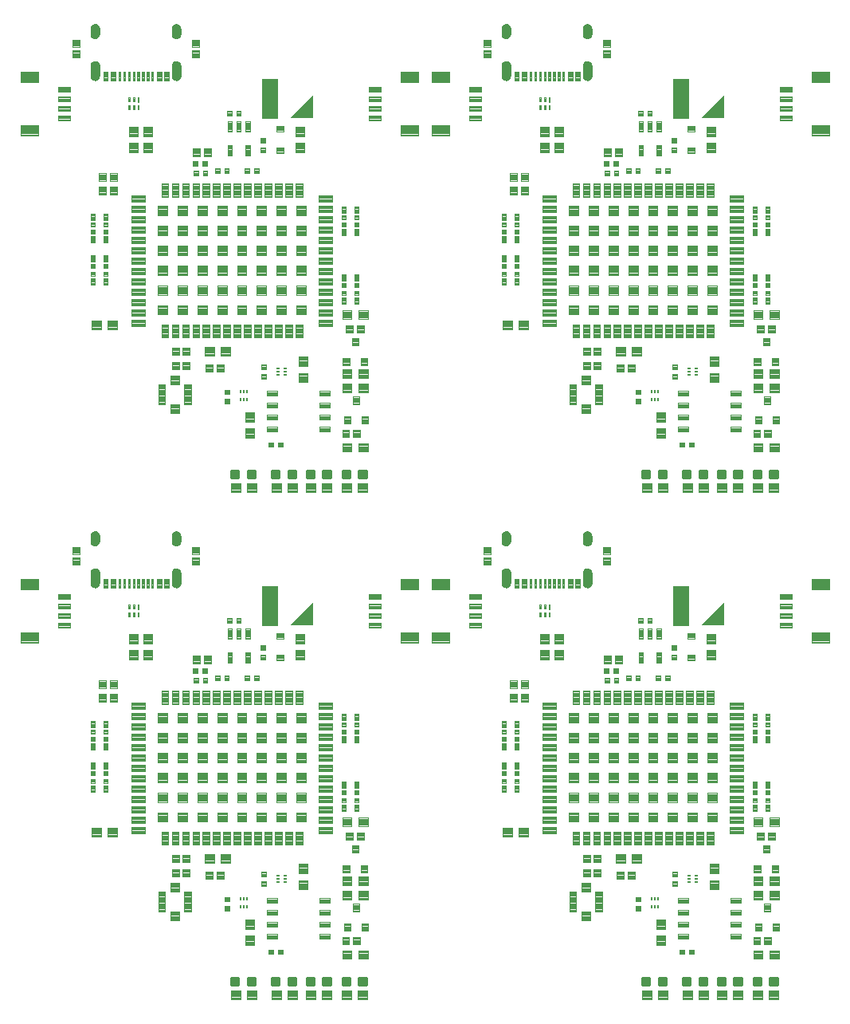
<source format=gtp>
G04 EAGLE Gerber RS-274X export*
G75*
%MOMM*%
%FSLAX34Y34*%
%LPD*%
%INSolderpaste Top*%
%IPPOS*%
%AMOC8*
5,1,8,0,0,1.08239X$1,22.5*%
G01*
%ADD10C,0.096000*%
%ADD11C,0.102000*%
%ADD12C,0.100800*%
%ADD13C,0.100000*%
%ADD14C,0.300000*%
%ADD15C,0.099000*%
%ADD16C,0.102500*%
%ADD17C,0.104000*%
%ADD18R,0.140000X0.440000*%
%ADD19R,0.440000X0.140000*%
%ADD20R,1.700000X4.200000*%

G36*
X315106Y941966D02*
X315106Y941966D01*
X315123Y941963D01*
X315173Y941985D01*
X315224Y942000D01*
X315235Y942013D01*
X315251Y942020D01*
X315281Y942065D01*
X315316Y942105D01*
X315319Y942122D01*
X315328Y942137D01*
X315339Y942210D01*
X315339Y966210D01*
X315327Y966252D01*
X315324Y966296D01*
X315308Y966318D01*
X315300Y966344D01*
X315267Y966373D01*
X315241Y966408D01*
X315215Y966418D01*
X315195Y966436D01*
X315151Y966443D01*
X315111Y966458D01*
X315084Y966453D01*
X315057Y966457D01*
X315016Y966439D01*
X314974Y966430D01*
X314938Y966404D01*
X314929Y966400D01*
X314925Y966395D01*
X314914Y966386D01*
X290914Y942386D01*
X290893Y942348D01*
X290864Y942315D01*
X290860Y942288D01*
X290847Y942264D01*
X290850Y942220D01*
X290843Y942177D01*
X290854Y942152D01*
X290856Y942124D01*
X290882Y942089D01*
X290900Y942049D01*
X290923Y942034D01*
X290939Y942012D01*
X290980Y941996D01*
X291017Y941972D01*
X291060Y941965D01*
X291069Y941962D01*
X291076Y941963D01*
X291090Y941961D01*
X315090Y941961D01*
X315106Y941966D01*
G37*
G36*
X751986Y941966D02*
X751986Y941966D01*
X752003Y941963D01*
X752053Y941985D01*
X752104Y942000D01*
X752115Y942013D01*
X752131Y942020D01*
X752161Y942065D01*
X752196Y942105D01*
X752199Y942122D01*
X752208Y942137D01*
X752219Y942210D01*
X752219Y966210D01*
X752207Y966252D01*
X752204Y966296D01*
X752188Y966318D01*
X752180Y966344D01*
X752147Y966373D01*
X752121Y966408D01*
X752095Y966418D01*
X752075Y966436D01*
X752031Y966443D01*
X751991Y966458D01*
X751964Y966453D01*
X751937Y966457D01*
X751896Y966439D01*
X751854Y966430D01*
X751818Y966404D01*
X751809Y966400D01*
X751805Y966395D01*
X751794Y966386D01*
X727794Y942386D01*
X727773Y942348D01*
X727744Y942315D01*
X727740Y942288D01*
X727727Y942264D01*
X727730Y942220D01*
X727723Y942177D01*
X727734Y942152D01*
X727736Y942124D01*
X727762Y942089D01*
X727780Y942049D01*
X727803Y942034D01*
X727819Y942012D01*
X727860Y941996D01*
X727897Y941972D01*
X727940Y941965D01*
X727949Y941962D01*
X727956Y941963D01*
X727970Y941961D01*
X751970Y941961D01*
X751986Y941966D01*
G37*
G36*
X751986Y403486D02*
X751986Y403486D01*
X752003Y403483D01*
X752053Y403505D01*
X752104Y403520D01*
X752115Y403533D01*
X752131Y403540D01*
X752161Y403585D01*
X752196Y403625D01*
X752199Y403642D01*
X752208Y403657D01*
X752219Y403730D01*
X752219Y427730D01*
X752207Y427772D01*
X752204Y427816D01*
X752188Y427838D01*
X752180Y427864D01*
X752147Y427893D01*
X752121Y427928D01*
X752095Y427938D01*
X752075Y427956D01*
X752031Y427963D01*
X751991Y427978D01*
X751964Y427973D01*
X751937Y427977D01*
X751896Y427959D01*
X751854Y427950D01*
X751818Y427924D01*
X751809Y427920D01*
X751805Y427915D01*
X751794Y427906D01*
X727794Y403906D01*
X727773Y403868D01*
X727744Y403835D01*
X727740Y403808D01*
X727727Y403784D01*
X727730Y403740D01*
X727723Y403697D01*
X727734Y403672D01*
X727736Y403644D01*
X727762Y403609D01*
X727780Y403569D01*
X727803Y403554D01*
X727819Y403532D01*
X727860Y403516D01*
X727897Y403492D01*
X727940Y403485D01*
X727949Y403482D01*
X727956Y403483D01*
X727970Y403481D01*
X751970Y403481D01*
X751986Y403486D01*
G37*
G36*
X315106Y403486D02*
X315106Y403486D01*
X315123Y403483D01*
X315173Y403505D01*
X315224Y403520D01*
X315235Y403533D01*
X315251Y403540D01*
X315281Y403585D01*
X315316Y403625D01*
X315319Y403642D01*
X315328Y403657D01*
X315339Y403730D01*
X315339Y427730D01*
X315327Y427772D01*
X315324Y427816D01*
X315308Y427838D01*
X315300Y427864D01*
X315267Y427893D01*
X315241Y427928D01*
X315215Y427938D01*
X315195Y427956D01*
X315151Y427963D01*
X315111Y427978D01*
X315084Y427973D01*
X315057Y427977D01*
X315016Y427959D01*
X314974Y427950D01*
X314938Y427924D01*
X314929Y427920D01*
X314925Y427915D01*
X314914Y427906D01*
X290914Y403906D01*
X290893Y403868D01*
X290864Y403835D01*
X290860Y403808D01*
X290847Y403784D01*
X290850Y403740D01*
X290843Y403697D01*
X290854Y403672D01*
X290856Y403644D01*
X290882Y403609D01*
X290900Y403569D01*
X290923Y403554D01*
X290939Y403532D01*
X290980Y403516D01*
X291017Y403492D01*
X291060Y403485D01*
X291069Y403482D01*
X291076Y403483D01*
X291090Y403481D01*
X315090Y403481D01*
X315106Y403486D01*
G37*
G36*
X520884Y981689D02*
X520884Y981689D01*
X520887Y981685D01*
X521995Y981855D01*
X522001Y981861D01*
X522006Y981858D01*
X523048Y982270D01*
X523052Y982277D01*
X523057Y982275D01*
X523982Y982909D01*
X523984Y982917D01*
X523990Y982916D01*
X524750Y983740D01*
X524751Y983748D01*
X524757Y983748D01*
X525314Y984720D01*
X525314Y984724D01*
X525315Y984725D01*
X525313Y984727D01*
X525313Y984728D01*
X525319Y984730D01*
X525646Y985802D01*
X525645Y985807D01*
X525647Y985808D01*
X525645Y985811D01*
X525648Y985813D01*
X525729Y986930D01*
X525728Y986933D01*
X525729Y986934D01*
X525729Y998934D01*
X525724Y998941D01*
X525728Y998945D01*
X525509Y999889D01*
X525503Y999895D01*
X525505Y999900D01*
X525082Y1000772D01*
X525074Y1000775D01*
X525076Y1000781D01*
X524469Y1001537D01*
X524461Y1001539D01*
X524461Y1001545D01*
X523701Y1002146D01*
X523692Y1002146D01*
X523691Y1002152D01*
X522816Y1002570D01*
X522808Y1002568D01*
X522806Y1002573D01*
X521860Y1002786D01*
X521853Y1002782D01*
X521849Y1002787D01*
X520880Y1002783D01*
X520879Y1002783D01*
X519811Y1002764D01*
X519810Y1002764D01*
X519809Y1002764D01*
X519804Y1002760D01*
X519800Y1002763D01*
X518763Y1002507D01*
X518758Y1002500D01*
X518752Y1002503D01*
X517798Y1002022D01*
X517795Y1002015D01*
X517789Y1002016D01*
X516966Y1001335D01*
X516964Y1001327D01*
X516958Y1001327D01*
X516307Y1000480D01*
X516307Y1000472D01*
X516301Y1000471D01*
X515854Y999500D01*
X515856Y999492D01*
X515851Y999490D01*
X515632Y998444D01*
X515635Y998437D01*
X515631Y998434D01*
X515631Y986434D01*
X515634Y986429D01*
X515631Y986426D01*
X515811Y985331D01*
X515817Y985325D01*
X515814Y985320D01*
X516233Y984292D01*
X516240Y984288D01*
X516238Y984283D01*
X516876Y983374D01*
X516883Y983372D01*
X516883Y983366D01*
X517706Y982622D01*
X517714Y982621D01*
X517715Y982615D01*
X518683Y982073D01*
X518692Y982074D01*
X518694Y982068D01*
X519758Y981755D01*
X519766Y981758D01*
X519769Y981753D01*
X520877Y981685D01*
X520884Y981689D01*
G37*
G36*
X84004Y981689D02*
X84004Y981689D01*
X84007Y981685D01*
X85115Y981855D01*
X85121Y981861D01*
X85126Y981858D01*
X86168Y982270D01*
X86172Y982277D01*
X86177Y982275D01*
X87102Y982909D01*
X87104Y982917D01*
X87110Y982916D01*
X87870Y983740D01*
X87871Y983748D01*
X87877Y983748D01*
X88434Y984720D01*
X88434Y984724D01*
X88435Y984725D01*
X88433Y984727D01*
X88433Y984728D01*
X88439Y984730D01*
X88766Y985802D01*
X88765Y985807D01*
X88767Y985808D01*
X88765Y985811D01*
X88768Y985813D01*
X88849Y986930D01*
X88848Y986933D01*
X88849Y986934D01*
X88849Y998934D01*
X88844Y998941D01*
X88848Y998945D01*
X88629Y999889D01*
X88623Y999895D01*
X88625Y999900D01*
X88202Y1000772D01*
X88194Y1000775D01*
X88196Y1000781D01*
X87589Y1001537D01*
X87581Y1001539D01*
X87581Y1001545D01*
X86821Y1002146D01*
X86812Y1002146D01*
X86811Y1002152D01*
X85936Y1002570D01*
X85928Y1002568D01*
X85926Y1002573D01*
X84980Y1002786D01*
X84973Y1002782D01*
X84969Y1002787D01*
X84000Y1002783D01*
X83999Y1002783D01*
X82931Y1002764D01*
X82930Y1002764D01*
X82929Y1002764D01*
X82924Y1002760D01*
X82920Y1002763D01*
X81883Y1002507D01*
X81878Y1002500D01*
X81872Y1002503D01*
X80918Y1002022D01*
X80915Y1002015D01*
X80909Y1002016D01*
X80086Y1001335D01*
X80084Y1001327D01*
X80078Y1001327D01*
X79427Y1000480D01*
X79427Y1000472D01*
X79421Y1000471D01*
X78974Y999500D01*
X78976Y999492D01*
X78971Y999490D01*
X78752Y998444D01*
X78755Y998437D01*
X78751Y998434D01*
X78751Y986434D01*
X78754Y986429D01*
X78751Y986426D01*
X78931Y985331D01*
X78937Y985325D01*
X78934Y985320D01*
X79353Y984292D01*
X79360Y984288D01*
X79358Y984283D01*
X79996Y983374D01*
X80003Y983372D01*
X80003Y983366D01*
X80826Y982622D01*
X80834Y982621D01*
X80835Y982615D01*
X81803Y982073D01*
X81812Y982074D01*
X81814Y982068D01*
X82878Y981755D01*
X82886Y981758D01*
X82889Y981753D01*
X83997Y981685D01*
X84004Y981689D01*
G37*
G36*
X520884Y443209D02*
X520884Y443209D01*
X520887Y443205D01*
X521995Y443375D01*
X522001Y443381D01*
X522006Y443378D01*
X523048Y443790D01*
X523052Y443797D01*
X523057Y443795D01*
X523982Y444429D01*
X523984Y444437D01*
X523990Y444436D01*
X524750Y445260D01*
X524751Y445268D01*
X524757Y445268D01*
X525314Y446240D01*
X525314Y446244D01*
X525315Y446245D01*
X525313Y446247D01*
X525313Y446248D01*
X525319Y446250D01*
X525646Y447322D01*
X525645Y447327D01*
X525647Y447328D01*
X525645Y447331D01*
X525648Y447333D01*
X525729Y448450D01*
X525728Y448453D01*
X525729Y448454D01*
X525729Y460454D01*
X525724Y460461D01*
X525728Y460465D01*
X525509Y461409D01*
X525503Y461415D01*
X525505Y461420D01*
X525082Y462292D01*
X525074Y462295D01*
X525076Y462301D01*
X524469Y463057D01*
X524461Y463059D01*
X524461Y463065D01*
X523701Y463666D01*
X523692Y463666D01*
X523691Y463672D01*
X522816Y464090D01*
X522808Y464088D01*
X522806Y464093D01*
X521860Y464306D01*
X521853Y464302D01*
X521849Y464307D01*
X520880Y464303D01*
X520879Y464303D01*
X519811Y464284D01*
X519810Y464284D01*
X519804Y464280D01*
X519800Y464283D01*
X518763Y464027D01*
X518758Y464020D01*
X518752Y464023D01*
X517798Y463542D01*
X517795Y463535D01*
X517789Y463536D01*
X516966Y462855D01*
X516964Y462847D01*
X516958Y462847D01*
X516307Y462000D01*
X516307Y461992D01*
X516301Y461991D01*
X515854Y461020D01*
X515856Y461012D01*
X515851Y461010D01*
X515632Y459964D01*
X515635Y459957D01*
X515631Y459954D01*
X515631Y447954D01*
X515634Y447949D01*
X515631Y447946D01*
X515811Y446851D01*
X515817Y446845D01*
X515814Y446840D01*
X516233Y445812D01*
X516240Y445808D01*
X516238Y445803D01*
X516876Y444894D01*
X516883Y444892D01*
X516883Y444886D01*
X517706Y444142D01*
X517714Y444141D01*
X517715Y444135D01*
X518683Y443593D01*
X518692Y443594D01*
X518694Y443588D01*
X519758Y443275D01*
X519766Y443278D01*
X519769Y443273D01*
X520877Y443205D01*
X520884Y443209D01*
G37*
G36*
X84004Y443209D02*
X84004Y443209D01*
X84007Y443205D01*
X85115Y443375D01*
X85121Y443381D01*
X85126Y443378D01*
X86168Y443790D01*
X86172Y443797D01*
X86177Y443795D01*
X87102Y444429D01*
X87104Y444437D01*
X87110Y444436D01*
X87870Y445260D01*
X87871Y445268D01*
X87877Y445268D01*
X88434Y446240D01*
X88434Y446244D01*
X88435Y446245D01*
X88433Y446247D01*
X88433Y446248D01*
X88439Y446250D01*
X88766Y447322D01*
X88765Y447327D01*
X88767Y447328D01*
X88765Y447331D01*
X88768Y447333D01*
X88849Y448450D01*
X88848Y448453D01*
X88849Y448454D01*
X88849Y460454D01*
X88844Y460461D01*
X88848Y460465D01*
X88629Y461409D01*
X88623Y461415D01*
X88625Y461420D01*
X88202Y462292D01*
X88194Y462295D01*
X88196Y462301D01*
X87589Y463057D01*
X87581Y463059D01*
X87581Y463065D01*
X86821Y463666D01*
X86812Y463666D01*
X86811Y463672D01*
X85936Y464090D01*
X85928Y464088D01*
X85926Y464093D01*
X84980Y464306D01*
X84973Y464302D01*
X84969Y464307D01*
X84000Y464303D01*
X83999Y464303D01*
X82931Y464284D01*
X82930Y464284D01*
X82924Y464280D01*
X82920Y464283D01*
X81883Y464027D01*
X81878Y464020D01*
X81872Y464023D01*
X80918Y463542D01*
X80915Y463535D01*
X80909Y463536D01*
X80086Y462855D01*
X80084Y462847D01*
X80078Y462847D01*
X79427Y462000D01*
X79427Y461992D01*
X79421Y461991D01*
X78974Y461020D01*
X78976Y461012D01*
X78971Y461010D01*
X78752Y459964D01*
X78755Y459957D01*
X78751Y459954D01*
X78751Y447954D01*
X78754Y447949D01*
X78751Y447946D01*
X78931Y446851D01*
X78937Y446845D01*
X78934Y446840D01*
X79353Y445812D01*
X79360Y445808D01*
X79358Y445803D01*
X79996Y444894D01*
X80003Y444892D01*
X80003Y444886D01*
X80826Y444142D01*
X80834Y444141D01*
X80835Y444135D01*
X81803Y443593D01*
X81812Y443594D01*
X81814Y443588D01*
X82878Y443275D01*
X82886Y443278D01*
X82889Y443273D01*
X83997Y443205D01*
X84004Y443209D01*
G37*
G36*
X170502Y981688D02*
X170502Y981688D01*
X170506Y981685D01*
X171551Y981803D01*
X171557Y981809D01*
X171562Y981805D01*
X172556Y982153D01*
X172560Y982160D01*
X172565Y982158D01*
X173457Y982718D01*
X173460Y982725D01*
X173465Y982725D01*
X174209Y983469D01*
X174211Y983477D01*
X174216Y983477D01*
X174776Y984369D01*
X174776Y984376D01*
X174777Y984377D01*
X174781Y984378D01*
X175129Y985372D01*
X175126Y985380D01*
X175131Y985383D01*
X175249Y986429D01*
X175247Y986432D01*
X175249Y986434D01*
X175249Y998434D01*
X175246Y998439D01*
X175249Y998442D01*
X175091Y999438D01*
X175085Y999444D01*
X175088Y999449D01*
X174713Y1000385D01*
X174706Y1000389D01*
X174708Y1000395D01*
X174134Y1001224D01*
X174126Y1001227D01*
X174127Y1001232D01*
X173383Y1001913D01*
X173374Y1001914D01*
X173374Y1001920D01*
X172497Y1002418D01*
X172489Y1002417D01*
X172486Y1002422D01*
X171521Y1002713D01*
X171513Y1002710D01*
X171510Y1002715D01*
X170503Y1002783D01*
X170501Y1002782D01*
X170500Y1002783D01*
X169419Y1002774D01*
X169412Y1002769D01*
X169408Y1002773D01*
X168356Y1002524D01*
X168351Y1002517D01*
X168346Y1002520D01*
X167376Y1002043D01*
X167373Y1002035D01*
X167367Y1002037D01*
X166528Y1001356D01*
X166526Y1001348D01*
X166520Y1001348D01*
X165854Y1000498D01*
X165853Y1000489D01*
X165848Y1000488D01*
X165387Y999511D01*
X165389Y999503D01*
X165384Y999500D01*
X165152Y998445D01*
X165153Y998443D01*
X165155Y998437D01*
X165151Y998434D01*
X165151Y986434D01*
X165155Y986429D01*
X165151Y986426D01*
X165344Y985320D01*
X165350Y985315D01*
X165347Y985310D01*
X165780Y984275D01*
X165787Y984271D01*
X165785Y984266D01*
X166438Y983353D01*
X166446Y983351D01*
X166445Y983345D01*
X167284Y982601D01*
X167293Y982600D01*
X167293Y982595D01*
X168277Y982056D01*
X168285Y982057D01*
X168287Y982052D01*
X169366Y981745D01*
X169374Y981748D01*
X169377Y981743D01*
X170497Y981685D01*
X170502Y981688D01*
G37*
G36*
X607382Y981688D02*
X607382Y981688D01*
X607386Y981685D01*
X608431Y981803D01*
X608437Y981809D01*
X608442Y981805D01*
X609436Y982153D01*
X609440Y982160D01*
X609445Y982158D01*
X610337Y982718D01*
X610340Y982725D01*
X610345Y982725D01*
X611089Y983469D01*
X611091Y983477D01*
X611096Y983477D01*
X611656Y984369D01*
X611656Y984376D01*
X611657Y984377D01*
X611661Y984378D01*
X612009Y985372D01*
X612006Y985380D01*
X612011Y985383D01*
X612129Y986429D01*
X612127Y986432D01*
X612129Y986434D01*
X612129Y998434D01*
X612126Y998439D01*
X612129Y998442D01*
X611971Y999438D01*
X611965Y999444D01*
X611968Y999449D01*
X611593Y1000385D01*
X611586Y1000389D01*
X611588Y1000395D01*
X611014Y1001224D01*
X611006Y1001227D01*
X611007Y1001232D01*
X610263Y1001913D01*
X610254Y1001914D01*
X610254Y1001920D01*
X609377Y1002418D01*
X609369Y1002417D01*
X609366Y1002422D01*
X608401Y1002713D01*
X608393Y1002710D01*
X608390Y1002715D01*
X607383Y1002783D01*
X607381Y1002782D01*
X607380Y1002783D01*
X606299Y1002774D01*
X606292Y1002769D01*
X606288Y1002773D01*
X605236Y1002524D01*
X605231Y1002517D01*
X605226Y1002520D01*
X604256Y1002043D01*
X604253Y1002035D01*
X604247Y1002037D01*
X603408Y1001356D01*
X603406Y1001348D01*
X603400Y1001348D01*
X602734Y1000498D01*
X602733Y1000489D01*
X602728Y1000488D01*
X602267Y999511D01*
X602269Y999503D01*
X602264Y999500D01*
X602032Y998445D01*
X602033Y998443D01*
X602035Y998437D01*
X602031Y998434D01*
X602031Y986434D01*
X602035Y986429D01*
X602031Y986426D01*
X602224Y985320D01*
X602230Y985315D01*
X602227Y985310D01*
X602660Y984275D01*
X602667Y984271D01*
X602665Y984266D01*
X603318Y983353D01*
X603326Y983351D01*
X603325Y983345D01*
X604164Y982601D01*
X604173Y982600D01*
X604173Y982595D01*
X605157Y982056D01*
X605165Y982057D01*
X605167Y982052D01*
X606246Y981745D01*
X606254Y981748D01*
X606257Y981743D01*
X607377Y981685D01*
X607382Y981688D01*
G37*
G36*
X170502Y443208D02*
X170502Y443208D01*
X170506Y443205D01*
X171551Y443323D01*
X171557Y443329D01*
X171562Y443325D01*
X172556Y443673D01*
X172560Y443680D01*
X172565Y443678D01*
X173457Y444238D01*
X173460Y444245D01*
X173465Y444245D01*
X174209Y444989D01*
X174211Y444997D01*
X174216Y444997D01*
X174776Y445889D01*
X174776Y445896D01*
X174777Y445897D01*
X174781Y445898D01*
X175129Y446892D01*
X175126Y446900D01*
X175131Y446903D01*
X175249Y447949D01*
X175247Y447952D01*
X175249Y447954D01*
X175249Y459954D01*
X175246Y459959D01*
X175249Y459962D01*
X175091Y460958D01*
X175085Y460964D01*
X175088Y460969D01*
X174713Y461905D01*
X174706Y461909D01*
X174708Y461915D01*
X174134Y462744D01*
X174126Y462747D01*
X174127Y462752D01*
X173383Y463433D01*
X173374Y463434D01*
X173374Y463440D01*
X172497Y463938D01*
X172489Y463937D01*
X172486Y463942D01*
X171521Y464233D01*
X171513Y464230D01*
X171510Y464235D01*
X170503Y464303D01*
X170501Y464302D01*
X170500Y464303D01*
X169419Y464294D01*
X169412Y464289D01*
X169408Y464293D01*
X168356Y464044D01*
X168351Y464037D01*
X168346Y464040D01*
X167376Y463563D01*
X167373Y463555D01*
X167367Y463557D01*
X166528Y462876D01*
X166526Y462868D01*
X166520Y462868D01*
X165854Y462018D01*
X165853Y462009D01*
X165848Y462008D01*
X165387Y461031D01*
X165389Y461023D01*
X165384Y461020D01*
X165152Y459965D01*
X165155Y459957D01*
X165151Y459954D01*
X165151Y447954D01*
X165155Y447949D01*
X165151Y447946D01*
X165344Y446840D01*
X165350Y446835D01*
X165347Y446830D01*
X165780Y445795D01*
X165787Y445791D01*
X165785Y445786D01*
X166438Y444873D01*
X166446Y444871D01*
X166445Y444865D01*
X167284Y444121D01*
X167293Y444120D01*
X167293Y444115D01*
X168277Y443576D01*
X168285Y443577D01*
X168287Y443572D01*
X169366Y443265D01*
X169374Y443268D01*
X169377Y443263D01*
X170497Y443205D01*
X170502Y443208D01*
G37*
G36*
X607382Y443208D02*
X607382Y443208D01*
X607386Y443205D01*
X608431Y443323D01*
X608437Y443329D01*
X608442Y443325D01*
X609436Y443673D01*
X609440Y443680D01*
X609445Y443678D01*
X610337Y444238D01*
X610340Y444245D01*
X610345Y444245D01*
X611089Y444989D01*
X611091Y444997D01*
X611096Y444997D01*
X611656Y445889D01*
X611656Y445896D01*
X611657Y445897D01*
X611661Y445898D01*
X612009Y446892D01*
X612006Y446900D01*
X612011Y446903D01*
X612129Y447949D01*
X612127Y447952D01*
X612129Y447954D01*
X612129Y459954D01*
X612126Y459959D01*
X612129Y459962D01*
X611971Y460958D01*
X611965Y460964D01*
X611968Y460969D01*
X611593Y461905D01*
X611586Y461909D01*
X611588Y461915D01*
X611014Y462744D01*
X611006Y462747D01*
X611007Y462752D01*
X610263Y463433D01*
X610254Y463434D01*
X610254Y463440D01*
X609377Y463938D01*
X609369Y463937D01*
X609366Y463942D01*
X608401Y464233D01*
X608393Y464230D01*
X608390Y464235D01*
X607383Y464303D01*
X607381Y464302D01*
X607380Y464303D01*
X606299Y464294D01*
X606292Y464289D01*
X606288Y464293D01*
X605236Y464044D01*
X605231Y464037D01*
X605226Y464040D01*
X604256Y463563D01*
X604253Y463555D01*
X604247Y463557D01*
X603408Y462876D01*
X603406Y462868D01*
X603400Y462868D01*
X602734Y462018D01*
X602733Y462009D01*
X602728Y462008D01*
X602267Y461031D01*
X602269Y461023D01*
X602264Y461020D01*
X602032Y459965D01*
X602035Y459957D01*
X602031Y459954D01*
X602031Y447954D01*
X602035Y447949D01*
X602031Y447946D01*
X602224Y446840D01*
X602230Y446835D01*
X602227Y446830D01*
X602660Y445795D01*
X602667Y445791D01*
X602665Y445786D01*
X603318Y444873D01*
X603326Y444871D01*
X603325Y444865D01*
X604164Y444121D01*
X604173Y444120D01*
X604173Y444115D01*
X605157Y443576D01*
X605165Y443577D01*
X605167Y443572D01*
X606246Y443265D01*
X606254Y443268D01*
X606257Y443263D01*
X607377Y443205D01*
X607382Y443208D01*
G37*
G36*
X84004Y1026190D02*
X84004Y1026190D01*
X84009Y1026186D01*
X85146Y1026393D01*
X85152Y1026399D01*
X85157Y1026396D01*
X86219Y1026851D01*
X86223Y1026858D01*
X86229Y1026856D01*
X87164Y1027536D01*
X87166Y1027544D01*
X87172Y1027543D01*
X87932Y1028414D01*
X87932Y1028422D01*
X87938Y1028423D01*
X88485Y1029442D01*
X88484Y1029450D01*
X88489Y1029452D01*
X88495Y1029471D01*
X88508Y1029520D01*
X88522Y1029570D01*
X88535Y1029619D01*
X88549Y1029668D01*
X88562Y1029717D01*
X88563Y1029717D01*
X88562Y1029717D01*
X88576Y1029767D01*
X88590Y1029816D01*
X88603Y1029865D01*
X88617Y1029914D01*
X88630Y1029964D01*
X88644Y1030013D01*
X88657Y1030062D01*
X88671Y1030111D01*
X88685Y1030161D01*
X88698Y1030210D01*
X88712Y1030259D01*
X88796Y1030566D01*
X88793Y1030574D01*
X88798Y1030577D01*
X88849Y1031732D01*
X88848Y1031733D01*
X88849Y1031734D01*
X88849Y1037734D01*
X88845Y1037740D01*
X88848Y1037743D01*
X88636Y1038824D01*
X88630Y1038829D01*
X88633Y1038834D01*
X88186Y1039840D01*
X88179Y1039844D01*
X88181Y1039850D01*
X87521Y1040731D01*
X87513Y1040734D01*
X87513Y1040739D01*
X86674Y1041452D01*
X86666Y1041452D01*
X86665Y1041458D01*
X85688Y1041966D01*
X85680Y1041965D01*
X85678Y1041970D01*
X84613Y1042248D01*
X84605Y1042245D01*
X84602Y1042249D01*
X83502Y1042283D01*
X83496Y1042280D01*
X83493Y1042283D01*
X82418Y1042128D01*
X82412Y1042122D01*
X82407Y1042125D01*
X81393Y1041735D01*
X81389Y1041728D01*
X81383Y1041730D01*
X80481Y1041123D01*
X80479Y1041115D01*
X80473Y1041116D01*
X79729Y1040324D01*
X79728Y1040316D01*
X79722Y1040316D01*
X79173Y1039378D01*
X79174Y1039370D01*
X79168Y1039368D01*
X78841Y1038332D01*
X78844Y1038324D01*
X78839Y1038321D01*
X78751Y1037238D01*
X78753Y1037235D01*
X78751Y1037234D01*
X78751Y1031234D01*
X78754Y1031230D01*
X78751Y1031228D01*
X78901Y1030095D01*
X78907Y1030089D01*
X78904Y1030084D01*
X79302Y1029014D01*
X79309Y1029010D01*
X79307Y1029004D01*
X79934Y1028049D01*
X79942Y1028046D01*
X79941Y1028041D01*
X80764Y1027249D01*
X80772Y1027248D01*
X80773Y1027242D01*
X81752Y1026653D01*
X81760Y1026654D01*
X81762Y1026649D01*
X82847Y1026293D01*
X82855Y1026296D01*
X82858Y1026291D01*
X83995Y1026185D01*
X84004Y1026190D01*
G37*
G36*
X520884Y1026190D02*
X520884Y1026190D01*
X520889Y1026186D01*
X522026Y1026393D01*
X522032Y1026399D01*
X522037Y1026396D01*
X523099Y1026851D01*
X523103Y1026858D01*
X523109Y1026856D01*
X524044Y1027536D01*
X524046Y1027544D01*
X524052Y1027543D01*
X524812Y1028414D01*
X524812Y1028422D01*
X524818Y1028423D01*
X525365Y1029442D01*
X525364Y1029450D01*
X525369Y1029452D01*
X525375Y1029471D01*
X525388Y1029520D01*
X525402Y1029570D01*
X525415Y1029619D01*
X525429Y1029668D01*
X525442Y1029717D01*
X525443Y1029717D01*
X525442Y1029717D01*
X525456Y1029767D01*
X525470Y1029816D01*
X525483Y1029865D01*
X525497Y1029914D01*
X525510Y1029964D01*
X525524Y1030013D01*
X525537Y1030062D01*
X525551Y1030111D01*
X525565Y1030161D01*
X525578Y1030210D01*
X525592Y1030259D01*
X525676Y1030566D01*
X525673Y1030574D01*
X525678Y1030577D01*
X525729Y1031732D01*
X525728Y1031733D01*
X525729Y1031734D01*
X525729Y1037734D01*
X525725Y1037740D01*
X525728Y1037743D01*
X525516Y1038824D01*
X525510Y1038829D01*
X525513Y1038834D01*
X525066Y1039840D01*
X525059Y1039844D01*
X525061Y1039850D01*
X524401Y1040731D01*
X524393Y1040734D01*
X524393Y1040739D01*
X523554Y1041452D01*
X523546Y1041452D01*
X523545Y1041458D01*
X522568Y1041966D01*
X522560Y1041965D01*
X522558Y1041970D01*
X521493Y1042248D01*
X521485Y1042245D01*
X521482Y1042249D01*
X520382Y1042283D01*
X520376Y1042280D01*
X520373Y1042283D01*
X519298Y1042128D01*
X519292Y1042122D01*
X519287Y1042125D01*
X518273Y1041735D01*
X518269Y1041728D01*
X518263Y1041730D01*
X517361Y1041123D01*
X517359Y1041115D01*
X517353Y1041116D01*
X516609Y1040324D01*
X516608Y1040316D01*
X516602Y1040316D01*
X516053Y1039378D01*
X516054Y1039370D01*
X516048Y1039368D01*
X515721Y1038332D01*
X515724Y1038324D01*
X515719Y1038321D01*
X515631Y1037238D01*
X515633Y1037235D01*
X515631Y1037234D01*
X515631Y1031234D01*
X515634Y1031230D01*
X515631Y1031228D01*
X515781Y1030095D01*
X515787Y1030089D01*
X515784Y1030084D01*
X516182Y1029014D01*
X516189Y1029010D01*
X516187Y1029004D01*
X516814Y1028049D01*
X516822Y1028046D01*
X516821Y1028041D01*
X517644Y1027249D01*
X517652Y1027248D01*
X517653Y1027242D01*
X518632Y1026653D01*
X518640Y1026654D01*
X518642Y1026649D01*
X519727Y1026293D01*
X519735Y1026296D01*
X519738Y1026291D01*
X520875Y1026185D01*
X520884Y1026190D01*
G37*
G36*
X520884Y487710D02*
X520884Y487710D01*
X520889Y487706D01*
X522026Y487913D01*
X522032Y487919D01*
X522037Y487916D01*
X523099Y488371D01*
X523103Y488378D01*
X523109Y488376D01*
X524044Y489056D01*
X524046Y489064D01*
X524052Y489063D01*
X524812Y489934D01*
X524812Y489942D01*
X524818Y489943D01*
X525365Y490962D01*
X525364Y490970D01*
X525369Y490972D01*
X525375Y490991D01*
X525388Y491040D01*
X525402Y491090D01*
X525415Y491139D01*
X525429Y491188D01*
X525442Y491237D01*
X525443Y491237D01*
X525442Y491237D01*
X525456Y491287D01*
X525470Y491336D01*
X525483Y491385D01*
X525497Y491434D01*
X525510Y491484D01*
X525524Y491533D01*
X525537Y491582D01*
X525551Y491631D01*
X525565Y491681D01*
X525578Y491730D01*
X525592Y491779D01*
X525676Y492086D01*
X525673Y492094D01*
X525678Y492097D01*
X525729Y493252D01*
X525728Y493253D01*
X525729Y493254D01*
X525729Y499254D01*
X525725Y499260D01*
X525728Y499263D01*
X525516Y500344D01*
X525510Y500349D01*
X525513Y500354D01*
X525066Y501360D01*
X525059Y501364D01*
X525061Y501370D01*
X524401Y502251D01*
X524393Y502254D01*
X524393Y502259D01*
X523554Y502972D01*
X523546Y502972D01*
X523545Y502978D01*
X522568Y503486D01*
X522560Y503485D01*
X522558Y503490D01*
X521493Y503768D01*
X521485Y503765D01*
X521482Y503769D01*
X520382Y503803D01*
X520376Y503800D01*
X520373Y503803D01*
X519298Y503648D01*
X519292Y503642D01*
X519287Y503645D01*
X518273Y503255D01*
X518269Y503248D01*
X518263Y503250D01*
X517361Y502643D01*
X517359Y502635D01*
X517353Y502636D01*
X516609Y501844D01*
X516608Y501836D01*
X516602Y501836D01*
X516053Y500898D01*
X516054Y500890D01*
X516048Y500888D01*
X515721Y499852D01*
X515724Y499844D01*
X515719Y499841D01*
X515631Y498758D01*
X515633Y498755D01*
X515631Y498754D01*
X515631Y492754D01*
X515634Y492750D01*
X515631Y492748D01*
X515781Y491615D01*
X515787Y491609D01*
X515784Y491604D01*
X516182Y490534D01*
X516189Y490530D01*
X516187Y490524D01*
X516814Y489569D01*
X516822Y489566D01*
X516821Y489561D01*
X517644Y488769D01*
X517652Y488768D01*
X517653Y488762D01*
X518632Y488173D01*
X518640Y488174D01*
X518642Y488169D01*
X519727Y487813D01*
X519735Y487816D01*
X519738Y487811D01*
X520875Y487705D01*
X520884Y487710D01*
G37*
G36*
X84004Y487710D02*
X84004Y487710D01*
X84009Y487706D01*
X85146Y487913D01*
X85152Y487919D01*
X85157Y487916D01*
X86219Y488371D01*
X86223Y488378D01*
X86229Y488376D01*
X87164Y489056D01*
X87166Y489064D01*
X87172Y489063D01*
X87932Y489934D01*
X87932Y489942D01*
X87938Y489943D01*
X88485Y490962D01*
X88484Y490970D01*
X88489Y490972D01*
X88495Y490991D01*
X88508Y491040D01*
X88522Y491090D01*
X88535Y491139D01*
X88549Y491188D01*
X88562Y491237D01*
X88563Y491237D01*
X88562Y491237D01*
X88576Y491287D01*
X88590Y491336D01*
X88603Y491385D01*
X88617Y491434D01*
X88630Y491484D01*
X88644Y491533D01*
X88657Y491582D01*
X88671Y491631D01*
X88685Y491681D01*
X88698Y491730D01*
X88712Y491779D01*
X88796Y492086D01*
X88793Y492094D01*
X88798Y492097D01*
X88849Y493252D01*
X88848Y493253D01*
X88849Y493254D01*
X88849Y499254D01*
X88845Y499260D01*
X88848Y499263D01*
X88636Y500344D01*
X88630Y500349D01*
X88633Y500354D01*
X88186Y501360D01*
X88179Y501364D01*
X88181Y501370D01*
X87521Y502251D01*
X87513Y502254D01*
X87513Y502259D01*
X86674Y502972D01*
X86666Y502972D01*
X86665Y502978D01*
X85688Y503486D01*
X85680Y503485D01*
X85678Y503490D01*
X84613Y503768D01*
X84605Y503765D01*
X84602Y503769D01*
X83502Y503803D01*
X83496Y503800D01*
X83493Y503803D01*
X82418Y503648D01*
X82412Y503642D01*
X82407Y503645D01*
X81393Y503255D01*
X81389Y503248D01*
X81383Y503250D01*
X80481Y502643D01*
X80479Y502635D01*
X80473Y502636D01*
X79729Y501844D01*
X79728Y501836D01*
X79722Y501836D01*
X79173Y500898D01*
X79174Y500890D01*
X79168Y500888D01*
X78841Y499852D01*
X78844Y499844D01*
X78839Y499841D01*
X78751Y498758D01*
X78753Y498755D01*
X78751Y498754D01*
X78751Y492754D01*
X78754Y492750D01*
X78751Y492748D01*
X78901Y491615D01*
X78907Y491609D01*
X78904Y491604D01*
X79302Y490534D01*
X79309Y490530D01*
X79307Y490524D01*
X79934Y489569D01*
X79942Y489566D01*
X79941Y489561D01*
X80764Y488769D01*
X80772Y488768D01*
X80773Y488762D01*
X81752Y488173D01*
X81760Y488174D01*
X81762Y488169D01*
X82847Y487813D01*
X82855Y487816D01*
X82858Y487811D01*
X83995Y487705D01*
X84004Y487710D01*
G37*
G36*
X171142Y1026291D02*
X171142Y1026291D01*
X171148Y1026296D01*
X171153Y1026293D01*
X172238Y1026649D01*
X172243Y1026656D01*
X172248Y1026653D01*
X173227Y1027242D01*
X173230Y1027250D01*
X173236Y1027249D01*
X174059Y1028041D01*
X174060Y1028049D01*
X174066Y1028049D01*
X174693Y1029004D01*
X174692Y1029012D01*
X174698Y1029014D01*
X175096Y1030084D01*
X175094Y1030092D01*
X175099Y1030095D01*
X175249Y1031228D01*
X175246Y1031232D01*
X175249Y1031234D01*
X175249Y1037234D01*
X175246Y1037238D01*
X175249Y1037240D01*
X175099Y1038373D01*
X175093Y1038379D01*
X175096Y1038384D01*
X174698Y1039454D01*
X174691Y1039458D01*
X174693Y1039464D01*
X174066Y1040419D01*
X174058Y1040422D01*
X174059Y1040427D01*
X173236Y1041219D01*
X173228Y1041220D01*
X173227Y1041226D01*
X172248Y1041815D01*
X172240Y1041814D01*
X172238Y1041819D01*
X171153Y1042175D01*
X171145Y1042173D01*
X171142Y1042177D01*
X170005Y1042283D01*
X169998Y1042279D01*
X169994Y1042283D01*
X168906Y1042138D01*
X168900Y1042132D01*
X168895Y1042135D01*
X167867Y1041752D01*
X167862Y1041745D01*
X167857Y1041747D01*
X166940Y1041144D01*
X166937Y1041136D01*
X166931Y1041137D01*
X166171Y1040345D01*
X166170Y1040337D01*
X166164Y1040336D01*
X165600Y1039395D01*
X165601Y1039387D01*
X165595Y1039385D01*
X165254Y1038342D01*
X165256Y1038334D01*
X165252Y1038331D01*
X165151Y1037239D01*
X165153Y1037236D01*
X165151Y1037234D01*
X165151Y1031234D01*
X165153Y1031231D01*
X165151Y1031230D01*
X165252Y1030137D01*
X165257Y1030131D01*
X165254Y1030126D01*
X165595Y1029083D01*
X165602Y1029078D01*
X165600Y1029073D01*
X166164Y1028132D01*
X166172Y1028129D01*
X166171Y1028123D01*
X166931Y1027331D01*
X166939Y1027330D01*
X166940Y1027324D01*
X167857Y1026722D01*
X167865Y1026722D01*
X167867Y1026717D01*
X168895Y1026333D01*
X168903Y1026335D01*
X168906Y1026330D01*
X169994Y1026185D01*
X170001Y1026189D01*
X170005Y1026185D01*
X171142Y1026291D01*
G37*
G36*
X608022Y1026291D02*
X608022Y1026291D01*
X608028Y1026296D01*
X608033Y1026293D01*
X609118Y1026649D01*
X609123Y1026656D01*
X609128Y1026653D01*
X610107Y1027242D01*
X610110Y1027250D01*
X610116Y1027249D01*
X610939Y1028041D01*
X610940Y1028049D01*
X610946Y1028049D01*
X611573Y1029004D01*
X611572Y1029012D01*
X611578Y1029014D01*
X611976Y1030084D01*
X611974Y1030092D01*
X611979Y1030095D01*
X612129Y1031228D01*
X612126Y1031232D01*
X612129Y1031234D01*
X612129Y1037234D01*
X612126Y1037238D01*
X612129Y1037240D01*
X611979Y1038373D01*
X611973Y1038379D01*
X611976Y1038384D01*
X611578Y1039454D01*
X611571Y1039458D01*
X611573Y1039464D01*
X610946Y1040419D01*
X610938Y1040422D01*
X610939Y1040427D01*
X610116Y1041219D01*
X610108Y1041220D01*
X610107Y1041226D01*
X609128Y1041815D01*
X609120Y1041814D01*
X609118Y1041819D01*
X608033Y1042175D01*
X608025Y1042173D01*
X608022Y1042177D01*
X606885Y1042283D01*
X606878Y1042279D01*
X606874Y1042283D01*
X605786Y1042138D01*
X605780Y1042132D01*
X605775Y1042135D01*
X604747Y1041752D01*
X604742Y1041745D01*
X604737Y1041747D01*
X603820Y1041144D01*
X603817Y1041136D01*
X603811Y1041137D01*
X603051Y1040345D01*
X603050Y1040337D01*
X603044Y1040336D01*
X602480Y1039395D01*
X602481Y1039387D01*
X602475Y1039385D01*
X602134Y1038342D01*
X602136Y1038334D01*
X602132Y1038331D01*
X602031Y1037239D01*
X602033Y1037236D01*
X602031Y1037234D01*
X602031Y1031234D01*
X602033Y1031231D01*
X602031Y1031230D01*
X602132Y1030137D01*
X602137Y1030131D01*
X602134Y1030126D01*
X602475Y1029083D01*
X602482Y1029078D01*
X602480Y1029073D01*
X603044Y1028132D01*
X603052Y1028129D01*
X603051Y1028123D01*
X603811Y1027331D01*
X603819Y1027330D01*
X603820Y1027324D01*
X604737Y1026722D01*
X604745Y1026722D01*
X604747Y1026717D01*
X605775Y1026333D01*
X605783Y1026335D01*
X605786Y1026330D01*
X606874Y1026185D01*
X606881Y1026189D01*
X606885Y1026185D01*
X608022Y1026291D01*
G37*
G36*
X171142Y487811D02*
X171142Y487811D01*
X171148Y487816D01*
X171153Y487813D01*
X172238Y488169D01*
X172243Y488176D01*
X172248Y488173D01*
X173227Y488762D01*
X173230Y488770D01*
X173236Y488769D01*
X174059Y489561D01*
X174060Y489569D01*
X174066Y489569D01*
X174693Y490524D01*
X174692Y490532D01*
X174698Y490534D01*
X175096Y491604D01*
X175094Y491612D01*
X175099Y491615D01*
X175249Y492748D01*
X175246Y492752D01*
X175249Y492754D01*
X175249Y498754D01*
X175246Y498758D01*
X175249Y498760D01*
X175099Y499893D01*
X175093Y499899D01*
X175096Y499904D01*
X174698Y500974D01*
X174691Y500978D01*
X174693Y500984D01*
X174066Y501939D01*
X174058Y501942D01*
X174059Y501947D01*
X173236Y502739D01*
X173228Y502740D01*
X173227Y502746D01*
X172248Y503335D01*
X172240Y503334D01*
X172238Y503339D01*
X171153Y503695D01*
X171145Y503693D01*
X171142Y503697D01*
X170005Y503803D01*
X169998Y503799D01*
X169994Y503803D01*
X168906Y503658D01*
X168900Y503652D01*
X168895Y503655D01*
X167867Y503272D01*
X167862Y503265D01*
X167857Y503267D01*
X166940Y502664D01*
X166937Y502656D01*
X166931Y502657D01*
X166171Y501865D01*
X166170Y501857D01*
X166164Y501856D01*
X165600Y500915D01*
X165601Y500907D01*
X165595Y500905D01*
X165254Y499862D01*
X165256Y499854D01*
X165252Y499851D01*
X165151Y498759D01*
X165153Y498756D01*
X165151Y498754D01*
X165151Y492754D01*
X165153Y492751D01*
X165151Y492750D01*
X165252Y491657D01*
X165257Y491651D01*
X165254Y491646D01*
X165595Y490603D01*
X165602Y490598D01*
X165600Y490593D01*
X166164Y489652D01*
X166172Y489649D01*
X166171Y489643D01*
X166931Y488851D01*
X166939Y488850D01*
X166940Y488844D01*
X167857Y488242D01*
X167865Y488242D01*
X167867Y488237D01*
X168895Y487853D01*
X168903Y487855D01*
X168906Y487850D01*
X169994Y487705D01*
X170001Y487709D01*
X170005Y487705D01*
X171142Y487811D01*
G37*
G36*
X608022Y487811D02*
X608022Y487811D01*
X608028Y487816D01*
X608033Y487813D01*
X609118Y488169D01*
X609123Y488176D01*
X609128Y488173D01*
X610107Y488762D01*
X610110Y488770D01*
X610116Y488769D01*
X610939Y489561D01*
X610940Y489569D01*
X610946Y489569D01*
X611573Y490524D01*
X611572Y490532D01*
X611578Y490534D01*
X611976Y491604D01*
X611974Y491612D01*
X611979Y491615D01*
X612129Y492748D01*
X612126Y492752D01*
X612129Y492754D01*
X612129Y498754D01*
X612126Y498758D01*
X612129Y498760D01*
X611979Y499893D01*
X611973Y499899D01*
X611976Y499904D01*
X611578Y500974D01*
X611571Y500978D01*
X611573Y500984D01*
X610946Y501939D01*
X610938Y501942D01*
X610939Y501947D01*
X610116Y502739D01*
X610108Y502740D01*
X610107Y502746D01*
X609128Y503335D01*
X609120Y503334D01*
X609118Y503339D01*
X608033Y503695D01*
X608025Y503693D01*
X608022Y503697D01*
X606885Y503803D01*
X606878Y503799D01*
X606874Y503803D01*
X605786Y503658D01*
X605780Y503652D01*
X605775Y503655D01*
X604747Y503272D01*
X604742Y503265D01*
X604737Y503267D01*
X603820Y502664D01*
X603817Y502656D01*
X603811Y502657D01*
X603051Y501865D01*
X603050Y501857D01*
X603044Y501856D01*
X602480Y500915D01*
X602481Y500907D01*
X602475Y500905D01*
X602134Y499862D01*
X602136Y499854D01*
X602132Y499851D01*
X602031Y498759D01*
X602033Y498756D01*
X602031Y498754D01*
X602031Y492754D01*
X602033Y492751D01*
X602031Y492750D01*
X602132Y491657D01*
X602137Y491651D01*
X602134Y491646D01*
X602475Y490603D01*
X602482Y490598D01*
X602480Y490593D01*
X603044Y489652D01*
X603052Y489649D01*
X603051Y489643D01*
X603811Y488851D01*
X603819Y488850D01*
X603820Y488844D01*
X604737Y488242D01*
X604745Y488242D01*
X604747Y488237D01*
X605775Y487853D01*
X605783Y487855D01*
X605786Y487850D01*
X606874Y487705D01*
X606881Y487709D01*
X606885Y487705D01*
X608022Y487811D01*
G37*
D10*
X4530Y441580D02*
X4530Y452620D01*
X23570Y452620D01*
X23570Y441580D01*
X4530Y441580D01*
X4530Y442492D02*
X23570Y442492D01*
X23570Y443404D02*
X4530Y443404D01*
X4530Y444316D02*
X23570Y444316D01*
X23570Y445228D02*
X4530Y445228D01*
X4530Y446140D02*
X23570Y446140D01*
X23570Y447052D02*
X4530Y447052D01*
X4530Y447964D02*
X23570Y447964D01*
X23570Y448876D02*
X4530Y448876D01*
X4530Y449788D02*
X23570Y449788D01*
X23570Y450700D02*
X4530Y450700D01*
X4530Y451612D02*
X23570Y451612D01*
X23570Y452524D02*
X4530Y452524D01*
X4530Y396620D02*
X4530Y385580D01*
X4530Y396620D02*
X23570Y396620D01*
X23570Y385580D01*
X4530Y385580D01*
X4530Y386492D02*
X23570Y386492D01*
X23570Y387404D02*
X4530Y387404D01*
X4530Y388316D02*
X23570Y388316D01*
X23570Y389228D02*
X4530Y389228D01*
X4530Y390140D02*
X23570Y390140D01*
X23570Y391052D02*
X4530Y391052D01*
X4530Y391964D02*
X23570Y391964D01*
X23570Y392876D02*
X4530Y392876D01*
X4530Y393788D02*
X23570Y393788D01*
X23570Y394700D02*
X4530Y394700D01*
X4530Y395612D02*
X23570Y395612D01*
X23570Y396524D02*
X4530Y396524D01*
D11*
X44560Y431610D02*
X44560Y436590D01*
X57040Y436590D01*
X57040Y431610D01*
X44560Y431610D01*
X44560Y432579D02*
X57040Y432579D01*
X57040Y433548D02*
X44560Y433548D01*
X44560Y434517D02*
X57040Y434517D01*
X57040Y435486D02*
X44560Y435486D01*
X44560Y436455D02*
X57040Y436455D01*
X44560Y426590D02*
X44560Y421610D01*
X44560Y426590D02*
X57040Y426590D01*
X57040Y421610D01*
X44560Y421610D01*
X44560Y422579D02*
X57040Y422579D01*
X57040Y423548D02*
X44560Y423548D01*
X44560Y424517D02*
X57040Y424517D01*
X57040Y425486D02*
X44560Y425486D01*
X44560Y426455D02*
X57040Y426455D01*
X44560Y416590D02*
X44560Y411610D01*
X44560Y416590D02*
X57040Y416590D01*
X57040Y411610D01*
X44560Y411610D01*
X44560Y412579D02*
X57040Y412579D01*
X57040Y413548D02*
X44560Y413548D01*
X44560Y414517D02*
X57040Y414517D01*
X57040Y415486D02*
X44560Y415486D01*
X44560Y416455D02*
X57040Y416455D01*
X44560Y406590D02*
X44560Y401610D01*
X44560Y406590D02*
X57040Y406590D01*
X57040Y401610D01*
X44560Y401610D01*
X44560Y402579D02*
X57040Y402579D01*
X57040Y403548D02*
X44560Y403548D01*
X44560Y404517D02*
X57040Y404517D01*
X57040Y405486D02*
X44560Y405486D01*
X44560Y406455D02*
X57040Y406455D01*
X87937Y322654D02*
X95417Y322654D01*
X87937Y322654D02*
X87937Y330634D01*
X95417Y330634D01*
X95417Y322654D01*
X95417Y323623D02*
X87937Y323623D01*
X87937Y324592D02*
X95417Y324592D01*
X95417Y325561D02*
X87937Y325561D01*
X87937Y326530D02*
X95417Y326530D01*
X95417Y327499D02*
X87937Y327499D01*
X87937Y328468D02*
X95417Y328468D01*
X95417Y329437D02*
X87937Y329437D01*
X87937Y330406D02*
X95417Y330406D01*
X99537Y322654D02*
X107017Y322654D01*
X99537Y322654D02*
X99537Y330634D01*
X107017Y330634D01*
X107017Y322654D01*
X107017Y323623D02*
X99537Y323623D01*
X99537Y324592D02*
X107017Y324592D01*
X107017Y325561D02*
X99537Y325561D01*
X99537Y326530D02*
X107017Y326530D01*
X107017Y327499D02*
X99537Y327499D01*
X99537Y328468D02*
X107017Y328468D01*
X107017Y329437D02*
X99537Y329437D01*
X99537Y330406D02*
X107017Y330406D01*
X95417Y337290D02*
X87937Y337290D01*
X87937Y345270D01*
X95417Y345270D01*
X95417Y337290D01*
X95417Y338259D02*
X87937Y338259D01*
X87937Y339228D02*
X95417Y339228D01*
X95417Y340197D02*
X87937Y340197D01*
X87937Y341166D02*
X95417Y341166D01*
X95417Y342135D02*
X87937Y342135D01*
X87937Y343104D02*
X95417Y343104D01*
X95417Y344073D02*
X87937Y344073D01*
X87937Y345042D02*
X95417Y345042D01*
X99537Y337290D02*
X107017Y337290D01*
X99537Y337290D02*
X99537Y345270D01*
X107017Y345270D01*
X107017Y337290D01*
X107017Y338259D02*
X99537Y338259D01*
X99537Y339228D02*
X107017Y339228D01*
X107017Y340197D02*
X99537Y340197D01*
X99537Y341166D02*
X107017Y341166D01*
X107017Y342135D02*
X99537Y342135D01*
X99537Y343104D02*
X107017Y343104D01*
X107017Y344073D02*
X99537Y344073D01*
X99537Y345042D02*
X107017Y345042D01*
D12*
X276262Y389854D02*
X276262Y395146D01*
X283554Y395146D01*
X283554Y389854D01*
X276262Y389854D01*
X276262Y390812D02*
X283554Y390812D01*
X283554Y391770D02*
X276262Y391770D01*
X276262Y392728D02*
X283554Y392728D01*
X283554Y393686D02*
X276262Y393686D01*
X276262Y394644D02*
X283554Y394644D01*
X276262Y372146D02*
X276262Y366854D01*
X276262Y372146D02*
X283554Y372146D01*
X283554Y366854D01*
X276262Y366854D01*
X276262Y367812D02*
X283554Y367812D01*
X283554Y368770D02*
X276262Y368770D01*
X276262Y369728D02*
X283554Y369728D01*
X283554Y370686D02*
X276262Y370686D01*
X276262Y371644D02*
X283554Y371644D01*
D13*
X296744Y384500D02*
X296744Y394500D01*
X305744Y394500D01*
X305744Y384500D01*
X296744Y384500D01*
X296744Y385450D02*
X305744Y385450D01*
X305744Y386400D02*
X296744Y386400D01*
X296744Y387350D02*
X305744Y387350D01*
X305744Y388300D02*
X296744Y388300D01*
X296744Y389250D02*
X305744Y389250D01*
X305744Y390200D02*
X296744Y390200D01*
X296744Y391150D02*
X305744Y391150D01*
X305744Y392100D02*
X296744Y392100D01*
X296744Y393050D02*
X305744Y393050D01*
X305744Y394000D02*
X296744Y394000D01*
X296744Y377500D02*
X296744Y367500D01*
X296744Y377500D02*
X305744Y377500D01*
X305744Y367500D01*
X296744Y367500D01*
X296744Y368450D02*
X305744Y368450D01*
X305744Y369400D02*
X296744Y369400D01*
X296744Y370350D02*
X305744Y370350D01*
X305744Y371300D02*
X296744Y371300D01*
X296744Y372250D02*
X305744Y372250D01*
X305744Y373200D02*
X296744Y373200D01*
X296744Y374150D02*
X305744Y374150D01*
X305744Y375100D02*
X296744Y375100D01*
X296744Y376050D02*
X305744Y376050D01*
X305744Y377000D02*
X296744Y377000D01*
D14*
X246570Y28900D02*
X246570Y21900D01*
X246570Y28900D02*
X253570Y28900D01*
X253570Y21900D01*
X246570Y21900D01*
X246570Y24750D02*
X253570Y24750D01*
X253570Y27600D02*
X246570Y27600D01*
X229030Y28900D02*
X229030Y21900D01*
X229030Y28900D02*
X236030Y28900D01*
X236030Y21900D01*
X229030Y21900D01*
X229030Y24750D02*
X236030Y24750D01*
X236030Y27600D02*
X229030Y27600D01*
D13*
X227800Y6930D02*
X237800Y6930D01*
X227800Y6930D02*
X227800Y15930D01*
X237800Y15930D01*
X237800Y6930D01*
X237800Y7880D02*
X227800Y7880D01*
X227800Y8830D02*
X237800Y8830D01*
X237800Y9780D02*
X227800Y9780D01*
X227800Y10730D02*
X237800Y10730D01*
X237800Y11680D02*
X227800Y11680D01*
X227800Y12630D02*
X237800Y12630D01*
X237800Y13580D02*
X227800Y13580D01*
X227800Y14530D02*
X237800Y14530D01*
X237800Y15480D02*
X227800Y15480D01*
X244800Y6930D02*
X254800Y6930D01*
X244800Y6930D02*
X244800Y15930D01*
X254800Y15930D01*
X254800Y6930D01*
X254800Y7880D02*
X244800Y7880D01*
X244800Y8830D02*
X254800Y8830D01*
X254800Y9780D02*
X244800Y9780D01*
X244800Y10730D02*
X254800Y10730D01*
X254800Y11680D02*
X244800Y11680D01*
X244800Y12630D02*
X254800Y12630D01*
X254800Y13580D02*
X244800Y13580D01*
X244800Y14530D02*
X254800Y14530D01*
X254800Y15480D02*
X244800Y15480D01*
D11*
X120490Y452644D02*
X118510Y452644D01*
X120490Y452644D02*
X120490Y443664D01*
X118510Y443664D01*
X118510Y452644D01*
X118510Y444633D02*
X120490Y444633D01*
X120490Y445602D02*
X118510Y445602D01*
X118510Y446571D02*
X120490Y446571D01*
X120490Y447540D02*
X118510Y447540D01*
X118510Y448509D02*
X120490Y448509D01*
X120490Y449478D02*
X118510Y449478D01*
X118510Y450447D02*
X120490Y450447D01*
X120490Y451416D02*
X118510Y451416D01*
X118510Y452385D02*
X120490Y452385D01*
X123510Y452644D02*
X125490Y452644D01*
X125490Y443664D01*
X123510Y443664D01*
X123510Y452644D01*
X123510Y444633D02*
X125490Y444633D01*
X125490Y445602D02*
X123510Y445602D01*
X123510Y446571D02*
X125490Y446571D01*
X125490Y447540D02*
X123510Y447540D01*
X123510Y448509D02*
X125490Y448509D01*
X125490Y449478D02*
X123510Y449478D01*
X123510Y450447D02*
X125490Y450447D01*
X125490Y451416D02*
X123510Y451416D01*
X123510Y452385D02*
X125490Y452385D01*
X97240Y452644D02*
X92260Y452644D01*
X97240Y452644D02*
X97240Y443664D01*
X92260Y443664D01*
X92260Y452644D01*
X92260Y444633D02*
X97240Y444633D01*
X97240Y445602D02*
X92260Y445602D01*
X92260Y446571D02*
X97240Y446571D01*
X97240Y447540D02*
X92260Y447540D01*
X92260Y448509D02*
X97240Y448509D01*
X97240Y449478D02*
X92260Y449478D01*
X92260Y450447D02*
X97240Y450447D01*
X97240Y451416D02*
X92260Y451416D01*
X92260Y452385D02*
X97240Y452385D01*
X100010Y452644D02*
X104990Y452644D01*
X104990Y443664D01*
X100010Y443664D01*
X100010Y452644D01*
X100010Y444633D02*
X104990Y444633D01*
X104990Y445602D02*
X100010Y445602D01*
X100010Y446571D02*
X104990Y446571D01*
X104990Y447540D02*
X100010Y447540D01*
X100010Y448509D02*
X104990Y448509D01*
X104990Y449478D02*
X100010Y449478D01*
X100010Y450447D02*
X104990Y450447D01*
X104990Y451416D02*
X100010Y451416D01*
X100010Y452385D02*
X104990Y452385D01*
X108510Y452644D02*
X110490Y452644D01*
X110490Y443664D01*
X108510Y443664D01*
X108510Y452644D01*
X108510Y444633D02*
X110490Y444633D01*
X110490Y445602D02*
X108510Y445602D01*
X108510Y446571D02*
X110490Y446571D01*
X110490Y447540D02*
X108510Y447540D01*
X108510Y448509D02*
X110490Y448509D01*
X110490Y449478D02*
X108510Y449478D01*
X108510Y450447D02*
X110490Y450447D01*
X110490Y451416D02*
X108510Y451416D01*
X108510Y452385D02*
X110490Y452385D01*
X113510Y452644D02*
X115490Y452644D01*
X115490Y443664D01*
X113510Y443664D01*
X113510Y452644D01*
X113510Y444633D02*
X115490Y444633D01*
X115490Y445602D02*
X113510Y445602D01*
X113510Y446571D02*
X115490Y446571D01*
X115490Y447540D02*
X113510Y447540D01*
X113510Y448509D02*
X115490Y448509D01*
X115490Y449478D02*
X113510Y449478D01*
X113510Y450447D02*
X115490Y450447D01*
X115490Y451416D02*
X113510Y451416D01*
X113510Y452385D02*
X115490Y452385D01*
X133510Y443664D02*
X135490Y443664D01*
X133510Y443664D02*
X133510Y452644D01*
X135490Y452644D01*
X135490Y443664D01*
X135490Y444633D02*
X133510Y444633D01*
X133510Y445602D02*
X135490Y445602D01*
X135490Y446571D02*
X133510Y446571D01*
X133510Y447540D02*
X135490Y447540D01*
X135490Y448509D02*
X133510Y448509D01*
X133510Y449478D02*
X135490Y449478D01*
X135490Y450447D02*
X133510Y450447D01*
X133510Y451416D02*
X135490Y451416D01*
X135490Y452385D02*
X133510Y452385D01*
X130490Y443664D02*
X128510Y443664D01*
X128510Y452644D01*
X130490Y452644D01*
X130490Y443664D01*
X130490Y444633D02*
X128510Y444633D01*
X128510Y445602D02*
X130490Y445602D01*
X130490Y446571D02*
X128510Y446571D01*
X128510Y447540D02*
X130490Y447540D01*
X130490Y448509D02*
X128510Y448509D01*
X128510Y449478D02*
X130490Y449478D01*
X130490Y450447D02*
X128510Y450447D01*
X128510Y451416D02*
X130490Y451416D01*
X130490Y452385D02*
X128510Y452385D01*
X156760Y443664D02*
X161740Y443664D01*
X156760Y443664D02*
X156760Y452644D01*
X161740Y452644D01*
X161740Y443664D01*
X161740Y444633D02*
X156760Y444633D01*
X156760Y445602D02*
X161740Y445602D01*
X161740Y446571D02*
X156760Y446571D01*
X156760Y447540D02*
X161740Y447540D01*
X161740Y448509D02*
X156760Y448509D01*
X156760Y449478D02*
X161740Y449478D01*
X161740Y450447D02*
X156760Y450447D01*
X156760Y451416D02*
X161740Y451416D01*
X161740Y452385D02*
X156760Y452385D01*
X153990Y443664D02*
X149010Y443664D01*
X149010Y452644D01*
X153990Y452644D01*
X153990Y443664D01*
X153990Y444633D02*
X149010Y444633D01*
X149010Y445602D02*
X153990Y445602D01*
X153990Y446571D02*
X149010Y446571D01*
X149010Y447540D02*
X153990Y447540D01*
X153990Y448509D02*
X149010Y448509D01*
X149010Y449478D02*
X153990Y449478D01*
X153990Y450447D02*
X149010Y450447D01*
X149010Y451416D02*
X153990Y451416D01*
X153990Y452385D02*
X149010Y452385D01*
X145490Y443664D02*
X143510Y443664D01*
X143510Y452644D01*
X145490Y452644D01*
X145490Y443664D01*
X145490Y444633D02*
X143510Y444633D01*
X143510Y445602D02*
X145490Y445602D01*
X145490Y446571D02*
X143510Y446571D01*
X143510Y447540D02*
X145490Y447540D01*
X145490Y448509D02*
X143510Y448509D01*
X143510Y449478D02*
X145490Y449478D01*
X145490Y450447D02*
X143510Y450447D01*
X143510Y451416D02*
X145490Y451416D01*
X145490Y452385D02*
X143510Y452385D01*
X140490Y443664D02*
X138510Y443664D01*
X138510Y452644D01*
X140490Y452644D01*
X140490Y443664D01*
X140490Y444633D02*
X138510Y444633D01*
X138510Y445602D02*
X140490Y445602D01*
X140490Y446571D02*
X138510Y446571D01*
X138510Y447540D02*
X140490Y447540D01*
X140490Y448509D02*
X138510Y448509D01*
X138510Y449478D02*
X140490Y449478D01*
X140490Y450447D02*
X138510Y450447D01*
X138510Y451416D02*
X140490Y451416D01*
X140490Y452385D02*
X138510Y452385D01*
X201280Y134440D02*
X208760Y134440D01*
X201280Y134440D02*
X201280Y142420D01*
X208760Y142420D01*
X208760Y134440D01*
X208760Y135409D02*
X201280Y135409D01*
X201280Y136378D02*
X208760Y136378D01*
X208760Y137347D02*
X201280Y137347D01*
X201280Y138316D02*
X208760Y138316D01*
X208760Y139285D02*
X201280Y139285D01*
X201280Y140254D02*
X208760Y140254D01*
X208760Y141223D02*
X201280Y141223D01*
X201280Y142192D02*
X208760Y142192D01*
X212880Y134440D02*
X220360Y134440D01*
X212880Y134440D02*
X212880Y142420D01*
X220360Y142420D01*
X220360Y134440D01*
X220360Y135409D02*
X212880Y135409D01*
X212880Y136378D02*
X220360Y136378D01*
X220360Y137347D02*
X212880Y137347D01*
X212880Y138316D02*
X220360Y138316D01*
X220360Y139285D02*
X212880Y139285D01*
X212880Y140254D02*
X220360Y140254D01*
X220360Y141223D02*
X212880Y141223D01*
X212880Y142192D02*
X220360Y142192D01*
D15*
X243465Y400776D02*
X247975Y400776D01*
X247975Y389766D01*
X243465Y389766D01*
X243465Y400776D01*
X243465Y390706D02*
X247975Y390706D01*
X247975Y391646D02*
X243465Y391646D01*
X243465Y392586D02*
X247975Y392586D01*
X247975Y393526D02*
X243465Y393526D01*
X243465Y394466D02*
X247975Y394466D01*
X247975Y395406D02*
X243465Y395406D01*
X243465Y396346D02*
X247975Y396346D01*
X247975Y397286D02*
X243465Y397286D01*
X243465Y398226D02*
X247975Y398226D01*
X247975Y399166D02*
X243465Y399166D01*
X243465Y400106D02*
X247975Y400106D01*
X238475Y400776D02*
X233965Y400776D01*
X238475Y400776D02*
X238475Y389766D01*
X233965Y389766D01*
X233965Y400776D01*
X233965Y390706D02*
X238475Y390706D01*
X238475Y391646D02*
X233965Y391646D01*
X233965Y392586D02*
X238475Y392586D01*
X238475Y393526D02*
X233965Y393526D01*
X233965Y394466D02*
X238475Y394466D01*
X238475Y395406D02*
X233965Y395406D01*
X233965Y396346D02*
X238475Y396346D01*
X238475Y397286D02*
X233965Y397286D01*
X233965Y398226D02*
X238475Y398226D01*
X238475Y399166D02*
X233965Y399166D01*
X233965Y400106D02*
X238475Y400106D01*
X228975Y400776D02*
X224465Y400776D01*
X228975Y400776D02*
X228975Y389766D01*
X224465Y389766D01*
X224465Y400776D01*
X224465Y390706D02*
X228975Y390706D01*
X228975Y391646D02*
X224465Y391646D01*
X224465Y392586D02*
X228975Y392586D01*
X228975Y393526D02*
X224465Y393526D01*
X224465Y394466D02*
X228975Y394466D01*
X228975Y395406D02*
X224465Y395406D01*
X224465Y396346D02*
X228975Y396346D01*
X228975Y397286D02*
X224465Y397286D01*
X224465Y398226D02*
X228975Y398226D01*
X228975Y399166D02*
X224465Y399166D01*
X224465Y400106D02*
X228975Y400106D01*
X228975Y374774D02*
X224465Y374774D01*
X228975Y374774D02*
X228975Y363764D01*
X224465Y363764D01*
X224465Y374774D01*
X224465Y364704D02*
X228975Y364704D01*
X228975Y365644D02*
X224465Y365644D01*
X224465Y366584D02*
X228975Y366584D01*
X228975Y367524D02*
X224465Y367524D01*
X224465Y368464D02*
X228975Y368464D01*
X228975Y369404D02*
X224465Y369404D01*
X224465Y370344D02*
X228975Y370344D01*
X228975Y371284D02*
X224465Y371284D01*
X224465Y372224D02*
X228975Y372224D01*
X228975Y373164D02*
X224465Y373164D01*
X224465Y374104D02*
X228975Y374104D01*
X243465Y374774D02*
X247975Y374774D01*
X247975Y363764D01*
X243465Y363764D01*
X243465Y374774D01*
X243465Y364704D02*
X247975Y364704D01*
X247975Y365644D02*
X243465Y365644D01*
X243465Y366584D02*
X247975Y366584D01*
X247975Y367524D02*
X243465Y367524D01*
X243465Y368464D02*
X247975Y368464D01*
X247975Y369404D02*
X243465Y369404D01*
X243465Y370344D02*
X247975Y370344D01*
X247975Y371284D02*
X243465Y371284D01*
X243465Y372224D02*
X247975Y372224D01*
X247975Y373164D02*
X243465Y373164D01*
X243465Y374104D02*
X247975Y374104D01*
D11*
X59510Y479580D02*
X59510Y487060D01*
X67490Y487060D01*
X67490Y479580D01*
X59510Y479580D01*
X59510Y480549D02*
X67490Y480549D01*
X67490Y481518D02*
X59510Y481518D01*
X59510Y482487D02*
X67490Y482487D01*
X67490Y483456D02*
X59510Y483456D01*
X59510Y484425D02*
X67490Y484425D01*
X67490Y485394D02*
X59510Y485394D01*
X59510Y486363D02*
X67490Y486363D01*
X59510Y475460D02*
X59510Y467980D01*
X59510Y475460D02*
X67490Y475460D01*
X67490Y467980D01*
X59510Y467980D01*
X59510Y468949D02*
X67490Y468949D01*
X67490Y469918D02*
X59510Y469918D01*
X59510Y470887D02*
X67490Y470887D01*
X67490Y471856D02*
X59510Y471856D01*
X59510Y472825D02*
X67490Y472825D01*
X67490Y473794D02*
X59510Y473794D01*
X59510Y474763D02*
X67490Y474763D01*
X186510Y479580D02*
X186510Y487060D01*
X194490Y487060D01*
X194490Y479580D01*
X186510Y479580D01*
X186510Y480549D02*
X194490Y480549D01*
X194490Y481518D02*
X186510Y481518D01*
X186510Y482487D02*
X194490Y482487D01*
X194490Y483456D02*
X186510Y483456D01*
X186510Y484425D02*
X194490Y484425D01*
X194490Y485394D02*
X186510Y485394D01*
X186510Y486363D02*
X194490Y486363D01*
X186510Y475460D02*
X186510Y467980D01*
X186510Y475460D02*
X194490Y475460D01*
X194490Y467980D01*
X186510Y467980D01*
X186510Y468949D02*
X194490Y468949D01*
X194490Y469918D02*
X186510Y469918D01*
X186510Y470887D02*
X194490Y470887D01*
X194490Y471856D02*
X186510Y471856D01*
X186510Y472825D02*
X194490Y472825D01*
X194490Y473794D02*
X186510Y473794D01*
X186510Y474763D02*
X194490Y474763D01*
X223650Y406450D02*
X228630Y406450D01*
X223650Y406450D02*
X223650Y411430D01*
X228630Y411430D01*
X228630Y406450D01*
X228630Y407419D02*
X223650Y407419D01*
X223650Y408388D02*
X228630Y408388D01*
X228630Y409357D02*
X223650Y409357D01*
X223650Y410326D02*
X228630Y410326D01*
X228630Y411295D02*
X223650Y411295D01*
X233650Y406450D02*
X238630Y406450D01*
X233650Y406450D02*
X233650Y411430D01*
X238630Y411430D01*
X238630Y406450D01*
X238630Y407419D02*
X233650Y407419D01*
X233650Y408388D02*
X238630Y408388D01*
X238630Y409357D02*
X233650Y409357D01*
X233650Y410326D02*
X238630Y410326D01*
X238630Y411295D02*
X233650Y411295D01*
X264110Y372394D02*
X264110Y367414D01*
X259130Y367414D01*
X259130Y372394D01*
X264110Y372394D01*
X264110Y368383D02*
X259130Y368383D01*
X259130Y369352D02*
X264110Y369352D01*
X264110Y370321D02*
X259130Y370321D01*
X259130Y371290D02*
X264110Y371290D01*
X264110Y372259D02*
X259130Y372259D01*
X264110Y377414D02*
X264110Y382394D01*
X264110Y377414D02*
X259130Y377414D01*
X259130Y382394D01*
X264110Y382394D01*
X264110Y378383D02*
X259130Y378383D01*
X259130Y379352D02*
X264110Y379352D01*
X264110Y380321D02*
X259130Y380321D01*
X259130Y381290D02*
X264110Y381290D01*
X264110Y382259D02*
X259130Y382259D01*
D16*
X128722Y421120D02*
X128722Y426196D01*
X130198Y426196D01*
X130198Y421120D01*
X128722Y421120D01*
X128722Y422094D02*
X130198Y422094D01*
X130198Y423068D02*
X128722Y423068D01*
X128722Y424042D02*
X130198Y424042D01*
X130198Y425016D02*
X128722Y425016D01*
X128722Y425990D02*
X130198Y425990D01*
X123722Y426196D02*
X123722Y421620D01*
X123722Y426196D02*
X125198Y426196D01*
X125198Y421620D01*
X123722Y421620D01*
X123722Y422594D02*
X125198Y422594D01*
X125198Y423568D02*
X123722Y423568D01*
X123722Y424542D02*
X125198Y424542D01*
X125198Y425516D02*
X123722Y425516D01*
X118722Y426196D02*
X118722Y421620D01*
X118722Y426196D02*
X120198Y426196D01*
X120198Y421620D01*
X118722Y421620D01*
X118722Y422594D02*
X120198Y422594D01*
X120198Y423568D02*
X118722Y423568D01*
X118722Y424542D02*
X120198Y424542D01*
X120198Y425516D02*
X118722Y425516D01*
X120198Y417596D02*
X120198Y413020D01*
X118722Y413020D01*
X118722Y417596D01*
X120198Y417596D01*
X120198Y413994D02*
X118722Y413994D01*
X118722Y414968D02*
X120198Y414968D01*
X120198Y415942D02*
X118722Y415942D01*
X118722Y416916D02*
X120198Y416916D01*
X125198Y417596D02*
X125198Y413020D01*
X123722Y413020D01*
X123722Y417596D01*
X125198Y417596D01*
X125198Y413994D02*
X123722Y413994D01*
X123722Y414968D02*
X125198Y414968D01*
X125198Y415942D02*
X123722Y415942D01*
X123722Y416916D02*
X125198Y416916D01*
X130198Y417596D02*
X130198Y413020D01*
X128722Y413020D01*
X128722Y417596D01*
X130198Y417596D01*
X130198Y413994D02*
X128722Y413994D01*
X128722Y414968D02*
X130198Y414968D01*
X130198Y415942D02*
X128722Y415942D01*
X128722Y416916D02*
X130198Y416916D01*
D13*
X135200Y394500D02*
X135200Y384500D01*
X135200Y394500D02*
X144200Y394500D01*
X144200Y384500D01*
X135200Y384500D01*
X135200Y385450D02*
X144200Y385450D01*
X144200Y386400D02*
X135200Y386400D01*
X135200Y387350D02*
X144200Y387350D01*
X144200Y388300D02*
X135200Y388300D01*
X135200Y389250D02*
X144200Y389250D01*
X144200Y390200D02*
X135200Y390200D01*
X135200Y391150D02*
X144200Y391150D01*
X144200Y392100D02*
X135200Y392100D01*
X135200Y393050D02*
X144200Y393050D01*
X144200Y394000D02*
X135200Y394000D01*
X135200Y377500D02*
X135200Y367500D01*
X135200Y377500D02*
X144200Y377500D01*
X144200Y367500D01*
X135200Y367500D01*
X135200Y368450D02*
X144200Y368450D01*
X144200Y369400D02*
X135200Y369400D01*
X135200Y370350D02*
X144200Y370350D01*
X144200Y371300D02*
X135200Y371300D01*
X135200Y372250D02*
X144200Y372250D01*
X144200Y373200D02*
X135200Y373200D01*
X135200Y374150D02*
X144200Y374150D01*
X144200Y375100D02*
X135200Y375100D01*
X135200Y376050D02*
X144200Y376050D01*
X144200Y377000D02*
X135200Y377000D01*
X119960Y384500D02*
X119960Y394500D01*
X128960Y394500D01*
X128960Y384500D01*
X119960Y384500D01*
X119960Y385450D02*
X128960Y385450D01*
X128960Y386400D02*
X119960Y386400D01*
X119960Y387350D02*
X128960Y387350D01*
X128960Y388300D02*
X119960Y388300D01*
X119960Y389250D02*
X128960Y389250D01*
X128960Y390200D02*
X119960Y390200D01*
X119960Y391150D02*
X128960Y391150D01*
X128960Y392100D02*
X119960Y392100D01*
X119960Y393050D02*
X128960Y393050D01*
X128960Y394000D02*
X119960Y394000D01*
X119960Y377500D02*
X119960Y367500D01*
X119960Y377500D02*
X128960Y377500D01*
X128960Y367500D01*
X119960Y367500D01*
X119960Y368450D02*
X128960Y368450D01*
X128960Y369400D02*
X119960Y369400D01*
X119960Y370350D02*
X128960Y370350D01*
X128960Y371300D02*
X119960Y371300D01*
X119960Y372250D02*
X128960Y372250D01*
X128960Y373200D02*
X119960Y373200D01*
X119960Y374150D02*
X128960Y374150D01*
X128960Y375100D02*
X119960Y375100D01*
X119960Y376050D02*
X128960Y376050D01*
X128960Y377000D02*
X119960Y377000D01*
X270980Y6930D02*
X280980Y6930D01*
X270980Y6930D02*
X270980Y15930D01*
X280980Y15930D01*
X280980Y6930D01*
X280980Y7880D02*
X270980Y7880D01*
X270980Y8830D02*
X280980Y8830D01*
X280980Y9780D02*
X270980Y9780D01*
X270980Y10730D02*
X280980Y10730D01*
X280980Y11680D02*
X270980Y11680D01*
X270980Y12630D02*
X280980Y12630D01*
X280980Y13580D02*
X270980Y13580D01*
X270980Y14530D02*
X280980Y14530D01*
X280980Y15480D02*
X270980Y15480D01*
X287980Y6930D02*
X297980Y6930D01*
X287980Y6930D02*
X287980Y15930D01*
X297980Y15930D01*
X297980Y6930D01*
X297980Y7880D02*
X287980Y7880D01*
X287980Y8830D02*
X297980Y8830D01*
X297980Y9780D02*
X287980Y9780D01*
X287980Y10730D02*
X297980Y10730D01*
X297980Y11680D02*
X287980Y11680D01*
X287980Y12630D02*
X297980Y12630D01*
X297980Y13580D02*
X287980Y13580D01*
X287980Y14530D02*
X297980Y14530D01*
X297980Y15480D02*
X287980Y15480D01*
X345910Y6930D02*
X355910Y6930D01*
X345910Y6930D02*
X345910Y15930D01*
X355910Y15930D01*
X355910Y6930D01*
X355910Y7880D02*
X345910Y7880D01*
X345910Y8830D02*
X355910Y8830D01*
X355910Y9780D02*
X345910Y9780D01*
X345910Y10730D02*
X355910Y10730D01*
X355910Y11680D02*
X345910Y11680D01*
X345910Y12630D02*
X355910Y12630D01*
X355910Y13580D02*
X345910Y13580D01*
X345910Y14530D02*
X355910Y14530D01*
X355910Y15480D02*
X345910Y15480D01*
X362910Y6930D02*
X372910Y6930D01*
X362910Y6930D02*
X362910Y15930D01*
X372910Y15930D01*
X372910Y6930D01*
X372910Y7880D02*
X362910Y7880D01*
X362910Y8830D02*
X372910Y8830D01*
X372910Y9780D02*
X362910Y9780D01*
X362910Y10730D02*
X372910Y10730D01*
X372910Y11680D02*
X362910Y11680D01*
X362910Y12630D02*
X372910Y12630D01*
X372910Y13580D02*
X362910Y13580D01*
X362910Y14530D02*
X372910Y14530D01*
X372910Y15480D02*
X362910Y15480D01*
D14*
X289750Y21900D02*
X289750Y28900D01*
X296750Y28900D01*
X296750Y21900D01*
X289750Y21900D01*
X289750Y24750D02*
X296750Y24750D01*
X296750Y27600D02*
X289750Y27600D01*
X272210Y28900D02*
X272210Y21900D01*
X272210Y28900D02*
X279210Y28900D01*
X279210Y21900D01*
X272210Y21900D01*
X272210Y24750D02*
X279210Y24750D01*
X279210Y27600D02*
X272210Y27600D01*
X364680Y28900D02*
X364680Y21900D01*
X364680Y28900D02*
X371680Y28900D01*
X371680Y21900D01*
X364680Y21900D01*
X364680Y24750D02*
X371680Y24750D01*
X371680Y27600D02*
X364680Y27600D01*
X347140Y28900D02*
X347140Y21900D01*
X347140Y28900D02*
X354140Y28900D01*
X354140Y21900D01*
X347140Y21900D01*
X347140Y24750D02*
X354140Y24750D01*
X354140Y27600D02*
X347140Y27600D01*
D10*
X427270Y385580D02*
X427270Y396620D01*
X427270Y385580D02*
X408230Y385580D01*
X408230Y396620D01*
X427270Y396620D01*
X427270Y386492D02*
X408230Y386492D01*
X408230Y387404D02*
X427270Y387404D01*
X427270Y388316D02*
X408230Y388316D01*
X408230Y389228D02*
X427270Y389228D01*
X427270Y390140D02*
X408230Y390140D01*
X408230Y391052D02*
X427270Y391052D01*
X427270Y391964D02*
X408230Y391964D01*
X408230Y392876D02*
X427270Y392876D01*
X427270Y393788D02*
X408230Y393788D01*
X408230Y394700D02*
X427270Y394700D01*
X427270Y395612D02*
X408230Y395612D01*
X408230Y396524D02*
X427270Y396524D01*
X427270Y441580D02*
X427270Y452620D01*
X427270Y441580D02*
X408230Y441580D01*
X408230Y452620D01*
X427270Y452620D01*
X427270Y442492D02*
X408230Y442492D01*
X408230Y443404D02*
X427270Y443404D01*
X427270Y444316D02*
X408230Y444316D01*
X408230Y445228D02*
X427270Y445228D01*
X427270Y446140D02*
X408230Y446140D01*
X408230Y447052D02*
X427270Y447052D01*
X427270Y447964D02*
X408230Y447964D01*
X408230Y448876D02*
X427270Y448876D01*
X427270Y449788D02*
X408230Y449788D01*
X408230Y450700D02*
X427270Y450700D01*
X427270Y451612D02*
X408230Y451612D01*
X408230Y452524D02*
X427270Y452524D01*
D11*
X387240Y406590D02*
X387240Y401610D01*
X374760Y401610D01*
X374760Y406590D01*
X387240Y406590D01*
X387240Y402579D02*
X374760Y402579D01*
X374760Y403548D02*
X387240Y403548D01*
X387240Y404517D02*
X374760Y404517D01*
X374760Y405486D02*
X387240Y405486D01*
X387240Y406455D02*
X374760Y406455D01*
X387240Y411610D02*
X387240Y416590D01*
X387240Y411610D02*
X374760Y411610D01*
X374760Y416590D01*
X387240Y416590D01*
X387240Y412579D02*
X374760Y412579D01*
X374760Y413548D02*
X387240Y413548D01*
X387240Y414517D02*
X374760Y414517D01*
X374760Y415486D02*
X387240Y415486D01*
X387240Y416455D02*
X374760Y416455D01*
X387240Y421610D02*
X387240Y426590D01*
X387240Y421610D02*
X374760Y421610D01*
X374760Y426590D01*
X387240Y426590D01*
X387240Y422579D02*
X374760Y422579D01*
X374760Y423548D02*
X387240Y423548D01*
X387240Y424517D02*
X374760Y424517D01*
X374760Y425486D02*
X387240Y425486D01*
X387240Y426455D02*
X374760Y426455D01*
X387240Y431610D02*
X387240Y436590D01*
X387240Y431610D02*
X374760Y431610D01*
X374760Y436590D01*
X387240Y436590D01*
X387240Y432579D02*
X374760Y432579D01*
X374760Y433548D02*
X387240Y433548D01*
X387240Y434517D02*
X374760Y434517D01*
X374760Y435486D02*
X387240Y435486D01*
X387240Y436455D02*
X374760Y436455D01*
D13*
X209860Y151710D02*
X199860Y151710D01*
X199860Y160710D01*
X209860Y160710D01*
X209860Y151710D01*
X209860Y152660D02*
X199860Y152660D01*
X199860Y153610D02*
X209860Y153610D01*
X209860Y154560D02*
X199860Y154560D01*
X199860Y155510D02*
X209860Y155510D01*
X209860Y156460D02*
X199860Y156460D01*
X199860Y157410D02*
X209860Y157410D01*
X209860Y158360D02*
X199860Y158360D01*
X199860Y159310D02*
X209860Y159310D01*
X209860Y160260D02*
X199860Y160260D01*
X216860Y151710D02*
X226860Y151710D01*
X216860Y151710D02*
X216860Y160710D01*
X226860Y160710D01*
X226860Y151710D01*
X226860Y152660D02*
X216860Y152660D01*
X216860Y153610D02*
X226860Y153610D01*
X226860Y154560D02*
X216860Y154560D01*
X216860Y155510D02*
X226860Y155510D01*
X226860Y156460D02*
X216860Y156460D01*
X216860Y157410D02*
X226860Y157410D01*
X226860Y158360D02*
X216860Y158360D01*
X216860Y159310D02*
X226860Y159310D01*
X226860Y160260D02*
X216860Y160260D01*
D11*
X242700Y345490D02*
X247680Y345490D01*
X242700Y345490D02*
X242700Y350470D01*
X247680Y350470D01*
X247680Y345490D01*
X247680Y346459D02*
X242700Y346459D01*
X242700Y347428D02*
X247680Y347428D01*
X247680Y348397D02*
X242700Y348397D01*
X242700Y349366D02*
X247680Y349366D01*
X247680Y350335D02*
X242700Y350335D01*
X252700Y345490D02*
X257680Y345490D01*
X252700Y345490D02*
X252700Y350470D01*
X257680Y350470D01*
X257680Y345490D01*
X257680Y346459D02*
X252700Y346459D01*
X252700Y347428D02*
X257680Y347428D01*
X257680Y348397D02*
X252700Y348397D01*
X252700Y349366D02*
X257680Y349366D01*
X257680Y350335D02*
X252700Y350335D01*
X206644Y371274D02*
X199164Y371274D01*
X206644Y371274D02*
X206644Y363294D01*
X199164Y363294D01*
X199164Y371274D01*
X199164Y364263D02*
X206644Y364263D01*
X206644Y365232D02*
X199164Y365232D01*
X199164Y366201D02*
X206644Y366201D01*
X206644Y367170D02*
X199164Y367170D01*
X199164Y368139D02*
X206644Y368139D01*
X206644Y369108D02*
X199164Y369108D01*
X199164Y370077D02*
X206644Y370077D01*
X206644Y371046D02*
X199164Y371046D01*
X195044Y371274D02*
X187564Y371274D01*
X195044Y371274D02*
X195044Y363294D01*
X187564Y363294D01*
X187564Y371274D01*
X187564Y364263D02*
X195044Y364263D01*
X195044Y365232D02*
X187564Y365232D01*
X187564Y366201D02*
X195044Y366201D01*
X195044Y367170D02*
X187564Y367170D01*
X187564Y368139D02*
X195044Y368139D01*
X195044Y369108D02*
X187564Y369108D01*
X187564Y370077D02*
X195044Y370077D01*
X195044Y371046D02*
X187564Y371046D01*
D13*
X107167Y188650D02*
X97167Y188650D01*
X107167Y188650D02*
X107167Y179650D01*
X97167Y179650D01*
X97167Y188650D01*
X97167Y180600D02*
X107167Y180600D01*
X107167Y181550D02*
X97167Y181550D01*
X97167Y182500D02*
X107167Y182500D01*
X107167Y183450D02*
X97167Y183450D01*
X97167Y184400D02*
X107167Y184400D01*
X107167Y185350D02*
X97167Y185350D01*
X97167Y186300D02*
X107167Y186300D01*
X107167Y187250D02*
X97167Y187250D01*
X97167Y188200D02*
X107167Y188200D01*
X90167Y188650D02*
X80167Y188650D01*
X90167Y188650D02*
X90167Y179650D01*
X80167Y179650D01*
X80167Y188650D01*
X80167Y180600D02*
X90167Y180600D01*
X90167Y181550D02*
X80167Y181550D01*
X80167Y182500D02*
X90167Y182500D01*
X90167Y183450D02*
X80167Y183450D01*
X80167Y184400D02*
X90167Y184400D01*
X90167Y185350D02*
X80167Y185350D01*
X80167Y186300D02*
X90167Y186300D01*
X90167Y187250D02*
X80167Y187250D01*
X80167Y188200D02*
X90167Y188200D01*
X307810Y6930D02*
X317810Y6930D01*
X307810Y6930D02*
X307810Y15930D01*
X317810Y15930D01*
X317810Y6930D01*
X317810Y7880D02*
X307810Y7880D01*
X307810Y8830D02*
X317810Y8830D01*
X317810Y9780D02*
X307810Y9780D01*
X307810Y10730D02*
X317810Y10730D01*
X317810Y11680D02*
X307810Y11680D01*
X307810Y12630D02*
X317810Y12630D01*
X317810Y13580D02*
X307810Y13580D01*
X307810Y14530D02*
X317810Y14530D01*
X317810Y15480D02*
X307810Y15480D01*
X324810Y6930D02*
X334810Y6930D01*
X324810Y6930D02*
X324810Y15930D01*
X334810Y15930D01*
X334810Y6930D01*
X334810Y7880D02*
X324810Y7880D01*
X324810Y8830D02*
X334810Y8830D01*
X334810Y9780D02*
X324810Y9780D01*
X324810Y10730D02*
X334810Y10730D01*
X334810Y11680D02*
X324810Y11680D01*
X324810Y12630D02*
X334810Y12630D01*
X334810Y13580D02*
X324810Y13580D01*
X324810Y14530D02*
X334810Y14530D01*
X334810Y15480D02*
X324810Y15480D01*
D14*
X326580Y21900D02*
X326580Y28900D01*
X333580Y28900D01*
X333580Y21900D01*
X326580Y21900D01*
X326580Y24750D02*
X333580Y24750D01*
X333580Y27600D02*
X326580Y27600D01*
X309040Y28900D02*
X309040Y21900D01*
X309040Y28900D02*
X316040Y28900D01*
X316040Y21900D01*
X309040Y21900D01*
X309040Y24750D02*
X316040Y24750D01*
X316040Y27600D02*
X309040Y27600D01*
D11*
X172692Y152220D02*
X165212Y152220D01*
X165212Y160200D01*
X172692Y160200D01*
X172692Y152220D01*
X172692Y153189D02*
X165212Y153189D01*
X165212Y154158D02*
X172692Y154158D01*
X172692Y155127D02*
X165212Y155127D01*
X165212Y156096D02*
X172692Y156096D01*
X172692Y157065D02*
X165212Y157065D01*
X165212Y158034D02*
X172692Y158034D01*
X172692Y159003D02*
X165212Y159003D01*
X165212Y159972D02*
X172692Y159972D01*
X176812Y152220D02*
X184292Y152220D01*
X176812Y152220D02*
X176812Y160200D01*
X184292Y160200D01*
X184292Y152220D01*
X184292Y153189D02*
X176812Y153189D01*
X176812Y154158D02*
X184292Y154158D01*
X184292Y155127D02*
X176812Y155127D01*
X176812Y156096D02*
X184292Y156096D01*
X184292Y157065D02*
X176812Y157065D01*
X176812Y158034D02*
X184292Y158034D01*
X184292Y159003D02*
X176812Y159003D01*
X176812Y159972D02*
X184292Y159972D01*
D13*
X363316Y58696D02*
X373316Y58696D01*
X373316Y49696D01*
X363316Y49696D01*
X363316Y58696D01*
X363316Y50646D02*
X373316Y50646D01*
X373316Y51596D02*
X363316Y51596D01*
X363316Y52546D02*
X373316Y52546D01*
X373316Y53496D02*
X363316Y53496D01*
X363316Y54446D02*
X373316Y54446D01*
X373316Y55396D02*
X363316Y55396D01*
X363316Y56346D02*
X373316Y56346D01*
X373316Y57296D02*
X363316Y57296D01*
X363316Y58246D02*
X373316Y58246D01*
X356316Y58696D02*
X346316Y58696D01*
X356316Y58696D02*
X356316Y49696D01*
X346316Y49696D01*
X346316Y58696D01*
X346316Y50646D02*
X356316Y50646D01*
X356316Y51596D02*
X346316Y51596D01*
X346316Y52546D02*
X356316Y52546D01*
X356316Y53496D02*
X346316Y53496D01*
X346316Y54446D02*
X356316Y54446D01*
X356316Y55396D02*
X346316Y55396D01*
X346316Y56346D02*
X356316Y56346D01*
X356316Y57296D02*
X346316Y57296D01*
X346316Y58246D02*
X356316Y58246D01*
X363316Y121780D02*
X373316Y121780D01*
X373316Y112780D01*
X363316Y112780D01*
X363316Y121780D01*
X363316Y113730D02*
X373316Y113730D01*
X373316Y114680D02*
X363316Y114680D01*
X363316Y115630D02*
X373316Y115630D01*
X373316Y116580D02*
X363316Y116580D01*
X363316Y117530D02*
X373316Y117530D01*
X373316Y118480D02*
X363316Y118480D01*
X363316Y119430D02*
X373316Y119430D01*
X373316Y120380D02*
X363316Y120380D01*
X363316Y121330D02*
X373316Y121330D01*
X356316Y121780D02*
X346316Y121780D01*
X356316Y121780D02*
X356316Y112780D01*
X346316Y112780D01*
X346316Y121780D01*
X346316Y113730D02*
X356316Y113730D01*
X356316Y114680D02*
X346316Y114680D01*
X346316Y115630D02*
X356316Y115630D01*
X356316Y116580D02*
X346316Y116580D01*
X346316Y117530D02*
X356316Y117530D01*
X356316Y118480D02*
X346316Y118480D01*
X346316Y119430D02*
X356316Y119430D01*
X356316Y120380D02*
X346316Y120380D01*
X346316Y121330D02*
X356316Y121330D01*
X363316Y136810D02*
X373316Y136810D01*
X373316Y127810D01*
X363316Y127810D01*
X363316Y136810D01*
X363316Y128760D02*
X373316Y128760D01*
X373316Y129710D02*
X363316Y129710D01*
X363316Y130660D02*
X373316Y130660D01*
X373316Y131610D02*
X363316Y131610D01*
X363316Y132560D02*
X373316Y132560D01*
X373316Y133510D02*
X363316Y133510D01*
X363316Y134460D02*
X373316Y134460D01*
X373316Y135410D02*
X363316Y135410D01*
X363316Y136360D02*
X373316Y136360D01*
X356316Y136810D02*
X346316Y136810D01*
X356316Y136810D02*
X356316Y127810D01*
X346316Y127810D01*
X346316Y136810D01*
X346316Y128760D02*
X356316Y128760D01*
X356316Y129710D02*
X346316Y129710D01*
X346316Y130660D02*
X356316Y130660D01*
X356316Y131610D02*
X346316Y131610D01*
X346316Y132560D02*
X356316Y132560D01*
X356316Y133510D02*
X346316Y133510D01*
X346316Y134460D02*
X356316Y134460D01*
X356316Y135410D02*
X346316Y135410D01*
X346316Y136360D02*
X356316Y136360D01*
X363316Y199850D02*
X373316Y199850D01*
X373316Y190850D01*
X363316Y190850D01*
X363316Y199850D01*
X363316Y191800D02*
X373316Y191800D01*
X373316Y192750D02*
X363316Y192750D01*
X363316Y193700D02*
X373316Y193700D01*
X373316Y194650D02*
X363316Y194650D01*
X363316Y195600D02*
X373316Y195600D01*
X373316Y196550D02*
X363316Y196550D01*
X363316Y197500D02*
X373316Y197500D01*
X373316Y198450D02*
X363316Y198450D01*
X363316Y199400D02*
X373316Y199400D01*
X356316Y199850D02*
X346316Y199850D01*
X356316Y199850D02*
X356316Y190850D01*
X346316Y190850D01*
X346316Y199850D01*
X346316Y191800D02*
X356316Y191800D01*
X356316Y192750D02*
X346316Y192750D01*
X346316Y193700D02*
X356316Y193700D01*
X356316Y194650D02*
X346316Y194650D01*
X346316Y195600D02*
X356316Y195600D01*
X356316Y196550D02*
X346316Y196550D01*
X346316Y197500D02*
X356316Y197500D01*
X356316Y198450D02*
X346316Y198450D01*
X346316Y199400D02*
X356316Y199400D01*
D11*
X361876Y184110D02*
X369356Y184110D01*
X369356Y176130D01*
X361876Y176130D01*
X361876Y184110D01*
X361876Y177099D02*
X369356Y177099D01*
X369356Y178068D02*
X361876Y178068D01*
X361876Y179037D02*
X369356Y179037D01*
X369356Y180006D02*
X361876Y180006D01*
X361876Y180975D02*
X369356Y180975D01*
X369356Y181944D02*
X361876Y181944D01*
X361876Y182913D02*
X369356Y182913D01*
X369356Y183882D02*
X361876Y183882D01*
X357756Y184110D02*
X350276Y184110D01*
X357756Y184110D02*
X357756Y176130D01*
X350276Y176130D01*
X350276Y184110D01*
X350276Y177099D02*
X357756Y177099D01*
X357756Y178068D02*
X350276Y178068D01*
X350276Y179037D02*
X357756Y179037D01*
X357756Y180006D02*
X350276Y180006D01*
X350276Y180975D02*
X357756Y180975D01*
X357756Y181944D02*
X350276Y181944D01*
X350276Y182913D02*
X357756Y182913D01*
X357756Y183882D02*
X350276Y183882D01*
X357812Y72922D02*
X365292Y72922D01*
X365292Y64942D01*
X357812Y64942D01*
X357812Y72922D01*
X357812Y65911D02*
X365292Y65911D01*
X365292Y66880D02*
X357812Y66880D01*
X357812Y67849D02*
X365292Y67849D01*
X365292Y68818D02*
X357812Y68818D01*
X357812Y69787D02*
X365292Y69787D01*
X365292Y70756D02*
X357812Y70756D01*
X357812Y71725D02*
X365292Y71725D01*
X365292Y72694D02*
X357812Y72694D01*
X353692Y72922D02*
X346212Y72922D01*
X353692Y72922D02*
X353692Y64942D01*
X346212Y64942D01*
X346212Y72922D01*
X346212Y65911D02*
X353692Y65911D01*
X353692Y66880D02*
X346212Y66880D01*
X346212Y67849D02*
X353692Y67849D01*
X353692Y68818D02*
X346212Y68818D01*
X346212Y69787D02*
X353692Y69787D01*
X353692Y70756D02*
X346212Y70756D01*
X346212Y71725D02*
X353692Y71725D01*
X353692Y72694D02*
X346212Y72694D01*
D17*
X348106Y79164D02*
X355066Y79164D01*
X348106Y79164D02*
X348106Y87124D01*
X355066Y87124D01*
X355066Y79164D01*
X355066Y80152D02*
X348106Y80152D01*
X348106Y81140D02*
X355066Y81140D01*
X355066Y82128D02*
X348106Y82128D01*
X348106Y83116D02*
X355066Y83116D01*
X355066Y84104D02*
X348106Y84104D01*
X348106Y85092D02*
X355066Y85092D01*
X355066Y86080D02*
X348106Y86080D01*
X348106Y87068D02*
X355066Y87068D01*
X367106Y79164D02*
X374066Y79164D01*
X367106Y79164D02*
X367106Y87124D01*
X374066Y87124D01*
X374066Y79164D01*
X374066Y80152D02*
X367106Y80152D01*
X367106Y81140D02*
X374066Y81140D01*
X374066Y82128D02*
X367106Y82128D01*
X367106Y83116D02*
X374066Y83116D01*
X374066Y84104D02*
X367106Y84104D01*
X367106Y85092D02*
X374066Y85092D01*
X374066Y86080D02*
X367106Y86080D01*
X367106Y87068D02*
X374066Y87068D01*
X364566Y100164D02*
X357606Y100164D01*
X357606Y108124D01*
X364566Y108124D01*
X364566Y100164D01*
X364566Y101152D02*
X357606Y101152D01*
X357606Y102140D02*
X364566Y102140D01*
X364566Y103128D02*
X357606Y103128D01*
X357606Y104116D02*
X364566Y104116D01*
X364566Y105104D02*
X357606Y105104D01*
X357606Y106092D02*
X364566Y106092D01*
X364566Y107080D02*
X357606Y107080D01*
X357606Y108068D02*
X364566Y108068D01*
D13*
X243354Y91322D02*
X243354Y81322D01*
X243354Y91322D02*
X252354Y91322D01*
X252354Y81322D01*
X243354Y81322D01*
X243354Y82272D02*
X252354Y82272D01*
X252354Y83222D02*
X243354Y83222D01*
X243354Y84172D02*
X252354Y84172D01*
X252354Y85122D02*
X243354Y85122D01*
X243354Y86072D02*
X252354Y86072D01*
X252354Y87022D02*
X243354Y87022D01*
X243354Y87972D02*
X252354Y87972D01*
X252354Y88922D02*
X243354Y88922D01*
X243354Y89872D02*
X252354Y89872D01*
X252354Y90822D02*
X243354Y90822D01*
X243354Y74322D02*
X243354Y64322D01*
X243354Y74322D02*
X252354Y74322D01*
X252354Y64322D01*
X243354Y64322D01*
X243354Y65272D02*
X252354Y65272D01*
X252354Y66222D02*
X243354Y66222D01*
X243354Y67172D02*
X252354Y67172D01*
X252354Y68122D02*
X243354Y68122D01*
X243354Y69072D02*
X252354Y69072D01*
X252354Y70022D02*
X243354Y70022D01*
X243354Y70972D02*
X252354Y70972D01*
X252354Y71922D02*
X243354Y71922D01*
X243354Y72872D02*
X252354Y72872D01*
X252354Y73822D02*
X243354Y73822D01*
X309250Y123308D02*
X309250Y133308D01*
X309250Y123308D02*
X300250Y123308D01*
X300250Y133308D01*
X309250Y133308D01*
X309250Y124258D02*
X300250Y124258D01*
X300250Y125208D02*
X309250Y125208D01*
X309250Y126158D02*
X300250Y126158D01*
X300250Y127108D02*
X309250Y127108D01*
X309250Y128058D02*
X300250Y128058D01*
X300250Y129008D02*
X309250Y129008D01*
X309250Y129958D02*
X300250Y129958D01*
X300250Y130908D02*
X309250Y130908D01*
X309250Y131858D02*
X300250Y131858D01*
X300250Y132808D02*
X309250Y132808D01*
X309250Y140308D02*
X309250Y150308D01*
X309250Y140308D02*
X300250Y140308D01*
X300250Y150308D01*
X309250Y150308D01*
X309250Y141258D02*
X300250Y141258D01*
X300250Y142208D02*
X309250Y142208D01*
X309250Y143158D02*
X300250Y143158D01*
X300250Y144108D02*
X309250Y144108D01*
X309250Y145058D02*
X300250Y145058D01*
X300250Y146008D02*
X309250Y146008D01*
X309250Y146958D02*
X300250Y146958D01*
X300250Y147908D02*
X309250Y147908D01*
X309250Y148858D02*
X300250Y148858D01*
X300250Y149808D02*
X309250Y149808D01*
D11*
X332916Y76002D02*
X332916Y71022D01*
X321936Y71022D01*
X321936Y76002D01*
X332916Y76002D01*
X332916Y71991D02*
X321936Y71991D01*
X321936Y72960D02*
X332916Y72960D01*
X332916Y73929D02*
X321936Y73929D01*
X321936Y74898D02*
X332916Y74898D01*
X332916Y75867D02*
X321936Y75867D01*
X332916Y83722D02*
X332916Y88702D01*
X332916Y83722D02*
X321936Y83722D01*
X321936Y88702D01*
X332916Y88702D01*
X332916Y84691D02*
X321936Y84691D01*
X321936Y85660D02*
X332916Y85660D01*
X332916Y86629D02*
X321936Y86629D01*
X321936Y87598D02*
X332916Y87598D01*
X332916Y88567D02*
X321936Y88567D01*
X332916Y96422D02*
X332916Y101402D01*
X332916Y96422D02*
X321936Y96422D01*
X321936Y101402D01*
X332916Y101402D01*
X332916Y97391D02*
X321936Y97391D01*
X321936Y98360D02*
X332916Y98360D01*
X332916Y99329D02*
X321936Y99329D01*
X321936Y100298D02*
X332916Y100298D01*
X332916Y101267D02*
X321936Y101267D01*
X332916Y109122D02*
X332916Y114102D01*
X332916Y109122D02*
X321936Y109122D01*
X321936Y114102D01*
X332916Y114102D01*
X332916Y110091D02*
X321936Y110091D01*
X321936Y111060D02*
X332916Y111060D01*
X332916Y112029D02*
X321936Y112029D01*
X321936Y112998D02*
X332916Y112998D01*
X332916Y113967D02*
X321936Y113967D01*
X276916Y114102D02*
X276916Y109122D01*
X265936Y109122D01*
X265936Y114102D01*
X276916Y114102D01*
X276916Y110091D02*
X265936Y110091D01*
X265936Y111060D02*
X276916Y111060D01*
X276916Y112029D02*
X265936Y112029D01*
X265936Y112998D02*
X276916Y112998D01*
X276916Y113967D02*
X265936Y113967D01*
X276916Y101402D02*
X276916Y96422D01*
X265936Y96422D01*
X265936Y101402D01*
X276916Y101402D01*
X276916Y97391D02*
X265936Y97391D01*
X265936Y98360D02*
X276916Y98360D01*
X276916Y99329D02*
X265936Y99329D01*
X265936Y100298D02*
X276916Y100298D01*
X276916Y101267D02*
X265936Y101267D01*
X276916Y88702D02*
X276916Y83722D01*
X265936Y83722D01*
X265936Y88702D01*
X276916Y88702D01*
X276916Y84691D02*
X265936Y84691D01*
X265936Y85660D02*
X276916Y85660D01*
X276916Y86629D02*
X265936Y86629D01*
X265936Y87598D02*
X276916Y87598D01*
X276916Y88567D02*
X265936Y88567D01*
X276916Y76002D02*
X276916Y71022D01*
X265936Y71022D01*
X265936Y76002D01*
X276916Y76002D01*
X276916Y71991D02*
X265936Y71991D01*
X265936Y72960D02*
X276916Y72960D01*
X276916Y73929D02*
X265936Y73929D01*
X265936Y74898D02*
X276916Y74898D01*
X276916Y75867D02*
X265936Y75867D01*
X268100Y54660D02*
X273080Y54660D01*
X268100Y54660D02*
X268100Y59640D01*
X273080Y59640D01*
X273080Y54660D01*
X273080Y55629D02*
X268100Y55629D01*
X268100Y56598D02*
X273080Y56598D01*
X273080Y57567D02*
X268100Y57567D01*
X268100Y58536D02*
X273080Y58536D01*
X273080Y59505D02*
X268100Y59505D01*
X278100Y54660D02*
X283080Y54660D01*
X278100Y54660D02*
X278100Y59640D01*
X283080Y59640D01*
X283080Y54660D01*
X283080Y55629D02*
X278100Y55629D01*
X278100Y56598D02*
X283080Y56598D01*
X283080Y57567D02*
X278100Y57567D01*
X278100Y58536D02*
X283080Y58536D01*
X283080Y59505D02*
X278100Y59505D01*
D17*
X346836Y141430D02*
X353796Y141430D01*
X346836Y141430D02*
X346836Y149390D01*
X353796Y149390D01*
X353796Y141430D01*
X353796Y142418D02*
X346836Y142418D01*
X346836Y143406D02*
X353796Y143406D01*
X353796Y144394D02*
X346836Y144394D01*
X346836Y145382D02*
X353796Y145382D01*
X353796Y146370D02*
X346836Y146370D01*
X346836Y147358D02*
X353796Y147358D01*
X353796Y148346D02*
X346836Y148346D01*
X346836Y149334D02*
X353796Y149334D01*
X365836Y141430D02*
X372796Y141430D01*
X365836Y141430D02*
X365836Y149390D01*
X372796Y149390D01*
X372796Y141430D01*
X372796Y142418D02*
X365836Y142418D01*
X365836Y143406D02*
X372796Y143406D01*
X372796Y144394D02*
X365836Y144394D01*
X365836Y145382D02*
X372796Y145382D01*
X372796Y146370D02*
X365836Y146370D01*
X365836Y147358D02*
X372796Y147358D01*
X372796Y148346D02*
X365836Y148346D01*
X365836Y149334D02*
X372796Y149334D01*
X363296Y162430D02*
X356336Y162430D01*
X356336Y170390D01*
X363296Y170390D01*
X363296Y162430D01*
X363296Y163418D02*
X356336Y163418D01*
X356336Y164406D02*
X363296Y164406D01*
X363296Y165394D02*
X356336Y165394D01*
X356336Y166382D02*
X363296Y166382D01*
X363296Y167370D02*
X356336Y167370D01*
X356336Y168358D02*
X363296Y168358D01*
X363296Y169346D02*
X356336Y169346D01*
X356336Y170334D02*
X363296Y170334D01*
D11*
X265380Y132110D02*
X265380Y127130D01*
X260400Y127130D01*
X260400Y132110D01*
X265380Y132110D01*
X265380Y128099D02*
X260400Y128099D01*
X260400Y129068D02*
X265380Y129068D01*
X265380Y130037D02*
X260400Y130037D01*
X260400Y131006D02*
X265380Y131006D01*
X265380Y131975D02*
X260400Y131975D01*
X265380Y137130D02*
X265380Y142110D01*
X265380Y137130D02*
X260400Y137130D01*
X260400Y142110D01*
X265380Y142110D01*
X265380Y138099D02*
X260400Y138099D01*
X260400Y139068D02*
X265380Y139068D01*
X265380Y140037D02*
X260400Y140037D01*
X260400Y141006D02*
X265380Y141006D01*
X265380Y141975D02*
X260400Y141975D01*
X221282Y115538D02*
X221282Y110558D01*
X221282Y115538D02*
X226262Y115538D01*
X226262Y110558D01*
X221282Y110558D01*
X221282Y111527D02*
X226262Y111527D01*
X226262Y112496D02*
X221282Y112496D01*
X221282Y113465D02*
X226262Y113465D01*
X226262Y114434D02*
X221282Y114434D01*
X221282Y115403D02*
X226262Y115403D01*
X221282Y105538D02*
X221282Y100558D01*
X221282Y105538D02*
X226262Y105538D01*
X226262Y100558D01*
X221282Y100558D01*
X221282Y101527D02*
X226262Y101527D01*
X226262Y102496D02*
X221282Y102496D01*
X221282Y103465D02*
X226262Y103465D01*
X226262Y104434D02*
X221282Y104434D01*
X221282Y105403D02*
X226262Y105403D01*
X192816Y352856D02*
X187836Y352856D01*
X187836Y357836D01*
X192816Y357836D01*
X192816Y352856D01*
X192816Y353825D02*
X187836Y353825D01*
X187836Y354794D02*
X192816Y354794D01*
X192816Y355763D02*
X187836Y355763D01*
X187836Y356732D02*
X192816Y356732D01*
X192816Y357701D02*
X187836Y357701D01*
X197836Y352856D02*
X202816Y352856D01*
X197836Y352856D02*
X197836Y357836D01*
X202816Y357836D01*
X202816Y352856D01*
X202816Y353825D02*
X197836Y353825D01*
X197836Y354794D02*
X202816Y354794D01*
X202816Y355763D02*
X197836Y355763D01*
X197836Y356732D02*
X202816Y356732D01*
X202816Y357701D02*
X197836Y357701D01*
D15*
X79175Y302525D02*
X79175Y295515D01*
X79175Y302525D02*
X83685Y302525D01*
X83685Y295515D01*
X79175Y295515D01*
X79175Y296455D02*
X83685Y296455D01*
X83685Y297395D02*
X79175Y297395D01*
X79175Y298335D02*
X83685Y298335D01*
X83685Y299275D02*
X79175Y299275D01*
X79175Y300215D02*
X83685Y300215D01*
X83685Y301155D02*
X79175Y301155D01*
X79175Y302095D02*
X83685Y302095D01*
D13*
X79180Y293020D02*
X79180Y289020D01*
X79180Y293020D02*
X83680Y293020D01*
X83680Y289020D01*
X79180Y289020D01*
X79180Y289970D02*
X83680Y289970D01*
X83680Y290920D02*
X79180Y290920D01*
X79180Y291870D02*
X83680Y291870D01*
X83680Y292820D02*
X79180Y292820D01*
X79180Y285020D02*
X79180Y281020D01*
X79180Y285020D02*
X83680Y285020D01*
X83680Y281020D01*
X79180Y281020D01*
X79180Y281970D02*
X83680Y281970D01*
X83680Y282920D02*
X79180Y282920D01*
X79180Y283870D02*
X83680Y283870D01*
X83680Y284820D02*
X79180Y284820D01*
D15*
X79175Y278525D02*
X79175Y271515D01*
X79175Y278525D02*
X83685Y278525D01*
X83685Y271515D01*
X79175Y271515D01*
X79175Y272455D02*
X83685Y272455D01*
X83685Y273395D02*
X79175Y273395D01*
X79175Y274335D02*
X83685Y274335D01*
X83685Y275275D02*
X79175Y275275D01*
X79175Y276215D02*
X83685Y276215D01*
X83685Y277155D02*
X79175Y277155D01*
X79175Y278095D02*
X83685Y278095D01*
X92175Y278525D02*
X92175Y271515D01*
X92175Y278525D02*
X96685Y278525D01*
X96685Y271515D01*
X92175Y271515D01*
X92175Y272455D02*
X96685Y272455D01*
X96685Y273395D02*
X92175Y273395D01*
X92175Y274335D02*
X96685Y274335D01*
X96685Y275275D02*
X92175Y275275D01*
X92175Y276215D02*
X96685Y276215D01*
X96685Y277155D02*
X92175Y277155D01*
X92175Y278095D02*
X96685Y278095D01*
D13*
X92180Y281020D02*
X92180Y285020D01*
X96680Y285020D01*
X96680Y281020D01*
X92180Y281020D01*
X92180Y281970D02*
X96680Y281970D01*
X96680Y282920D02*
X92180Y282920D01*
X92180Y283870D02*
X96680Y283870D01*
X96680Y284820D02*
X92180Y284820D01*
X92180Y289020D02*
X92180Y293020D01*
X96680Y293020D01*
X96680Y289020D01*
X92180Y289020D01*
X92180Y289970D02*
X96680Y289970D01*
X96680Y290920D02*
X92180Y290920D01*
X92180Y291870D02*
X96680Y291870D01*
X96680Y292820D02*
X92180Y292820D01*
D15*
X92175Y295515D02*
X92175Y302525D01*
X96685Y302525D01*
X96685Y295515D01*
X92175Y295515D01*
X92175Y296455D02*
X96685Y296455D01*
X96685Y297395D02*
X92175Y297395D01*
X92175Y298335D02*
X96685Y298335D01*
X96685Y299275D02*
X92175Y299275D01*
X92175Y300215D02*
X96685Y300215D01*
X96685Y301155D02*
X92175Y301155D01*
X92175Y302095D02*
X96685Y302095D01*
X79175Y258075D02*
X79175Y251065D01*
X79175Y258075D02*
X83685Y258075D01*
X83685Y251065D01*
X79175Y251065D01*
X79175Y252005D02*
X83685Y252005D01*
X83685Y252945D02*
X79175Y252945D01*
X79175Y253885D02*
X83685Y253885D01*
X83685Y254825D02*
X79175Y254825D01*
X79175Y255765D02*
X83685Y255765D01*
X83685Y256705D02*
X79175Y256705D01*
X79175Y257645D02*
X83685Y257645D01*
D13*
X79180Y248570D02*
X79180Y244570D01*
X79180Y248570D02*
X83680Y248570D01*
X83680Y244570D01*
X79180Y244570D01*
X79180Y245520D02*
X83680Y245520D01*
X83680Y246470D02*
X79180Y246470D01*
X79180Y247420D02*
X83680Y247420D01*
X83680Y248370D02*
X79180Y248370D01*
X79180Y240570D02*
X79180Y236570D01*
X79180Y240570D02*
X83680Y240570D01*
X83680Y236570D01*
X79180Y236570D01*
X79180Y237520D02*
X83680Y237520D01*
X83680Y238470D02*
X79180Y238470D01*
X79180Y239420D02*
X83680Y239420D01*
X83680Y240370D02*
X79180Y240370D01*
D15*
X79175Y234075D02*
X79175Y227065D01*
X79175Y234075D02*
X83685Y234075D01*
X83685Y227065D01*
X79175Y227065D01*
X79175Y228005D02*
X83685Y228005D01*
X83685Y228945D02*
X79175Y228945D01*
X79175Y229885D02*
X83685Y229885D01*
X83685Y230825D02*
X79175Y230825D01*
X79175Y231765D02*
X83685Y231765D01*
X83685Y232705D02*
X79175Y232705D01*
X79175Y233645D02*
X83685Y233645D01*
X92175Y234075D02*
X92175Y227065D01*
X92175Y234075D02*
X96685Y234075D01*
X96685Y227065D01*
X92175Y227065D01*
X92175Y228005D02*
X96685Y228005D01*
X96685Y228945D02*
X92175Y228945D01*
X92175Y229885D02*
X96685Y229885D01*
X96685Y230825D02*
X92175Y230825D01*
X92175Y231765D02*
X96685Y231765D01*
X96685Y232705D02*
X92175Y232705D01*
X92175Y233645D02*
X96685Y233645D01*
D13*
X92180Y236570D02*
X92180Y240570D01*
X96680Y240570D01*
X96680Y236570D01*
X92180Y236570D01*
X92180Y237520D02*
X96680Y237520D01*
X96680Y238470D02*
X92180Y238470D01*
X92180Y239420D02*
X96680Y239420D01*
X96680Y240370D02*
X92180Y240370D01*
X92180Y244570D02*
X92180Y248570D01*
X96680Y248570D01*
X96680Y244570D01*
X92180Y244570D01*
X92180Y245520D02*
X96680Y245520D01*
X96680Y246470D02*
X92180Y246470D01*
X92180Y247420D02*
X96680Y247420D01*
X96680Y248370D02*
X92180Y248370D01*
D15*
X92175Y251065D02*
X92175Y258075D01*
X96685Y258075D01*
X96685Y251065D01*
X92175Y251065D01*
X92175Y252005D02*
X96685Y252005D01*
X96685Y252945D02*
X92175Y252945D01*
X92175Y253885D02*
X96685Y253885D01*
X96685Y254825D02*
X92175Y254825D01*
X92175Y255765D02*
X96685Y255765D01*
X96685Y256705D02*
X92175Y256705D01*
X92175Y257645D02*
X96685Y257645D01*
X345875Y303135D02*
X345875Y310145D01*
X350385Y310145D01*
X350385Y303135D01*
X345875Y303135D01*
X345875Y304075D02*
X350385Y304075D01*
X350385Y305015D02*
X345875Y305015D01*
X345875Y305955D02*
X350385Y305955D01*
X350385Y306895D02*
X345875Y306895D01*
X345875Y307835D02*
X350385Y307835D01*
X350385Y308775D02*
X345875Y308775D01*
X345875Y309715D02*
X350385Y309715D01*
D13*
X345880Y300640D02*
X345880Y296640D01*
X345880Y300640D02*
X350380Y300640D01*
X350380Y296640D01*
X345880Y296640D01*
X345880Y297590D02*
X350380Y297590D01*
X350380Y298540D02*
X345880Y298540D01*
X345880Y299490D02*
X350380Y299490D01*
X350380Y300440D02*
X345880Y300440D01*
X345880Y292640D02*
X345880Y288640D01*
X345880Y292640D02*
X350380Y292640D01*
X350380Y288640D01*
X345880Y288640D01*
X345880Y289590D02*
X350380Y289590D01*
X350380Y290540D02*
X345880Y290540D01*
X345880Y291490D02*
X350380Y291490D01*
X350380Y292440D02*
X345880Y292440D01*
D15*
X345875Y286145D02*
X345875Y279135D01*
X345875Y286145D02*
X350385Y286145D01*
X350385Y279135D01*
X345875Y279135D01*
X345875Y280075D02*
X350385Y280075D01*
X350385Y281015D02*
X345875Y281015D01*
X345875Y281955D02*
X350385Y281955D01*
X350385Y282895D02*
X345875Y282895D01*
X345875Y283835D02*
X350385Y283835D01*
X350385Y284775D02*
X345875Y284775D01*
X345875Y285715D02*
X350385Y285715D01*
X358875Y286145D02*
X358875Y279135D01*
X358875Y286145D02*
X363385Y286145D01*
X363385Y279135D01*
X358875Y279135D01*
X358875Y280075D02*
X363385Y280075D01*
X363385Y281015D02*
X358875Y281015D01*
X358875Y281955D02*
X363385Y281955D01*
X363385Y282895D02*
X358875Y282895D01*
X358875Y283835D02*
X363385Y283835D01*
X363385Y284775D02*
X358875Y284775D01*
X358875Y285715D02*
X363385Y285715D01*
D13*
X358880Y288640D02*
X358880Y292640D01*
X363380Y292640D01*
X363380Y288640D01*
X358880Y288640D01*
X358880Y289590D02*
X363380Y289590D01*
X363380Y290540D02*
X358880Y290540D01*
X358880Y291490D02*
X363380Y291490D01*
X363380Y292440D02*
X358880Y292440D01*
X358880Y296640D02*
X358880Y300640D01*
X363380Y300640D01*
X363380Y296640D01*
X358880Y296640D01*
X358880Y297590D02*
X363380Y297590D01*
X363380Y298540D02*
X358880Y298540D01*
X358880Y299490D02*
X363380Y299490D01*
X363380Y300440D02*
X358880Y300440D01*
D15*
X358875Y303135D02*
X358875Y310145D01*
X363385Y310145D01*
X363385Y303135D01*
X358875Y303135D01*
X358875Y304075D02*
X363385Y304075D01*
X363385Y305015D02*
X358875Y305015D01*
X358875Y305955D02*
X363385Y305955D01*
X363385Y306895D02*
X358875Y306895D01*
X358875Y307835D02*
X363385Y307835D01*
X363385Y308775D02*
X358875Y308775D01*
X358875Y309715D02*
X363385Y309715D01*
X345875Y237755D02*
X345875Y230745D01*
X345875Y237755D02*
X350385Y237755D01*
X350385Y230745D01*
X345875Y230745D01*
X345875Y231685D02*
X350385Y231685D01*
X350385Y232625D02*
X345875Y232625D01*
X345875Y233565D02*
X350385Y233565D01*
X350385Y234505D02*
X345875Y234505D01*
X345875Y235445D02*
X350385Y235445D01*
X350385Y236385D02*
X345875Y236385D01*
X345875Y237325D02*
X350385Y237325D01*
D13*
X345880Y228250D02*
X345880Y224250D01*
X345880Y228250D02*
X350380Y228250D01*
X350380Y224250D01*
X345880Y224250D01*
X345880Y225200D02*
X350380Y225200D01*
X350380Y226150D02*
X345880Y226150D01*
X345880Y227100D02*
X350380Y227100D01*
X350380Y228050D02*
X345880Y228050D01*
X345880Y220250D02*
X345880Y216250D01*
X345880Y220250D02*
X350380Y220250D01*
X350380Y216250D01*
X345880Y216250D01*
X345880Y217200D02*
X350380Y217200D01*
X350380Y218150D02*
X345880Y218150D01*
X345880Y219100D02*
X350380Y219100D01*
X350380Y220050D02*
X345880Y220050D01*
D15*
X345875Y213755D02*
X345875Y206745D01*
X345875Y213755D02*
X350385Y213755D01*
X350385Y206745D01*
X345875Y206745D01*
X345875Y207685D02*
X350385Y207685D01*
X350385Y208625D02*
X345875Y208625D01*
X345875Y209565D02*
X350385Y209565D01*
X350385Y210505D02*
X345875Y210505D01*
X345875Y211445D02*
X350385Y211445D01*
X350385Y212385D02*
X345875Y212385D01*
X345875Y213325D02*
X350385Y213325D01*
X358875Y213755D02*
X358875Y206745D01*
X358875Y213755D02*
X363385Y213755D01*
X363385Y206745D01*
X358875Y206745D01*
X358875Y207685D02*
X363385Y207685D01*
X363385Y208625D02*
X358875Y208625D01*
X358875Y209565D02*
X363385Y209565D01*
X363385Y210505D02*
X358875Y210505D01*
X358875Y211445D02*
X363385Y211445D01*
X363385Y212385D02*
X358875Y212385D01*
X358875Y213325D02*
X363385Y213325D01*
D13*
X358880Y216250D02*
X358880Y220250D01*
X363380Y220250D01*
X363380Y216250D01*
X358880Y216250D01*
X358880Y217200D02*
X363380Y217200D01*
X363380Y218150D02*
X358880Y218150D01*
X358880Y219100D02*
X363380Y219100D01*
X363380Y220050D02*
X358880Y220050D01*
X358880Y224250D02*
X358880Y228250D01*
X363380Y228250D01*
X363380Y224250D01*
X358880Y224250D01*
X358880Y225200D02*
X363380Y225200D01*
X363380Y226150D02*
X358880Y226150D01*
X358880Y227100D02*
X363380Y227100D01*
X363380Y228050D02*
X358880Y228050D01*
D15*
X358875Y230745D02*
X358875Y237755D01*
X363385Y237755D01*
X363385Y230745D01*
X358875Y230745D01*
X358875Y231685D02*
X363385Y231685D01*
X363385Y232625D02*
X358875Y232625D01*
X358875Y233565D02*
X363385Y233565D01*
X363385Y234505D02*
X358875Y234505D01*
X358875Y235445D02*
X363385Y235445D01*
X363385Y236385D02*
X358875Y236385D01*
X358875Y237325D02*
X363385Y237325D01*
D11*
X184292Y144960D02*
X176812Y144960D01*
X184292Y144960D02*
X184292Y136980D01*
X176812Y136980D01*
X176812Y144960D01*
X176812Y137949D02*
X184292Y137949D01*
X184292Y138918D02*
X176812Y138918D01*
X176812Y139887D02*
X184292Y139887D01*
X184292Y140856D02*
X176812Y140856D01*
X176812Y141825D02*
X184292Y141825D01*
X184292Y142794D02*
X176812Y142794D01*
X176812Y143763D02*
X184292Y143763D01*
X184292Y144732D02*
X176812Y144732D01*
X172692Y144960D02*
X165212Y144960D01*
X172692Y144960D02*
X172692Y136980D01*
X165212Y136980D01*
X165212Y144960D01*
X165212Y137949D02*
X172692Y137949D01*
X172692Y138918D02*
X165212Y138918D01*
X165212Y139887D02*
X172692Y139887D01*
X172692Y140856D02*
X165212Y140856D01*
X165212Y141825D02*
X172692Y141825D01*
X172692Y142794D02*
X165212Y142794D01*
X165212Y143763D02*
X172692Y143763D01*
X172692Y144732D02*
X165212Y144732D01*
D18*
X238368Y105410D03*
X241868Y105410D03*
X245368Y105410D03*
X238368Y113710D03*
X241868Y113710D03*
X245368Y113710D03*
D19*
X285940Y131020D03*
X285940Y134520D03*
X285940Y138020D03*
X277640Y131020D03*
X277640Y134520D03*
X277640Y138020D03*
D20*
X269790Y424530D03*
D17*
X160960Y170820D02*
X154000Y170820D01*
X154000Y184780D01*
X160960Y184780D01*
X160960Y170820D01*
X160960Y171808D02*
X154000Y171808D01*
X154000Y172796D02*
X160960Y172796D01*
X160960Y173784D02*
X154000Y173784D01*
X154000Y174772D02*
X160960Y174772D01*
X160960Y175760D02*
X154000Y175760D01*
X154000Y176748D02*
X160960Y176748D01*
X160960Y177736D02*
X154000Y177736D01*
X154000Y178724D02*
X160960Y178724D01*
X160960Y179712D02*
X154000Y179712D01*
X154000Y180700D02*
X160960Y180700D01*
X160960Y181688D02*
X154000Y181688D01*
X154000Y182676D02*
X160960Y182676D01*
X160960Y183664D02*
X154000Y183664D01*
X154000Y184652D02*
X160960Y184652D01*
X165000Y170820D02*
X171960Y170820D01*
X165000Y170820D02*
X165000Y184780D01*
X171960Y184780D01*
X171960Y170820D01*
X171960Y171808D02*
X165000Y171808D01*
X165000Y172796D02*
X171960Y172796D01*
X171960Y173784D02*
X165000Y173784D01*
X165000Y174772D02*
X171960Y174772D01*
X171960Y175760D02*
X165000Y175760D01*
X165000Y176748D02*
X171960Y176748D01*
X171960Y177736D02*
X165000Y177736D01*
X165000Y178724D02*
X171960Y178724D01*
X171960Y179712D02*
X165000Y179712D01*
X165000Y180700D02*
X171960Y180700D01*
X171960Y181688D02*
X165000Y181688D01*
X165000Y182676D02*
X171960Y182676D01*
X171960Y183664D02*
X165000Y183664D01*
X165000Y184652D02*
X171960Y184652D01*
X176000Y170820D02*
X182960Y170820D01*
X176000Y170820D02*
X176000Y184780D01*
X182960Y184780D01*
X182960Y170820D01*
X182960Y171808D02*
X176000Y171808D01*
X176000Y172796D02*
X182960Y172796D01*
X182960Y173784D02*
X176000Y173784D01*
X176000Y174772D02*
X182960Y174772D01*
X182960Y175760D02*
X176000Y175760D01*
X176000Y176748D02*
X182960Y176748D01*
X182960Y177736D02*
X176000Y177736D01*
X176000Y178724D02*
X182960Y178724D01*
X182960Y179712D02*
X176000Y179712D01*
X176000Y180700D02*
X182960Y180700D01*
X182960Y181688D02*
X176000Y181688D01*
X176000Y182676D02*
X182960Y182676D01*
X182960Y183664D02*
X176000Y183664D01*
X176000Y184652D02*
X182960Y184652D01*
X187000Y170820D02*
X193960Y170820D01*
X187000Y170820D02*
X187000Y184780D01*
X193960Y184780D01*
X193960Y170820D01*
X193960Y171808D02*
X187000Y171808D01*
X187000Y172796D02*
X193960Y172796D01*
X193960Y173784D02*
X187000Y173784D01*
X187000Y174772D02*
X193960Y174772D01*
X193960Y175760D02*
X187000Y175760D01*
X187000Y176748D02*
X193960Y176748D01*
X193960Y177736D02*
X187000Y177736D01*
X187000Y178724D02*
X193960Y178724D01*
X193960Y179712D02*
X187000Y179712D01*
X187000Y180700D02*
X193960Y180700D01*
X193960Y181688D02*
X187000Y181688D01*
X187000Y182676D02*
X193960Y182676D01*
X193960Y183664D02*
X187000Y183664D01*
X187000Y184652D02*
X193960Y184652D01*
X198000Y170820D02*
X204960Y170820D01*
X198000Y170820D02*
X198000Y184780D01*
X204960Y184780D01*
X204960Y170820D01*
X204960Y171808D02*
X198000Y171808D01*
X198000Y172796D02*
X204960Y172796D01*
X204960Y173784D02*
X198000Y173784D01*
X198000Y174772D02*
X204960Y174772D01*
X204960Y175760D02*
X198000Y175760D01*
X198000Y176748D02*
X204960Y176748D01*
X204960Y177736D02*
X198000Y177736D01*
X198000Y178724D02*
X204960Y178724D01*
X204960Y179712D02*
X198000Y179712D01*
X198000Y180700D02*
X204960Y180700D01*
X204960Y181688D02*
X198000Y181688D01*
X198000Y182676D02*
X204960Y182676D01*
X204960Y183664D02*
X198000Y183664D01*
X198000Y184652D02*
X204960Y184652D01*
X209000Y170820D02*
X215960Y170820D01*
X209000Y170820D02*
X209000Y184780D01*
X215960Y184780D01*
X215960Y170820D01*
X215960Y171808D02*
X209000Y171808D01*
X209000Y172796D02*
X215960Y172796D01*
X215960Y173784D02*
X209000Y173784D01*
X209000Y174772D02*
X215960Y174772D01*
X215960Y175760D02*
X209000Y175760D01*
X209000Y176748D02*
X215960Y176748D01*
X215960Y177736D02*
X209000Y177736D01*
X209000Y178724D02*
X215960Y178724D01*
X215960Y179712D02*
X209000Y179712D01*
X209000Y180700D02*
X215960Y180700D01*
X215960Y181688D02*
X209000Y181688D01*
X209000Y182676D02*
X215960Y182676D01*
X215960Y183664D02*
X209000Y183664D01*
X209000Y184652D02*
X215960Y184652D01*
X220000Y170820D02*
X226960Y170820D01*
X220000Y170820D02*
X220000Y184780D01*
X226960Y184780D01*
X226960Y170820D01*
X226960Y171808D02*
X220000Y171808D01*
X220000Y172796D02*
X226960Y172796D01*
X226960Y173784D02*
X220000Y173784D01*
X220000Y174772D02*
X226960Y174772D01*
X226960Y175760D02*
X220000Y175760D01*
X220000Y176748D02*
X226960Y176748D01*
X226960Y177736D02*
X220000Y177736D01*
X220000Y178724D02*
X226960Y178724D01*
X226960Y179712D02*
X220000Y179712D01*
X220000Y180700D02*
X226960Y180700D01*
X226960Y181688D02*
X220000Y181688D01*
X220000Y182676D02*
X226960Y182676D01*
X226960Y183664D02*
X220000Y183664D01*
X220000Y184652D02*
X226960Y184652D01*
X231000Y170820D02*
X237960Y170820D01*
X231000Y170820D02*
X231000Y184780D01*
X237960Y184780D01*
X237960Y170820D01*
X237960Y171808D02*
X231000Y171808D01*
X231000Y172796D02*
X237960Y172796D01*
X237960Y173784D02*
X231000Y173784D01*
X231000Y174772D02*
X237960Y174772D01*
X237960Y175760D02*
X231000Y175760D01*
X231000Y176748D02*
X237960Y176748D01*
X237960Y177736D02*
X231000Y177736D01*
X231000Y178724D02*
X237960Y178724D01*
X237960Y179712D02*
X231000Y179712D01*
X231000Y180700D02*
X237960Y180700D01*
X237960Y181688D02*
X231000Y181688D01*
X231000Y182676D02*
X237960Y182676D01*
X237960Y183664D02*
X231000Y183664D01*
X231000Y184652D02*
X237960Y184652D01*
X242000Y170820D02*
X248960Y170820D01*
X242000Y170820D02*
X242000Y184780D01*
X248960Y184780D01*
X248960Y170820D01*
X248960Y171808D02*
X242000Y171808D01*
X242000Y172796D02*
X248960Y172796D01*
X248960Y173784D02*
X242000Y173784D01*
X242000Y174772D02*
X248960Y174772D01*
X248960Y175760D02*
X242000Y175760D01*
X242000Y176748D02*
X248960Y176748D01*
X248960Y177736D02*
X242000Y177736D01*
X242000Y178724D02*
X248960Y178724D01*
X248960Y179712D02*
X242000Y179712D01*
X242000Y180700D02*
X248960Y180700D01*
X248960Y181688D02*
X242000Y181688D01*
X242000Y182676D02*
X248960Y182676D01*
X248960Y183664D02*
X242000Y183664D01*
X242000Y184652D02*
X248960Y184652D01*
X253000Y170820D02*
X259960Y170820D01*
X253000Y170820D02*
X253000Y184780D01*
X259960Y184780D01*
X259960Y170820D01*
X259960Y171808D02*
X253000Y171808D01*
X253000Y172796D02*
X259960Y172796D01*
X259960Y173784D02*
X253000Y173784D01*
X253000Y174772D02*
X259960Y174772D01*
X259960Y175760D02*
X253000Y175760D01*
X253000Y176748D02*
X259960Y176748D01*
X259960Y177736D02*
X253000Y177736D01*
X253000Y178724D02*
X259960Y178724D01*
X259960Y179712D02*
X253000Y179712D01*
X253000Y180700D02*
X259960Y180700D01*
X259960Y181688D02*
X253000Y181688D01*
X253000Y182676D02*
X259960Y182676D01*
X259960Y183664D02*
X253000Y183664D01*
X253000Y184652D02*
X259960Y184652D01*
X264000Y170820D02*
X270960Y170820D01*
X264000Y170820D02*
X264000Y184780D01*
X270960Y184780D01*
X270960Y170820D01*
X270960Y171808D02*
X264000Y171808D01*
X264000Y172796D02*
X270960Y172796D01*
X270960Y173784D02*
X264000Y173784D01*
X264000Y174772D02*
X270960Y174772D01*
X270960Y175760D02*
X264000Y175760D01*
X264000Y176748D02*
X270960Y176748D01*
X270960Y177736D02*
X264000Y177736D01*
X264000Y178724D02*
X270960Y178724D01*
X270960Y179712D02*
X264000Y179712D01*
X264000Y180700D02*
X270960Y180700D01*
X270960Y181688D02*
X264000Y181688D01*
X264000Y182676D02*
X270960Y182676D01*
X270960Y183664D02*
X264000Y183664D01*
X264000Y184652D02*
X270960Y184652D01*
X275000Y170820D02*
X281960Y170820D01*
X275000Y170820D02*
X275000Y184780D01*
X281960Y184780D01*
X281960Y170820D01*
X281960Y171808D02*
X275000Y171808D01*
X275000Y172796D02*
X281960Y172796D01*
X281960Y173784D02*
X275000Y173784D01*
X275000Y174772D02*
X281960Y174772D01*
X281960Y175760D02*
X275000Y175760D01*
X275000Y176748D02*
X281960Y176748D01*
X281960Y177736D02*
X275000Y177736D01*
X275000Y178724D02*
X281960Y178724D01*
X281960Y179712D02*
X275000Y179712D01*
X275000Y180700D02*
X281960Y180700D01*
X281960Y181688D02*
X275000Y181688D01*
X275000Y182676D02*
X281960Y182676D01*
X281960Y183664D02*
X275000Y183664D01*
X275000Y184652D02*
X281960Y184652D01*
X286000Y170820D02*
X292960Y170820D01*
X286000Y170820D02*
X286000Y184780D01*
X292960Y184780D01*
X292960Y170820D01*
X292960Y171808D02*
X286000Y171808D01*
X286000Y172796D02*
X292960Y172796D01*
X292960Y173784D02*
X286000Y173784D01*
X286000Y174772D02*
X292960Y174772D01*
X292960Y175760D02*
X286000Y175760D01*
X286000Y176748D02*
X292960Y176748D01*
X292960Y177736D02*
X286000Y177736D01*
X286000Y178724D02*
X292960Y178724D01*
X292960Y179712D02*
X286000Y179712D01*
X286000Y180700D02*
X292960Y180700D01*
X292960Y181688D02*
X286000Y181688D01*
X286000Y182676D02*
X292960Y182676D01*
X292960Y183664D02*
X286000Y183664D01*
X286000Y184652D02*
X292960Y184652D01*
X297000Y170820D02*
X303960Y170820D01*
X297000Y170820D02*
X297000Y184780D01*
X303960Y184780D01*
X303960Y170820D01*
X303960Y171808D02*
X297000Y171808D01*
X297000Y172796D02*
X303960Y172796D01*
X303960Y173784D02*
X297000Y173784D01*
X297000Y174772D02*
X303960Y174772D01*
X303960Y175760D02*
X297000Y175760D01*
X297000Y176748D02*
X303960Y176748D01*
X303960Y177736D02*
X297000Y177736D01*
X297000Y178724D02*
X303960Y178724D01*
X303960Y179712D02*
X297000Y179712D01*
X297000Y180700D02*
X303960Y180700D01*
X303960Y181688D02*
X297000Y181688D01*
X297000Y182676D02*
X303960Y182676D01*
X303960Y183664D02*
X297000Y183664D01*
X297000Y184652D02*
X303960Y184652D01*
X160960Y320320D02*
X154000Y320320D01*
X154000Y334280D01*
X160960Y334280D01*
X160960Y320320D01*
X160960Y321308D02*
X154000Y321308D01*
X154000Y322296D02*
X160960Y322296D01*
X160960Y323284D02*
X154000Y323284D01*
X154000Y324272D02*
X160960Y324272D01*
X160960Y325260D02*
X154000Y325260D01*
X154000Y326248D02*
X160960Y326248D01*
X160960Y327236D02*
X154000Y327236D01*
X154000Y328224D02*
X160960Y328224D01*
X160960Y329212D02*
X154000Y329212D01*
X154000Y330200D02*
X160960Y330200D01*
X160960Y331188D02*
X154000Y331188D01*
X154000Y332176D02*
X160960Y332176D01*
X160960Y333164D02*
X154000Y333164D01*
X154000Y334152D02*
X160960Y334152D01*
X165000Y320320D02*
X171960Y320320D01*
X165000Y320320D02*
X165000Y334280D01*
X171960Y334280D01*
X171960Y320320D01*
X171960Y321308D02*
X165000Y321308D01*
X165000Y322296D02*
X171960Y322296D01*
X171960Y323284D02*
X165000Y323284D01*
X165000Y324272D02*
X171960Y324272D01*
X171960Y325260D02*
X165000Y325260D01*
X165000Y326248D02*
X171960Y326248D01*
X171960Y327236D02*
X165000Y327236D01*
X165000Y328224D02*
X171960Y328224D01*
X171960Y329212D02*
X165000Y329212D01*
X165000Y330200D02*
X171960Y330200D01*
X171960Y331188D02*
X165000Y331188D01*
X165000Y332176D02*
X171960Y332176D01*
X171960Y333164D02*
X165000Y333164D01*
X165000Y334152D02*
X171960Y334152D01*
X176000Y320320D02*
X182960Y320320D01*
X176000Y320320D02*
X176000Y334280D01*
X182960Y334280D01*
X182960Y320320D01*
X182960Y321308D02*
X176000Y321308D01*
X176000Y322296D02*
X182960Y322296D01*
X182960Y323284D02*
X176000Y323284D01*
X176000Y324272D02*
X182960Y324272D01*
X182960Y325260D02*
X176000Y325260D01*
X176000Y326248D02*
X182960Y326248D01*
X182960Y327236D02*
X176000Y327236D01*
X176000Y328224D02*
X182960Y328224D01*
X182960Y329212D02*
X176000Y329212D01*
X176000Y330200D02*
X182960Y330200D01*
X182960Y331188D02*
X176000Y331188D01*
X176000Y332176D02*
X182960Y332176D01*
X182960Y333164D02*
X176000Y333164D01*
X176000Y334152D02*
X182960Y334152D01*
X187000Y320320D02*
X193960Y320320D01*
X187000Y320320D02*
X187000Y334280D01*
X193960Y334280D01*
X193960Y320320D01*
X193960Y321308D02*
X187000Y321308D01*
X187000Y322296D02*
X193960Y322296D01*
X193960Y323284D02*
X187000Y323284D01*
X187000Y324272D02*
X193960Y324272D01*
X193960Y325260D02*
X187000Y325260D01*
X187000Y326248D02*
X193960Y326248D01*
X193960Y327236D02*
X187000Y327236D01*
X187000Y328224D02*
X193960Y328224D01*
X193960Y329212D02*
X187000Y329212D01*
X187000Y330200D02*
X193960Y330200D01*
X193960Y331188D02*
X187000Y331188D01*
X187000Y332176D02*
X193960Y332176D01*
X193960Y333164D02*
X187000Y333164D01*
X187000Y334152D02*
X193960Y334152D01*
X198000Y320320D02*
X204960Y320320D01*
X198000Y320320D02*
X198000Y334280D01*
X204960Y334280D01*
X204960Y320320D01*
X204960Y321308D02*
X198000Y321308D01*
X198000Y322296D02*
X204960Y322296D01*
X204960Y323284D02*
X198000Y323284D01*
X198000Y324272D02*
X204960Y324272D01*
X204960Y325260D02*
X198000Y325260D01*
X198000Y326248D02*
X204960Y326248D01*
X204960Y327236D02*
X198000Y327236D01*
X198000Y328224D02*
X204960Y328224D01*
X204960Y329212D02*
X198000Y329212D01*
X198000Y330200D02*
X204960Y330200D01*
X204960Y331188D02*
X198000Y331188D01*
X198000Y332176D02*
X204960Y332176D01*
X204960Y333164D02*
X198000Y333164D01*
X198000Y334152D02*
X204960Y334152D01*
X209000Y320320D02*
X215960Y320320D01*
X209000Y320320D02*
X209000Y334280D01*
X215960Y334280D01*
X215960Y320320D01*
X215960Y321308D02*
X209000Y321308D01*
X209000Y322296D02*
X215960Y322296D01*
X215960Y323284D02*
X209000Y323284D01*
X209000Y324272D02*
X215960Y324272D01*
X215960Y325260D02*
X209000Y325260D01*
X209000Y326248D02*
X215960Y326248D01*
X215960Y327236D02*
X209000Y327236D01*
X209000Y328224D02*
X215960Y328224D01*
X215960Y329212D02*
X209000Y329212D01*
X209000Y330200D02*
X215960Y330200D01*
X215960Y331188D02*
X209000Y331188D01*
X209000Y332176D02*
X215960Y332176D01*
X215960Y333164D02*
X209000Y333164D01*
X209000Y334152D02*
X215960Y334152D01*
X220000Y320320D02*
X226960Y320320D01*
X220000Y320320D02*
X220000Y334280D01*
X226960Y334280D01*
X226960Y320320D01*
X226960Y321308D02*
X220000Y321308D01*
X220000Y322296D02*
X226960Y322296D01*
X226960Y323284D02*
X220000Y323284D01*
X220000Y324272D02*
X226960Y324272D01*
X226960Y325260D02*
X220000Y325260D01*
X220000Y326248D02*
X226960Y326248D01*
X226960Y327236D02*
X220000Y327236D01*
X220000Y328224D02*
X226960Y328224D01*
X226960Y329212D02*
X220000Y329212D01*
X220000Y330200D02*
X226960Y330200D01*
X226960Y331188D02*
X220000Y331188D01*
X220000Y332176D02*
X226960Y332176D01*
X226960Y333164D02*
X220000Y333164D01*
X220000Y334152D02*
X226960Y334152D01*
X231000Y320320D02*
X237960Y320320D01*
X231000Y320320D02*
X231000Y334280D01*
X237960Y334280D01*
X237960Y320320D01*
X237960Y321308D02*
X231000Y321308D01*
X231000Y322296D02*
X237960Y322296D01*
X237960Y323284D02*
X231000Y323284D01*
X231000Y324272D02*
X237960Y324272D01*
X237960Y325260D02*
X231000Y325260D01*
X231000Y326248D02*
X237960Y326248D01*
X237960Y327236D02*
X231000Y327236D01*
X231000Y328224D02*
X237960Y328224D01*
X237960Y329212D02*
X231000Y329212D01*
X231000Y330200D02*
X237960Y330200D01*
X237960Y331188D02*
X231000Y331188D01*
X231000Y332176D02*
X237960Y332176D01*
X237960Y333164D02*
X231000Y333164D01*
X231000Y334152D02*
X237960Y334152D01*
X242000Y320320D02*
X248960Y320320D01*
X242000Y320320D02*
X242000Y334280D01*
X248960Y334280D01*
X248960Y320320D01*
X248960Y321308D02*
X242000Y321308D01*
X242000Y322296D02*
X248960Y322296D01*
X248960Y323284D02*
X242000Y323284D01*
X242000Y324272D02*
X248960Y324272D01*
X248960Y325260D02*
X242000Y325260D01*
X242000Y326248D02*
X248960Y326248D01*
X248960Y327236D02*
X242000Y327236D01*
X242000Y328224D02*
X248960Y328224D01*
X248960Y329212D02*
X242000Y329212D01*
X242000Y330200D02*
X248960Y330200D01*
X248960Y331188D02*
X242000Y331188D01*
X242000Y332176D02*
X248960Y332176D01*
X248960Y333164D02*
X242000Y333164D01*
X242000Y334152D02*
X248960Y334152D01*
X253000Y320320D02*
X259960Y320320D01*
X253000Y320320D02*
X253000Y334280D01*
X259960Y334280D01*
X259960Y320320D01*
X259960Y321308D02*
X253000Y321308D01*
X253000Y322296D02*
X259960Y322296D01*
X259960Y323284D02*
X253000Y323284D01*
X253000Y324272D02*
X259960Y324272D01*
X259960Y325260D02*
X253000Y325260D01*
X253000Y326248D02*
X259960Y326248D01*
X259960Y327236D02*
X253000Y327236D01*
X253000Y328224D02*
X259960Y328224D01*
X259960Y329212D02*
X253000Y329212D01*
X253000Y330200D02*
X259960Y330200D01*
X259960Y331188D02*
X253000Y331188D01*
X253000Y332176D02*
X259960Y332176D01*
X259960Y333164D02*
X253000Y333164D01*
X253000Y334152D02*
X259960Y334152D01*
X264000Y320320D02*
X270960Y320320D01*
X264000Y320320D02*
X264000Y334280D01*
X270960Y334280D01*
X270960Y320320D01*
X270960Y321308D02*
X264000Y321308D01*
X264000Y322296D02*
X270960Y322296D01*
X270960Y323284D02*
X264000Y323284D01*
X264000Y324272D02*
X270960Y324272D01*
X270960Y325260D02*
X264000Y325260D01*
X264000Y326248D02*
X270960Y326248D01*
X270960Y327236D02*
X264000Y327236D01*
X264000Y328224D02*
X270960Y328224D01*
X270960Y329212D02*
X264000Y329212D01*
X264000Y330200D02*
X270960Y330200D01*
X270960Y331188D02*
X264000Y331188D01*
X264000Y332176D02*
X270960Y332176D01*
X270960Y333164D02*
X264000Y333164D01*
X264000Y334152D02*
X270960Y334152D01*
X275000Y320320D02*
X281960Y320320D01*
X275000Y320320D02*
X275000Y334280D01*
X281960Y334280D01*
X281960Y320320D01*
X281960Y321308D02*
X275000Y321308D01*
X275000Y322296D02*
X281960Y322296D01*
X281960Y323284D02*
X275000Y323284D01*
X275000Y324272D02*
X281960Y324272D01*
X281960Y325260D02*
X275000Y325260D01*
X275000Y326248D02*
X281960Y326248D01*
X281960Y327236D02*
X275000Y327236D01*
X275000Y328224D02*
X281960Y328224D01*
X281960Y329212D02*
X275000Y329212D01*
X275000Y330200D02*
X281960Y330200D01*
X281960Y331188D02*
X275000Y331188D01*
X275000Y332176D02*
X281960Y332176D01*
X281960Y333164D02*
X275000Y333164D01*
X275000Y334152D02*
X281960Y334152D01*
X286000Y320320D02*
X292960Y320320D01*
X286000Y320320D02*
X286000Y334280D01*
X292960Y334280D01*
X292960Y320320D01*
X292960Y321308D02*
X286000Y321308D01*
X286000Y322296D02*
X292960Y322296D01*
X292960Y323284D02*
X286000Y323284D01*
X286000Y324272D02*
X292960Y324272D01*
X292960Y325260D02*
X286000Y325260D01*
X286000Y326248D02*
X292960Y326248D01*
X292960Y327236D02*
X286000Y327236D01*
X286000Y328224D02*
X292960Y328224D01*
X292960Y329212D02*
X286000Y329212D01*
X286000Y330200D02*
X292960Y330200D01*
X292960Y331188D02*
X286000Y331188D01*
X286000Y332176D02*
X292960Y332176D01*
X292960Y333164D02*
X286000Y333164D01*
X286000Y334152D02*
X292960Y334152D01*
X297000Y320320D02*
X303960Y320320D01*
X297000Y320320D02*
X297000Y334280D01*
X303960Y334280D01*
X303960Y320320D01*
X303960Y321308D02*
X297000Y321308D01*
X297000Y322296D02*
X303960Y322296D01*
X303960Y323284D02*
X297000Y323284D01*
X297000Y324272D02*
X303960Y324272D01*
X303960Y325260D02*
X297000Y325260D01*
X297000Y326248D02*
X303960Y326248D01*
X303960Y327236D02*
X297000Y327236D01*
X297000Y328224D02*
X303960Y328224D01*
X303960Y329212D02*
X297000Y329212D01*
X297000Y330200D02*
X303960Y330200D01*
X303960Y331188D02*
X297000Y331188D01*
X297000Y332176D02*
X303960Y332176D01*
X303960Y333164D02*
X297000Y333164D01*
X297000Y334152D02*
X303960Y334152D01*
X335460Y189780D02*
X335460Y182820D01*
X321500Y182820D01*
X321500Y189780D01*
X335460Y189780D01*
X335460Y183808D02*
X321500Y183808D01*
X321500Y184796D02*
X335460Y184796D01*
X335460Y185784D02*
X321500Y185784D01*
X321500Y186772D02*
X335460Y186772D01*
X335460Y187760D02*
X321500Y187760D01*
X321500Y188748D02*
X335460Y188748D01*
X335460Y189736D02*
X321500Y189736D01*
X335460Y193820D02*
X335460Y200780D01*
X335460Y193820D02*
X321500Y193820D01*
X321500Y200780D01*
X335460Y200780D01*
X335460Y194808D02*
X321500Y194808D01*
X321500Y195796D02*
X335460Y195796D01*
X335460Y196784D02*
X321500Y196784D01*
X321500Y197772D02*
X335460Y197772D01*
X335460Y198760D02*
X321500Y198760D01*
X321500Y199748D02*
X335460Y199748D01*
X335460Y200736D02*
X321500Y200736D01*
X335460Y204820D02*
X335460Y211780D01*
X335460Y204820D02*
X321500Y204820D01*
X321500Y211780D01*
X335460Y211780D01*
X335460Y205808D02*
X321500Y205808D01*
X321500Y206796D02*
X335460Y206796D01*
X335460Y207784D02*
X321500Y207784D01*
X321500Y208772D02*
X335460Y208772D01*
X335460Y209760D02*
X321500Y209760D01*
X321500Y210748D02*
X335460Y210748D01*
X335460Y211736D02*
X321500Y211736D01*
X335460Y215820D02*
X335460Y222780D01*
X335460Y215820D02*
X321500Y215820D01*
X321500Y222780D01*
X335460Y222780D01*
X335460Y216808D02*
X321500Y216808D01*
X321500Y217796D02*
X335460Y217796D01*
X335460Y218784D02*
X321500Y218784D01*
X321500Y219772D02*
X335460Y219772D01*
X335460Y220760D02*
X321500Y220760D01*
X321500Y221748D02*
X335460Y221748D01*
X335460Y222736D02*
X321500Y222736D01*
X335460Y226820D02*
X335460Y233780D01*
X335460Y226820D02*
X321500Y226820D01*
X321500Y233780D01*
X335460Y233780D01*
X335460Y227808D02*
X321500Y227808D01*
X321500Y228796D02*
X335460Y228796D01*
X335460Y229784D02*
X321500Y229784D01*
X321500Y230772D02*
X335460Y230772D01*
X335460Y231760D02*
X321500Y231760D01*
X321500Y232748D02*
X335460Y232748D01*
X335460Y233736D02*
X321500Y233736D01*
X335460Y237820D02*
X335460Y244780D01*
X335460Y237820D02*
X321500Y237820D01*
X321500Y244780D01*
X335460Y244780D01*
X335460Y238808D02*
X321500Y238808D01*
X321500Y239796D02*
X335460Y239796D01*
X335460Y240784D02*
X321500Y240784D01*
X321500Y241772D02*
X335460Y241772D01*
X335460Y242760D02*
X321500Y242760D01*
X321500Y243748D02*
X335460Y243748D01*
X335460Y244736D02*
X321500Y244736D01*
X335460Y248820D02*
X335460Y255780D01*
X335460Y248820D02*
X321500Y248820D01*
X321500Y255780D01*
X335460Y255780D01*
X335460Y249808D02*
X321500Y249808D01*
X321500Y250796D02*
X335460Y250796D01*
X335460Y251784D02*
X321500Y251784D01*
X321500Y252772D02*
X335460Y252772D01*
X335460Y253760D02*
X321500Y253760D01*
X321500Y254748D02*
X335460Y254748D01*
X335460Y255736D02*
X321500Y255736D01*
X335460Y259820D02*
X335460Y266780D01*
X335460Y259820D02*
X321500Y259820D01*
X321500Y266780D01*
X335460Y266780D01*
X335460Y260808D02*
X321500Y260808D01*
X321500Y261796D02*
X335460Y261796D01*
X335460Y262784D02*
X321500Y262784D01*
X321500Y263772D02*
X335460Y263772D01*
X335460Y264760D02*
X321500Y264760D01*
X321500Y265748D02*
X335460Y265748D01*
X335460Y266736D02*
X321500Y266736D01*
X335460Y270820D02*
X335460Y277780D01*
X335460Y270820D02*
X321500Y270820D01*
X321500Y277780D01*
X335460Y277780D01*
X335460Y271808D02*
X321500Y271808D01*
X321500Y272796D02*
X335460Y272796D01*
X335460Y273784D02*
X321500Y273784D01*
X321500Y274772D02*
X335460Y274772D01*
X335460Y275760D02*
X321500Y275760D01*
X321500Y276748D02*
X335460Y276748D01*
X335460Y277736D02*
X321500Y277736D01*
X335460Y281820D02*
X335460Y288780D01*
X335460Y281820D02*
X321500Y281820D01*
X321500Y288780D01*
X335460Y288780D01*
X335460Y282808D02*
X321500Y282808D01*
X321500Y283796D02*
X335460Y283796D01*
X335460Y284784D02*
X321500Y284784D01*
X321500Y285772D02*
X335460Y285772D01*
X335460Y286760D02*
X321500Y286760D01*
X321500Y287748D02*
X335460Y287748D01*
X335460Y288736D02*
X321500Y288736D01*
X335460Y292820D02*
X335460Y299780D01*
X335460Y292820D02*
X321500Y292820D01*
X321500Y299780D01*
X335460Y299780D01*
X335460Y293808D02*
X321500Y293808D01*
X321500Y294796D02*
X335460Y294796D01*
X335460Y295784D02*
X321500Y295784D01*
X321500Y296772D02*
X335460Y296772D01*
X335460Y297760D02*
X321500Y297760D01*
X321500Y298748D02*
X335460Y298748D01*
X335460Y299736D02*
X321500Y299736D01*
X335460Y303820D02*
X335460Y310780D01*
X335460Y303820D02*
X321500Y303820D01*
X321500Y310780D01*
X335460Y310780D01*
X335460Y304808D02*
X321500Y304808D01*
X321500Y305796D02*
X335460Y305796D01*
X335460Y306784D02*
X321500Y306784D01*
X321500Y307772D02*
X335460Y307772D01*
X335460Y308760D02*
X321500Y308760D01*
X321500Y309748D02*
X335460Y309748D01*
X335460Y310736D02*
X321500Y310736D01*
X335460Y314820D02*
X335460Y321780D01*
X335460Y314820D02*
X321500Y314820D01*
X321500Y321780D01*
X335460Y321780D01*
X335460Y315808D02*
X321500Y315808D01*
X321500Y316796D02*
X335460Y316796D01*
X335460Y317784D02*
X321500Y317784D01*
X321500Y318772D02*
X335460Y318772D01*
X335460Y319760D02*
X321500Y319760D01*
X321500Y320748D02*
X335460Y320748D01*
X335460Y321736D02*
X321500Y321736D01*
X122500Y321780D02*
X122500Y314820D01*
X122500Y321780D02*
X136460Y321780D01*
X136460Y314820D01*
X122500Y314820D01*
X122500Y315808D02*
X136460Y315808D01*
X136460Y316796D02*
X122500Y316796D01*
X122500Y317784D02*
X136460Y317784D01*
X136460Y318772D02*
X122500Y318772D01*
X122500Y319760D02*
X136460Y319760D01*
X136460Y320748D02*
X122500Y320748D01*
X122500Y321736D02*
X136460Y321736D01*
X122500Y310780D02*
X122500Y303820D01*
X122500Y310780D02*
X136460Y310780D01*
X136460Y303820D01*
X122500Y303820D01*
X122500Y304808D02*
X136460Y304808D01*
X136460Y305796D02*
X122500Y305796D01*
X122500Y306784D02*
X136460Y306784D01*
X136460Y307772D02*
X122500Y307772D01*
X122500Y308760D02*
X136460Y308760D01*
X136460Y309748D02*
X122500Y309748D01*
X122500Y310736D02*
X136460Y310736D01*
X122500Y299780D02*
X122500Y292820D01*
X122500Y299780D02*
X136460Y299780D01*
X136460Y292820D01*
X122500Y292820D01*
X122500Y293808D02*
X136460Y293808D01*
X136460Y294796D02*
X122500Y294796D01*
X122500Y295784D02*
X136460Y295784D01*
X136460Y296772D02*
X122500Y296772D01*
X122500Y297760D02*
X136460Y297760D01*
X136460Y298748D02*
X122500Y298748D01*
X122500Y299736D02*
X136460Y299736D01*
X122500Y288780D02*
X122500Y281820D01*
X122500Y288780D02*
X136460Y288780D01*
X136460Y281820D01*
X122500Y281820D01*
X122500Y282808D02*
X136460Y282808D01*
X136460Y283796D02*
X122500Y283796D01*
X122500Y284784D02*
X136460Y284784D01*
X136460Y285772D02*
X122500Y285772D01*
X122500Y286760D02*
X136460Y286760D01*
X136460Y287748D02*
X122500Y287748D01*
X122500Y288736D02*
X136460Y288736D01*
X122500Y277780D02*
X122500Y270820D01*
X122500Y277780D02*
X136460Y277780D01*
X136460Y270820D01*
X122500Y270820D01*
X122500Y271808D02*
X136460Y271808D01*
X136460Y272796D02*
X122500Y272796D01*
X122500Y273784D02*
X136460Y273784D01*
X136460Y274772D02*
X122500Y274772D01*
X122500Y275760D02*
X136460Y275760D01*
X136460Y276748D02*
X122500Y276748D01*
X122500Y277736D02*
X136460Y277736D01*
X122500Y266780D02*
X122500Y259820D01*
X122500Y266780D02*
X136460Y266780D01*
X136460Y259820D01*
X122500Y259820D01*
X122500Y260808D02*
X136460Y260808D01*
X136460Y261796D02*
X122500Y261796D01*
X122500Y262784D02*
X136460Y262784D01*
X136460Y263772D02*
X122500Y263772D01*
X122500Y264760D02*
X136460Y264760D01*
X136460Y265748D02*
X122500Y265748D01*
X122500Y266736D02*
X136460Y266736D01*
X122500Y255780D02*
X122500Y248820D01*
X122500Y255780D02*
X136460Y255780D01*
X136460Y248820D01*
X122500Y248820D01*
X122500Y249808D02*
X136460Y249808D01*
X136460Y250796D02*
X122500Y250796D01*
X122500Y251784D02*
X136460Y251784D01*
X136460Y252772D02*
X122500Y252772D01*
X122500Y253760D02*
X136460Y253760D01*
X136460Y254748D02*
X122500Y254748D01*
X122500Y255736D02*
X136460Y255736D01*
X122500Y244780D02*
X122500Y237820D01*
X122500Y244780D02*
X136460Y244780D01*
X136460Y237820D01*
X122500Y237820D01*
X122500Y238808D02*
X136460Y238808D01*
X136460Y239796D02*
X122500Y239796D01*
X122500Y240784D02*
X136460Y240784D01*
X136460Y241772D02*
X122500Y241772D01*
X122500Y242760D02*
X136460Y242760D01*
X136460Y243748D02*
X122500Y243748D01*
X122500Y244736D02*
X136460Y244736D01*
X122500Y233780D02*
X122500Y226820D01*
X122500Y233780D02*
X136460Y233780D01*
X136460Y226820D01*
X122500Y226820D01*
X122500Y227808D02*
X136460Y227808D01*
X136460Y228796D02*
X122500Y228796D01*
X122500Y229784D02*
X136460Y229784D01*
X136460Y230772D02*
X122500Y230772D01*
X122500Y231760D02*
X136460Y231760D01*
X136460Y232748D02*
X122500Y232748D01*
X122500Y233736D02*
X136460Y233736D01*
X122500Y222780D02*
X122500Y215820D01*
X122500Y222780D02*
X136460Y222780D01*
X136460Y215820D01*
X122500Y215820D01*
X122500Y216808D02*
X136460Y216808D01*
X136460Y217796D02*
X122500Y217796D01*
X122500Y218784D02*
X136460Y218784D01*
X136460Y219772D02*
X122500Y219772D01*
X122500Y220760D02*
X136460Y220760D01*
X136460Y221748D02*
X122500Y221748D01*
X122500Y222736D02*
X136460Y222736D01*
X122500Y211780D02*
X122500Y204820D01*
X122500Y211780D02*
X136460Y211780D01*
X136460Y204820D01*
X122500Y204820D01*
X122500Y205808D02*
X136460Y205808D01*
X136460Y206796D02*
X122500Y206796D01*
X122500Y207784D02*
X136460Y207784D01*
X136460Y208772D02*
X122500Y208772D01*
X122500Y209760D02*
X136460Y209760D01*
X136460Y210748D02*
X122500Y210748D01*
X122500Y211736D02*
X136460Y211736D01*
X122500Y200780D02*
X122500Y193820D01*
X122500Y200780D02*
X136460Y200780D01*
X136460Y193820D01*
X122500Y193820D01*
X122500Y194808D02*
X136460Y194808D01*
X136460Y195796D02*
X122500Y195796D01*
X122500Y196784D02*
X136460Y196784D01*
X136460Y197772D02*
X122500Y197772D01*
X122500Y198760D02*
X136460Y198760D01*
X136460Y199748D02*
X122500Y199748D01*
X122500Y200736D02*
X136460Y200736D01*
X122500Y189780D02*
X122500Y182820D01*
X122500Y189780D02*
X136460Y189780D01*
X136460Y182820D01*
X122500Y182820D01*
X122500Y183808D02*
X136460Y183808D01*
X136460Y184796D02*
X122500Y184796D01*
X122500Y185784D02*
X136460Y185784D01*
X136460Y186772D02*
X122500Y186772D01*
X122500Y187760D02*
X136460Y187760D01*
X136460Y188748D02*
X122500Y188748D01*
X122500Y189736D02*
X136460Y189736D01*
D15*
X150475Y195295D02*
X160485Y195295D01*
X150475Y195295D02*
X150475Y205305D01*
X160485Y205305D01*
X160485Y195295D01*
X160485Y196235D02*
X150475Y196235D01*
X150475Y197175D02*
X160485Y197175D01*
X160485Y198115D02*
X150475Y198115D01*
X150475Y199055D02*
X160485Y199055D01*
X160485Y199995D02*
X150475Y199995D01*
X150475Y200935D02*
X160485Y200935D01*
X160485Y201875D02*
X150475Y201875D01*
X150475Y202815D02*
X160485Y202815D01*
X160485Y203755D02*
X150475Y203755D01*
X150475Y204695D02*
X160485Y204695D01*
X171475Y195295D02*
X181485Y195295D01*
X171475Y195295D02*
X171475Y205305D01*
X181485Y205305D01*
X181485Y195295D01*
X181485Y196235D02*
X171475Y196235D01*
X171475Y197175D02*
X181485Y197175D01*
X181485Y198115D02*
X171475Y198115D01*
X171475Y199055D02*
X181485Y199055D01*
X181485Y199995D02*
X171475Y199995D01*
X171475Y200935D02*
X181485Y200935D01*
X181485Y201875D02*
X171475Y201875D01*
X171475Y202815D02*
X181485Y202815D01*
X181485Y203755D02*
X171475Y203755D01*
X171475Y204695D02*
X181485Y204695D01*
X192475Y195295D02*
X202485Y195295D01*
X192475Y195295D02*
X192475Y205305D01*
X202485Y205305D01*
X202485Y195295D01*
X202485Y196235D02*
X192475Y196235D01*
X192475Y197175D02*
X202485Y197175D01*
X202485Y198115D02*
X192475Y198115D01*
X192475Y199055D02*
X202485Y199055D01*
X202485Y199995D02*
X192475Y199995D01*
X192475Y200935D02*
X202485Y200935D01*
X202485Y201875D02*
X192475Y201875D01*
X192475Y202815D02*
X202485Y202815D01*
X202485Y203755D02*
X192475Y203755D01*
X192475Y204695D02*
X202485Y204695D01*
X213475Y195295D02*
X223485Y195295D01*
X213475Y195295D02*
X213475Y205305D01*
X223485Y205305D01*
X223485Y195295D01*
X223485Y196235D02*
X213475Y196235D01*
X213475Y197175D02*
X223485Y197175D01*
X223485Y198115D02*
X213475Y198115D01*
X213475Y199055D02*
X223485Y199055D01*
X223485Y199995D02*
X213475Y199995D01*
X213475Y200935D02*
X223485Y200935D01*
X223485Y201875D02*
X213475Y201875D01*
X213475Y202815D02*
X223485Y202815D01*
X223485Y203755D02*
X213475Y203755D01*
X213475Y204695D02*
X223485Y204695D01*
X234475Y195295D02*
X244485Y195295D01*
X234475Y195295D02*
X234475Y205305D01*
X244485Y205305D01*
X244485Y195295D01*
X244485Y196235D02*
X234475Y196235D01*
X234475Y197175D02*
X244485Y197175D01*
X244485Y198115D02*
X234475Y198115D01*
X234475Y199055D02*
X244485Y199055D01*
X244485Y199995D02*
X234475Y199995D01*
X234475Y200935D02*
X244485Y200935D01*
X244485Y201875D02*
X234475Y201875D01*
X234475Y202815D02*
X244485Y202815D01*
X244485Y203755D02*
X234475Y203755D01*
X234475Y204695D02*
X244485Y204695D01*
X255475Y195295D02*
X265485Y195295D01*
X255475Y195295D02*
X255475Y205305D01*
X265485Y205305D01*
X265485Y195295D01*
X265485Y196235D02*
X255475Y196235D01*
X255475Y197175D02*
X265485Y197175D01*
X265485Y198115D02*
X255475Y198115D01*
X255475Y199055D02*
X265485Y199055D01*
X265485Y199995D02*
X255475Y199995D01*
X255475Y200935D02*
X265485Y200935D01*
X265485Y201875D02*
X255475Y201875D01*
X255475Y202815D02*
X265485Y202815D01*
X265485Y203755D02*
X255475Y203755D01*
X255475Y204695D02*
X265485Y204695D01*
X276475Y195295D02*
X286485Y195295D01*
X276475Y195295D02*
X276475Y205305D01*
X286485Y205305D01*
X286485Y195295D01*
X286485Y196235D02*
X276475Y196235D01*
X276475Y197175D02*
X286485Y197175D01*
X286485Y198115D02*
X276475Y198115D01*
X276475Y199055D02*
X286485Y199055D01*
X286485Y199995D02*
X276475Y199995D01*
X276475Y200935D02*
X286485Y200935D01*
X286485Y201875D02*
X276475Y201875D01*
X276475Y202815D02*
X286485Y202815D01*
X286485Y203755D02*
X276475Y203755D01*
X276475Y204695D02*
X286485Y204695D01*
X297475Y195295D02*
X307485Y195295D01*
X297475Y195295D02*
X297475Y205305D01*
X307485Y205305D01*
X307485Y195295D01*
X307485Y196235D02*
X297475Y196235D01*
X297475Y197175D02*
X307485Y197175D01*
X307485Y198115D02*
X297475Y198115D01*
X297475Y199055D02*
X307485Y199055D01*
X307485Y199995D02*
X297475Y199995D01*
X297475Y200935D02*
X307485Y200935D01*
X307485Y201875D02*
X297475Y201875D01*
X297475Y202815D02*
X307485Y202815D01*
X307485Y203755D02*
X297475Y203755D01*
X297475Y204695D02*
X307485Y204695D01*
X307485Y216295D02*
X297475Y216295D01*
X297475Y226305D01*
X307485Y226305D01*
X307485Y216295D01*
X307485Y217235D02*
X297475Y217235D01*
X297475Y218175D02*
X307485Y218175D01*
X307485Y219115D02*
X297475Y219115D01*
X297475Y220055D02*
X307485Y220055D01*
X307485Y220995D02*
X297475Y220995D01*
X297475Y221935D02*
X307485Y221935D01*
X307485Y222875D02*
X297475Y222875D01*
X297475Y223815D02*
X307485Y223815D01*
X307485Y224755D02*
X297475Y224755D01*
X297475Y225695D02*
X307485Y225695D01*
X286485Y216295D02*
X276475Y216295D01*
X276475Y226305D01*
X286485Y226305D01*
X286485Y216295D01*
X286485Y217235D02*
X276475Y217235D01*
X276475Y218175D02*
X286485Y218175D01*
X286485Y219115D02*
X276475Y219115D01*
X276475Y220055D02*
X286485Y220055D01*
X286485Y220995D02*
X276475Y220995D01*
X276475Y221935D02*
X286485Y221935D01*
X286485Y222875D02*
X276475Y222875D01*
X276475Y223815D02*
X286485Y223815D01*
X286485Y224755D02*
X276475Y224755D01*
X276475Y225695D02*
X286485Y225695D01*
X265485Y216295D02*
X255475Y216295D01*
X255475Y226305D01*
X265485Y226305D01*
X265485Y216295D01*
X265485Y217235D02*
X255475Y217235D01*
X255475Y218175D02*
X265485Y218175D01*
X265485Y219115D02*
X255475Y219115D01*
X255475Y220055D02*
X265485Y220055D01*
X265485Y220995D02*
X255475Y220995D01*
X255475Y221935D02*
X265485Y221935D01*
X265485Y222875D02*
X255475Y222875D01*
X255475Y223815D02*
X265485Y223815D01*
X265485Y224755D02*
X255475Y224755D01*
X255475Y225695D02*
X265485Y225695D01*
X244485Y216295D02*
X234475Y216295D01*
X234475Y226305D01*
X244485Y226305D01*
X244485Y216295D01*
X244485Y217235D02*
X234475Y217235D01*
X234475Y218175D02*
X244485Y218175D01*
X244485Y219115D02*
X234475Y219115D01*
X234475Y220055D02*
X244485Y220055D01*
X244485Y220995D02*
X234475Y220995D01*
X234475Y221935D02*
X244485Y221935D01*
X244485Y222875D02*
X234475Y222875D01*
X234475Y223815D02*
X244485Y223815D01*
X244485Y224755D02*
X234475Y224755D01*
X234475Y225695D02*
X244485Y225695D01*
X223485Y216295D02*
X213475Y216295D01*
X213475Y226305D01*
X223485Y226305D01*
X223485Y216295D01*
X223485Y217235D02*
X213475Y217235D01*
X213475Y218175D02*
X223485Y218175D01*
X223485Y219115D02*
X213475Y219115D01*
X213475Y220055D02*
X223485Y220055D01*
X223485Y220995D02*
X213475Y220995D01*
X213475Y221935D02*
X223485Y221935D01*
X223485Y222875D02*
X213475Y222875D01*
X213475Y223815D02*
X223485Y223815D01*
X223485Y224755D02*
X213475Y224755D01*
X213475Y225695D02*
X223485Y225695D01*
X202485Y216295D02*
X192475Y216295D01*
X192475Y226305D01*
X202485Y226305D01*
X202485Y216295D01*
X202485Y217235D02*
X192475Y217235D01*
X192475Y218175D02*
X202485Y218175D01*
X202485Y219115D02*
X192475Y219115D01*
X192475Y220055D02*
X202485Y220055D01*
X202485Y220995D02*
X192475Y220995D01*
X192475Y221935D02*
X202485Y221935D01*
X202485Y222875D02*
X192475Y222875D01*
X192475Y223815D02*
X202485Y223815D01*
X202485Y224755D02*
X192475Y224755D01*
X192475Y225695D02*
X202485Y225695D01*
X181485Y216295D02*
X171475Y216295D01*
X171475Y226305D01*
X181485Y226305D01*
X181485Y216295D01*
X181485Y217235D02*
X171475Y217235D01*
X171475Y218175D02*
X181485Y218175D01*
X181485Y219115D02*
X171475Y219115D01*
X171475Y220055D02*
X181485Y220055D01*
X181485Y220995D02*
X171475Y220995D01*
X171475Y221935D02*
X181485Y221935D01*
X181485Y222875D02*
X171475Y222875D01*
X171475Y223815D02*
X181485Y223815D01*
X181485Y224755D02*
X171475Y224755D01*
X171475Y225695D02*
X181485Y225695D01*
X160485Y216295D02*
X150475Y216295D01*
X150475Y226305D01*
X160485Y226305D01*
X160485Y216295D01*
X160485Y217235D02*
X150475Y217235D01*
X150475Y218175D02*
X160485Y218175D01*
X160485Y219115D02*
X150475Y219115D01*
X150475Y220055D02*
X160485Y220055D01*
X160485Y220995D02*
X150475Y220995D01*
X150475Y221935D02*
X160485Y221935D01*
X160485Y222875D02*
X150475Y222875D01*
X150475Y223815D02*
X160485Y223815D01*
X160485Y224755D02*
X150475Y224755D01*
X150475Y225695D02*
X160485Y225695D01*
X160485Y237295D02*
X150475Y237295D01*
X150475Y247305D01*
X160485Y247305D01*
X160485Y237295D01*
X160485Y238235D02*
X150475Y238235D01*
X150475Y239175D02*
X160485Y239175D01*
X160485Y240115D02*
X150475Y240115D01*
X150475Y241055D02*
X160485Y241055D01*
X160485Y241995D02*
X150475Y241995D01*
X150475Y242935D02*
X160485Y242935D01*
X160485Y243875D02*
X150475Y243875D01*
X150475Y244815D02*
X160485Y244815D01*
X160485Y245755D02*
X150475Y245755D01*
X150475Y246695D02*
X160485Y246695D01*
X171475Y237295D02*
X181485Y237295D01*
X171475Y237295D02*
X171475Y247305D01*
X181485Y247305D01*
X181485Y237295D01*
X181485Y238235D02*
X171475Y238235D01*
X171475Y239175D02*
X181485Y239175D01*
X181485Y240115D02*
X171475Y240115D01*
X171475Y241055D02*
X181485Y241055D01*
X181485Y241995D02*
X171475Y241995D01*
X171475Y242935D02*
X181485Y242935D01*
X181485Y243875D02*
X171475Y243875D01*
X171475Y244815D02*
X181485Y244815D01*
X181485Y245755D02*
X171475Y245755D01*
X171475Y246695D02*
X181485Y246695D01*
X192475Y237295D02*
X202485Y237295D01*
X192475Y237295D02*
X192475Y247305D01*
X202485Y247305D01*
X202485Y237295D01*
X202485Y238235D02*
X192475Y238235D01*
X192475Y239175D02*
X202485Y239175D01*
X202485Y240115D02*
X192475Y240115D01*
X192475Y241055D02*
X202485Y241055D01*
X202485Y241995D02*
X192475Y241995D01*
X192475Y242935D02*
X202485Y242935D01*
X202485Y243875D02*
X192475Y243875D01*
X192475Y244815D02*
X202485Y244815D01*
X202485Y245755D02*
X192475Y245755D01*
X192475Y246695D02*
X202485Y246695D01*
X213475Y237295D02*
X223485Y237295D01*
X213475Y237295D02*
X213475Y247305D01*
X223485Y247305D01*
X223485Y237295D01*
X223485Y238235D02*
X213475Y238235D01*
X213475Y239175D02*
X223485Y239175D01*
X223485Y240115D02*
X213475Y240115D01*
X213475Y241055D02*
X223485Y241055D01*
X223485Y241995D02*
X213475Y241995D01*
X213475Y242935D02*
X223485Y242935D01*
X223485Y243875D02*
X213475Y243875D01*
X213475Y244815D02*
X223485Y244815D01*
X223485Y245755D02*
X213475Y245755D01*
X213475Y246695D02*
X223485Y246695D01*
X234475Y237295D02*
X244485Y237295D01*
X234475Y237295D02*
X234475Y247305D01*
X244485Y247305D01*
X244485Y237295D01*
X244485Y238235D02*
X234475Y238235D01*
X234475Y239175D02*
X244485Y239175D01*
X244485Y240115D02*
X234475Y240115D01*
X234475Y241055D02*
X244485Y241055D01*
X244485Y241995D02*
X234475Y241995D01*
X234475Y242935D02*
X244485Y242935D01*
X244485Y243875D02*
X234475Y243875D01*
X234475Y244815D02*
X244485Y244815D01*
X244485Y245755D02*
X234475Y245755D01*
X234475Y246695D02*
X244485Y246695D01*
X255475Y237295D02*
X265485Y237295D01*
X255475Y237295D02*
X255475Y247305D01*
X265485Y247305D01*
X265485Y237295D01*
X265485Y238235D02*
X255475Y238235D01*
X255475Y239175D02*
X265485Y239175D01*
X265485Y240115D02*
X255475Y240115D01*
X255475Y241055D02*
X265485Y241055D01*
X265485Y241995D02*
X255475Y241995D01*
X255475Y242935D02*
X265485Y242935D01*
X265485Y243875D02*
X255475Y243875D01*
X255475Y244815D02*
X265485Y244815D01*
X265485Y245755D02*
X255475Y245755D01*
X255475Y246695D02*
X265485Y246695D01*
X276475Y237295D02*
X286485Y237295D01*
X276475Y237295D02*
X276475Y247305D01*
X286485Y247305D01*
X286485Y237295D01*
X286485Y238235D02*
X276475Y238235D01*
X276475Y239175D02*
X286485Y239175D01*
X286485Y240115D02*
X276475Y240115D01*
X276475Y241055D02*
X286485Y241055D01*
X286485Y241995D02*
X276475Y241995D01*
X276475Y242935D02*
X286485Y242935D01*
X286485Y243875D02*
X276475Y243875D01*
X276475Y244815D02*
X286485Y244815D01*
X286485Y245755D02*
X276475Y245755D01*
X276475Y246695D02*
X286485Y246695D01*
X297475Y237295D02*
X307485Y237295D01*
X297475Y237295D02*
X297475Y247305D01*
X307485Y247305D01*
X307485Y237295D01*
X307485Y238235D02*
X297475Y238235D01*
X297475Y239175D02*
X307485Y239175D01*
X307485Y240115D02*
X297475Y240115D01*
X297475Y241055D02*
X307485Y241055D01*
X307485Y241995D02*
X297475Y241995D01*
X297475Y242935D02*
X307485Y242935D01*
X307485Y243875D02*
X297475Y243875D01*
X297475Y244815D02*
X307485Y244815D01*
X307485Y245755D02*
X297475Y245755D01*
X297475Y246695D02*
X307485Y246695D01*
X307485Y258295D02*
X297475Y258295D01*
X297475Y268305D01*
X307485Y268305D01*
X307485Y258295D01*
X307485Y259235D02*
X297475Y259235D01*
X297475Y260175D02*
X307485Y260175D01*
X307485Y261115D02*
X297475Y261115D01*
X297475Y262055D02*
X307485Y262055D01*
X307485Y262995D02*
X297475Y262995D01*
X297475Y263935D02*
X307485Y263935D01*
X307485Y264875D02*
X297475Y264875D01*
X297475Y265815D02*
X307485Y265815D01*
X307485Y266755D02*
X297475Y266755D01*
X297475Y267695D02*
X307485Y267695D01*
X286485Y258295D02*
X276475Y258295D01*
X276475Y268305D01*
X286485Y268305D01*
X286485Y258295D01*
X286485Y259235D02*
X276475Y259235D01*
X276475Y260175D02*
X286485Y260175D01*
X286485Y261115D02*
X276475Y261115D01*
X276475Y262055D02*
X286485Y262055D01*
X286485Y262995D02*
X276475Y262995D01*
X276475Y263935D02*
X286485Y263935D01*
X286485Y264875D02*
X276475Y264875D01*
X276475Y265815D02*
X286485Y265815D01*
X286485Y266755D02*
X276475Y266755D01*
X276475Y267695D02*
X286485Y267695D01*
X265485Y258295D02*
X255475Y258295D01*
X255475Y268305D01*
X265485Y268305D01*
X265485Y258295D01*
X265485Y259235D02*
X255475Y259235D01*
X255475Y260175D02*
X265485Y260175D01*
X265485Y261115D02*
X255475Y261115D01*
X255475Y262055D02*
X265485Y262055D01*
X265485Y262995D02*
X255475Y262995D01*
X255475Y263935D02*
X265485Y263935D01*
X265485Y264875D02*
X255475Y264875D01*
X255475Y265815D02*
X265485Y265815D01*
X265485Y266755D02*
X255475Y266755D01*
X255475Y267695D02*
X265485Y267695D01*
X244485Y258295D02*
X234475Y258295D01*
X234475Y268305D01*
X244485Y268305D01*
X244485Y258295D01*
X244485Y259235D02*
X234475Y259235D01*
X234475Y260175D02*
X244485Y260175D01*
X244485Y261115D02*
X234475Y261115D01*
X234475Y262055D02*
X244485Y262055D01*
X244485Y262995D02*
X234475Y262995D01*
X234475Y263935D02*
X244485Y263935D01*
X244485Y264875D02*
X234475Y264875D01*
X234475Y265815D02*
X244485Y265815D01*
X244485Y266755D02*
X234475Y266755D01*
X234475Y267695D02*
X244485Y267695D01*
X223485Y258295D02*
X213475Y258295D01*
X213475Y268305D01*
X223485Y268305D01*
X223485Y258295D01*
X223485Y259235D02*
X213475Y259235D01*
X213475Y260175D02*
X223485Y260175D01*
X223485Y261115D02*
X213475Y261115D01*
X213475Y262055D02*
X223485Y262055D01*
X223485Y262995D02*
X213475Y262995D01*
X213475Y263935D02*
X223485Y263935D01*
X223485Y264875D02*
X213475Y264875D01*
X213475Y265815D02*
X223485Y265815D01*
X223485Y266755D02*
X213475Y266755D01*
X213475Y267695D02*
X223485Y267695D01*
X202485Y258295D02*
X192475Y258295D01*
X192475Y268305D01*
X202485Y268305D01*
X202485Y258295D01*
X202485Y259235D02*
X192475Y259235D01*
X192475Y260175D02*
X202485Y260175D01*
X202485Y261115D02*
X192475Y261115D01*
X192475Y262055D02*
X202485Y262055D01*
X202485Y262995D02*
X192475Y262995D01*
X192475Y263935D02*
X202485Y263935D01*
X202485Y264875D02*
X192475Y264875D01*
X192475Y265815D02*
X202485Y265815D01*
X202485Y266755D02*
X192475Y266755D01*
X192475Y267695D02*
X202485Y267695D01*
X181485Y258295D02*
X171475Y258295D01*
X171475Y268305D01*
X181485Y268305D01*
X181485Y258295D01*
X181485Y259235D02*
X171475Y259235D01*
X171475Y260175D02*
X181485Y260175D01*
X181485Y261115D02*
X171475Y261115D01*
X171475Y262055D02*
X181485Y262055D01*
X181485Y262995D02*
X171475Y262995D01*
X171475Y263935D02*
X181485Y263935D01*
X181485Y264875D02*
X171475Y264875D01*
X171475Y265815D02*
X181485Y265815D01*
X181485Y266755D02*
X171475Y266755D01*
X171475Y267695D02*
X181485Y267695D01*
X160485Y258295D02*
X150475Y258295D01*
X150475Y268305D01*
X160485Y268305D01*
X160485Y258295D01*
X160485Y259235D02*
X150475Y259235D01*
X150475Y260175D02*
X160485Y260175D01*
X160485Y261115D02*
X150475Y261115D01*
X150475Y262055D02*
X160485Y262055D01*
X160485Y262995D02*
X150475Y262995D01*
X150475Y263935D02*
X160485Y263935D01*
X160485Y264875D02*
X150475Y264875D01*
X150475Y265815D02*
X160485Y265815D01*
X160485Y266755D02*
X150475Y266755D01*
X150475Y267695D02*
X160485Y267695D01*
X160485Y279295D02*
X150475Y279295D01*
X150475Y289305D01*
X160485Y289305D01*
X160485Y279295D01*
X160485Y280235D02*
X150475Y280235D01*
X150475Y281175D02*
X160485Y281175D01*
X160485Y282115D02*
X150475Y282115D01*
X150475Y283055D02*
X160485Y283055D01*
X160485Y283995D02*
X150475Y283995D01*
X150475Y284935D02*
X160485Y284935D01*
X160485Y285875D02*
X150475Y285875D01*
X150475Y286815D02*
X160485Y286815D01*
X160485Y287755D02*
X150475Y287755D01*
X150475Y288695D02*
X160485Y288695D01*
X171475Y279295D02*
X181485Y279295D01*
X171475Y279295D02*
X171475Y289305D01*
X181485Y289305D01*
X181485Y279295D01*
X181485Y280235D02*
X171475Y280235D01*
X171475Y281175D02*
X181485Y281175D01*
X181485Y282115D02*
X171475Y282115D01*
X171475Y283055D02*
X181485Y283055D01*
X181485Y283995D02*
X171475Y283995D01*
X171475Y284935D02*
X181485Y284935D01*
X181485Y285875D02*
X171475Y285875D01*
X171475Y286815D02*
X181485Y286815D01*
X181485Y287755D02*
X171475Y287755D01*
X171475Y288695D02*
X181485Y288695D01*
X192475Y279295D02*
X202485Y279295D01*
X192475Y279295D02*
X192475Y289305D01*
X202485Y289305D01*
X202485Y279295D01*
X202485Y280235D02*
X192475Y280235D01*
X192475Y281175D02*
X202485Y281175D01*
X202485Y282115D02*
X192475Y282115D01*
X192475Y283055D02*
X202485Y283055D01*
X202485Y283995D02*
X192475Y283995D01*
X192475Y284935D02*
X202485Y284935D01*
X202485Y285875D02*
X192475Y285875D01*
X192475Y286815D02*
X202485Y286815D01*
X202485Y287755D02*
X192475Y287755D01*
X192475Y288695D02*
X202485Y288695D01*
X213475Y279295D02*
X223485Y279295D01*
X213475Y279295D02*
X213475Y289305D01*
X223485Y289305D01*
X223485Y279295D01*
X223485Y280235D02*
X213475Y280235D01*
X213475Y281175D02*
X223485Y281175D01*
X223485Y282115D02*
X213475Y282115D01*
X213475Y283055D02*
X223485Y283055D01*
X223485Y283995D02*
X213475Y283995D01*
X213475Y284935D02*
X223485Y284935D01*
X223485Y285875D02*
X213475Y285875D01*
X213475Y286815D02*
X223485Y286815D01*
X223485Y287755D02*
X213475Y287755D01*
X213475Y288695D02*
X223485Y288695D01*
X234475Y279295D02*
X244485Y279295D01*
X234475Y279295D02*
X234475Y289305D01*
X244485Y289305D01*
X244485Y279295D01*
X244485Y280235D02*
X234475Y280235D01*
X234475Y281175D02*
X244485Y281175D01*
X244485Y282115D02*
X234475Y282115D01*
X234475Y283055D02*
X244485Y283055D01*
X244485Y283995D02*
X234475Y283995D01*
X234475Y284935D02*
X244485Y284935D01*
X244485Y285875D02*
X234475Y285875D01*
X234475Y286815D02*
X244485Y286815D01*
X244485Y287755D02*
X234475Y287755D01*
X234475Y288695D02*
X244485Y288695D01*
X255475Y279295D02*
X265485Y279295D01*
X255475Y279295D02*
X255475Y289305D01*
X265485Y289305D01*
X265485Y279295D01*
X265485Y280235D02*
X255475Y280235D01*
X255475Y281175D02*
X265485Y281175D01*
X265485Y282115D02*
X255475Y282115D01*
X255475Y283055D02*
X265485Y283055D01*
X265485Y283995D02*
X255475Y283995D01*
X255475Y284935D02*
X265485Y284935D01*
X265485Y285875D02*
X255475Y285875D01*
X255475Y286815D02*
X265485Y286815D01*
X265485Y287755D02*
X255475Y287755D01*
X255475Y288695D02*
X265485Y288695D01*
X276475Y279295D02*
X286485Y279295D01*
X276475Y279295D02*
X276475Y289305D01*
X286485Y289305D01*
X286485Y279295D01*
X286485Y280235D02*
X276475Y280235D01*
X276475Y281175D02*
X286485Y281175D01*
X286485Y282115D02*
X276475Y282115D01*
X276475Y283055D02*
X286485Y283055D01*
X286485Y283995D02*
X276475Y283995D01*
X276475Y284935D02*
X286485Y284935D01*
X286485Y285875D02*
X276475Y285875D01*
X276475Y286815D02*
X286485Y286815D01*
X286485Y287755D02*
X276475Y287755D01*
X276475Y288695D02*
X286485Y288695D01*
X297475Y279295D02*
X307485Y279295D01*
X297475Y279295D02*
X297475Y289305D01*
X307485Y289305D01*
X307485Y279295D01*
X307485Y280235D02*
X297475Y280235D01*
X297475Y281175D02*
X307485Y281175D01*
X307485Y282115D02*
X297475Y282115D01*
X297475Y283055D02*
X307485Y283055D01*
X307485Y283995D02*
X297475Y283995D01*
X297475Y284935D02*
X307485Y284935D01*
X307485Y285875D02*
X297475Y285875D01*
X297475Y286815D02*
X307485Y286815D01*
X307485Y287755D02*
X297475Y287755D01*
X297475Y288695D02*
X307485Y288695D01*
X307485Y300295D02*
X297475Y300295D01*
X297475Y310305D01*
X307485Y310305D01*
X307485Y300295D01*
X307485Y301235D02*
X297475Y301235D01*
X297475Y302175D02*
X307485Y302175D01*
X307485Y303115D02*
X297475Y303115D01*
X297475Y304055D02*
X307485Y304055D01*
X307485Y304995D02*
X297475Y304995D01*
X297475Y305935D02*
X307485Y305935D01*
X307485Y306875D02*
X297475Y306875D01*
X297475Y307815D02*
X307485Y307815D01*
X307485Y308755D02*
X297475Y308755D01*
X297475Y309695D02*
X307485Y309695D01*
X286485Y300295D02*
X276475Y300295D01*
X276475Y310305D01*
X286485Y310305D01*
X286485Y300295D01*
X286485Y301235D02*
X276475Y301235D01*
X276475Y302175D02*
X286485Y302175D01*
X286485Y303115D02*
X276475Y303115D01*
X276475Y304055D02*
X286485Y304055D01*
X286485Y304995D02*
X276475Y304995D01*
X276475Y305935D02*
X286485Y305935D01*
X286485Y306875D02*
X276475Y306875D01*
X276475Y307815D02*
X286485Y307815D01*
X286485Y308755D02*
X276475Y308755D01*
X276475Y309695D02*
X286485Y309695D01*
X265485Y300295D02*
X255475Y300295D01*
X255475Y310305D01*
X265485Y310305D01*
X265485Y300295D01*
X265485Y301235D02*
X255475Y301235D01*
X255475Y302175D02*
X265485Y302175D01*
X265485Y303115D02*
X255475Y303115D01*
X255475Y304055D02*
X265485Y304055D01*
X265485Y304995D02*
X255475Y304995D01*
X255475Y305935D02*
X265485Y305935D01*
X265485Y306875D02*
X255475Y306875D01*
X255475Y307815D02*
X265485Y307815D01*
X265485Y308755D02*
X255475Y308755D01*
X255475Y309695D02*
X265485Y309695D01*
X244485Y300295D02*
X234475Y300295D01*
X234475Y310305D01*
X244485Y310305D01*
X244485Y300295D01*
X244485Y301235D02*
X234475Y301235D01*
X234475Y302175D02*
X244485Y302175D01*
X244485Y303115D02*
X234475Y303115D01*
X234475Y304055D02*
X244485Y304055D01*
X244485Y304995D02*
X234475Y304995D01*
X234475Y305935D02*
X244485Y305935D01*
X244485Y306875D02*
X234475Y306875D01*
X234475Y307815D02*
X244485Y307815D01*
X244485Y308755D02*
X234475Y308755D01*
X234475Y309695D02*
X244485Y309695D01*
X223485Y300295D02*
X213475Y300295D01*
X213475Y310305D01*
X223485Y310305D01*
X223485Y300295D01*
X223485Y301235D02*
X213475Y301235D01*
X213475Y302175D02*
X223485Y302175D01*
X223485Y303115D02*
X213475Y303115D01*
X213475Y304055D02*
X223485Y304055D01*
X223485Y304995D02*
X213475Y304995D01*
X213475Y305935D02*
X223485Y305935D01*
X223485Y306875D02*
X213475Y306875D01*
X213475Y307815D02*
X223485Y307815D01*
X223485Y308755D02*
X213475Y308755D01*
X213475Y309695D02*
X223485Y309695D01*
X202485Y300295D02*
X192475Y300295D01*
X192475Y310305D01*
X202485Y310305D01*
X202485Y300295D01*
X202485Y301235D02*
X192475Y301235D01*
X192475Y302175D02*
X202485Y302175D01*
X202485Y303115D02*
X192475Y303115D01*
X192475Y304055D02*
X202485Y304055D01*
X202485Y304995D02*
X192475Y304995D01*
X192475Y305935D02*
X202485Y305935D01*
X202485Y306875D02*
X192475Y306875D01*
X192475Y307815D02*
X202485Y307815D01*
X202485Y308755D02*
X192475Y308755D01*
X192475Y309695D02*
X202485Y309695D01*
X181485Y300295D02*
X171475Y300295D01*
X171475Y310305D01*
X181485Y310305D01*
X181485Y300295D01*
X181485Y301235D02*
X171475Y301235D01*
X171475Y302175D02*
X181485Y302175D01*
X181485Y303115D02*
X171475Y303115D01*
X171475Y304055D02*
X181485Y304055D01*
X181485Y304995D02*
X171475Y304995D01*
X171475Y305935D02*
X181485Y305935D01*
X181485Y306875D02*
X171475Y306875D01*
X171475Y307815D02*
X181485Y307815D01*
X181485Y308755D02*
X171475Y308755D01*
X171475Y309695D02*
X181485Y309695D01*
X160485Y300295D02*
X150475Y300295D01*
X150475Y310305D01*
X160485Y310305D01*
X160485Y300295D01*
X160485Y301235D02*
X150475Y301235D01*
X150475Y302175D02*
X160485Y302175D01*
X160485Y303115D02*
X150475Y303115D01*
X150475Y304055D02*
X160485Y304055D01*
X160485Y304995D02*
X150475Y304995D01*
X150475Y305935D02*
X160485Y305935D01*
X160485Y306875D02*
X150475Y306875D01*
X150475Y307815D02*
X160485Y307815D01*
X160485Y308755D02*
X150475Y308755D01*
X150475Y309695D02*
X160485Y309695D01*
D11*
X210950Y345490D02*
X215930Y345490D01*
X210950Y345490D02*
X210950Y350470D01*
X215930Y350470D01*
X215930Y345490D01*
X215930Y346459D02*
X210950Y346459D01*
X210950Y347428D02*
X215930Y347428D01*
X215930Y348397D02*
X210950Y348397D01*
X210950Y349366D02*
X215930Y349366D01*
X215930Y350335D02*
X210950Y350335D01*
X220950Y345490D02*
X225930Y345490D01*
X220950Y345490D02*
X220950Y350470D01*
X225930Y350470D01*
X225930Y345490D01*
X225930Y346459D02*
X220950Y346459D01*
X220950Y347428D02*
X225930Y347428D01*
X225930Y348397D02*
X220950Y348397D01*
X220950Y349366D02*
X225930Y349366D01*
X225930Y350335D02*
X220950Y350335D01*
X193070Y342950D02*
X188090Y342950D01*
X188090Y347930D01*
X193070Y347930D01*
X193070Y342950D01*
X193070Y343919D02*
X188090Y343919D01*
X188090Y344888D02*
X193070Y344888D01*
X193070Y345857D02*
X188090Y345857D01*
X188090Y346826D02*
X193070Y346826D01*
X193070Y347795D02*
X188090Y347795D01*
X198090Y342950D02*
X203070Y342950D01*
X198090Y342950D02*
X198090Y347930D01*
X203070Y347930D01*
X203070Y342950D01*
X203070Y343919D02*
X198090Y343919D01*
X198090Y344888D02*
X203070Y344888D01*
X203070Y345857D02*
X198090Y345857D01*
X198090Y346826D02*
X203070Y346826D01*
X203070Y347795D02*
X198090Y347795D01*
X158138Y120980D02*
X158138Y100000D01*
X150658Y100000D01*
X150658Y120980D01*
X158138Y120980D01*
X158138Y100969D02*
X150658Y100969D01*
X150658Y101938D02*
X158138Y101938D01*
X158138Y102907D02*
X150658Y102907D01*
X150658Y103876D02*
X158138Y103876D01*
X158138Y104845D02*
X150658Y104845D01*
X150658Y105814D02*
X158138Y105814D01*
X158138Y106783D02*
X150658Y106783D01*
X150658Y107752D02*
X158138Y107752D01*
X158138Y108721D02*
X150658Y108721D01*
X150658Y109690D02*
X158138Y109690D01*
X158138Y110659D02*
X150658Y110659D01*
X150658Y111628D02*
X158138Y111628D01*
X158138Y112597D02*
X150658Y112597D01*
X150658Y113566D02*
X158138Y113566D01*
X158138Y114535D02*
X150658Y114535D01*
X150658Y115504D02*
X158138Y115504D01*
X158138Y116473D02*
X150658Y116473D01*
X150658Y117442D02*
X158138Y117442D01*
X158138Y118411D02*
X150658Y118411D01*
X150658Y119380D02*
X158138Y119380D01*
X158138Y120349D02*
X150658Y120349D01*
X185638Y120980D02*
X185638Y100000D01*
X178158Y100000D01*
X178158Y120980D01*
X185638Y120980D01*
X185638Y100969D02*
X178158Y100969D01*
X178158Y101938D02*
X185638Y101938D01*
X185638Y102907D02*
X178158Y102907D01*
X178158Y103876D02*
X185638Y103876D01*
X185638Y104845D02*
X178158Y104845D01*
X178158Y105814D02*
X185638Y105814D01*
X185638Y106783D02*
X178158Y106783D01*
X178158Y107752D02*
X185638Y107752D01*
X185638Y108721D02*
X178158Y108721D01*
X178158Y109690D02*
X185638Y109690D01*
X185638Y110659D02*
X178158Y110659D01*
X178158Y111628D02*
X185638Y111628D01*
X185638Y112597D02*
X178158Y112597D01*
X178158Y113566D02*
X185638Y113566D01*
X185638Y114535D02*
X178158Y114535D01*
X178158Y115504D02*
X185638Y115504D01*
X185638Y116473D02*
X178158Y116473D01*
X178158Y117442D02*
X185638Y117442D01*
X185638Y118411D02*
X178158Y118411D01*
X178158Y119380D02*
X185638Y119380D01*
X185638Y120349D02*
X178158Y120349D01*
D13*
X172648Y120990D02*
X172648Y130490D01*
X172648Y120990D02*
X163648Y120990D01*
X163648Y130490D01*
X172648Y130490D01*
X172648Y121940D02*
X163648Y121940D01*
X163648Y122890D02*
X172648Y122890D01*
X172648Y123840D02*
X163648Y123840D01*
X163648Y124790D02*
X172648Y124790D01*
X172648Y125740D02*
X163648Y125740D01*
X163648Y126690D02*
X172648Y126690D01*
X172648Y127640D02*
X163648Y127640D01*
X163648Y128590D02*
X172648Y128590D01*
X172648Y129540D02*
X163648Y129540D01*
X163648Y130490D02*
X172648Y130490D01*
X172648Y99990D02*
X172648Y90490D01*
X163648Y90490D01*
X163648Y99990D01*
X172648Y99990D01*
X172648Y91440D02*
X163648Y91440D01*
X163648Y92390D02*
X172648Y92390D01*
X172648Y93340D02*
X163648Y93340D01*
X163648Y94290D02*
X172648Y94290D01*
X172648Y95240D02*
X163648Y95240D01*
X163648Y96190D02*
X172648Y96190D01*
X172648Y97140D02*
X163648Y97140D01*
X163648Y98090D02*
X172648Y98090D01*
X172648Y99040D02*
X163648Y99040D01*
X163648Y99990D02*
X172648Y99990D01*
D10*
X441410Y441580D02*
X441410Y452620D01*
X460450Y452620D01*
X460450Y441580D01*
X441410Y441580D01*
X441410Y442492D02*
X460450Y442492D01*
X460450Y443404D02*
X441410Y443404D01*
X441410Y444316D02*
X460450Y444316D01*
X460450Y445228D02*
X441410Y445228D01*
X441410Y446140D02*
X460450Y446140D01*
X460450Y447052D02*
X441410Y447052D01*
X441410Y447964D02*
X460450Y447964D01*
X460450Y448876D02*
X441410Y448876D01*
X441410Y449788D02*
X460450Y449788D01*
X460450Y450700D02*
X441410Y450700D01*
X441410Y451612D02*
X460450Y451612D01*
X460450Y452524D02*
X441410Y452524D01*
X441410Y396620D02*
X441410Y385580D01*
X441410Y396620D02*
X460450Y396620D01*
X460450Y385580D01*
X441410Y385580D01*
X441410Y386492D02*
X460450Y386492D01*
X460450Y387404D02*
X441410Y387404D01*
X441410Y388316D02*
X460450Y388316D01*
X460450Y389228D02*
X441410Y389228D01*
X441410Y390140D02*
X460450Y390140D01*
X460450Y391052D02*
X441410Y391052D01*
X441410Y391964D02*
X460450Y391964D01*
X460450Y392876D02*
X441410Y392876D01*
X441410Y393788D02*
X460450Y393788D01*
X460450Y394700D02*
X441410Y394700D01*
X441410Y395612D02*
X460450Y395612D01*
X460450Y396524D02*
X441410Y396524D01*
D11*
X481440Y431610D02*
X481440Y436590D01*
X493920Y436590D01*
X493920Y431610D01*
X481440Y431610D01*
X481440Y432579D02*
X493920Y432579D01*
X493920Y433548D02*
X481440Y433548D01*
X481440Y434517D02*
X493920Y434517D01*
X493920Y435486D02*
X481440Y435486D01*
X481440Y436455D02*
X493920Y436455D01*
X481440Y426590D02*
X481440Y421610D01*
X481440Y426590D02*
X493920Y426590D01*
X493920Y421610D01*
X481440Y421610D01*
X481440Y422579D02*
X493920Y422579D01*
X493920Y423548D02*
X481440Y423548D01*
X481440Y424517D02*
X493920Y424517D01*
X493920Y425486D02*
X481440Y425486D01*
X481440Y426455D02*
X493920Y426455D01*
X481440Y416590D02*
X481440Y411610D01*
X481440Y416590D02*
X493920Y416590D01*
X493920Y411610D01*
X481440Y411610D01*
X481440Y412579D02*
X493920Y412579D01*
X493920Y413548D02*
X481440Y413548D01*
X481440Y414517D02*
X493920Y414517D01*
X493920Y415486D02*
X481440Y415486D01*
X481440Y416455D02*
X493920Y416455D01*
X481440Y406590D02*
X481440Y401610D01*
X481440Y406590D02*
X493920Y406590D01*
X493920Y401610D01*
X481440Y401610D01*
X481440Y402579D02*
X493920Y402579D01*
X493920Y403548D02*
X481440Y403548D01*
X481440Y404517D02*
X493920Y404517D01*
X493920Y405486D02*
X481440Y405486D01*
X481440Y406455D02*
X493920Y406455D01*
X524817Y322654D02*
X532297Y322654D01*
X524817Y322654D02*
X524817Y330634D01*
X532297Y330634D01*
X532297Y322654D01*
X532297Y323623D02*
X524817Y323623D01*
X524817Y324592D02*
X532297Y324592D01*
X532297Y325561D02*
X524817Y325561D01*
X524817Y326530D02*
X532297Y326530D01*
X532297Y327499D02*
X524817Y327499D01*
X524817Y328468D02*
X532297Y328468D01*
X532297Y329437D02*
X524817Y329437D01*
X524817Y330406D02*
X532297Y330406D01*
X536417Y322654D02*
X543897Y322654D01*
X536417Y322654D02*
X536417Y330634D01*
X543897Y330634D01*
X543897Y322654D01*
X543897Y323623D02*
X536417Y323623D01*
X536417Y324592D02*
X543897Y324592D01*
X543897Y325561D02*
X536417Y325561D01*
X536417Y326530D02*
X543897Y326530D01*
X543897Y327499D02*
X536417Y327499D01*
X536417Y328468D02*
X543897Y328468D01*
X543897Y329437D02*
X536417Y329437D01*
X536417Y330406D02*
X543897Y330406D01*
X532297Y337290D02*
X524817Y337290D01*
X524817Y345270D01*
X532297Y345270D01*
X532297Y337290D01*
X532297Y338259D02*
X524817Y338259D01*
X524817Y339228D02*
X532297Y339228D01*
X532297Y340197D02*
X524817Y340197D01*
X524817Y341166D02*
X532297Y341166D01*
X532297Y342135D02*
X524817Y342135D01*
X524817Y343104D02*
X532297Y343104D01*
X532297Y344073D02*
X524817Y344073D01*
X524817Y345042D02*
X532297Y345042D01*
X536417Y337290D02*
X543897Y337290D01*
X536417Y337290D02*
X536417Y345270D01*
X543897Y345270D01*
X543897Y337290D01*
X543897Y338259D02*
X536417Y338259D01*
X536417Y339228D02*
X543897Y339228D01*
X543897Y340197D02*
X536417Y340197D01*
X536417Y341166D02*
X543897Y341166D01*
X543897Y342135D02*
X536417Y342135D01*
X536417Y343104D02*
X543897Y343104D01*
X543897Y344073D02*
X536417Y344073D01*
X536417Y345042D02*
X543897Y345042D01*
D12*
X713142Y389854D02*
X713142Y395146D01*
X720434Y395146D01*
X720434Y389854D01*
X713142Y389854D01*
X713142Y390812D02*
X720434Y390812D01*
X720434Y391770D02*
X713142Y391770D01*
X713142Y392728D02*
X720434Y392728D01*
X720434Y393686D02*
X713142Y393686D01*
X713142Y394644D02*
X720434Y394644D01*
X713142Y372146D02*
X713142Y366854D01*
X713142Y372146D02*
X720434Y372146D01*
X720434Y366854D01*
X713142Y366854D01*
X713142Y367812D02*
X720434Y367812D01*
X720434Y368770D02*
X713142Y368770D01*
X713142Y369728D02*
X720434Y369728D01*
X720434Y370686D02*
X713142Y370686D01*
X713142Y371644D02*
X720434Y371644D01*
D13*
X733624Y384500D02*
X733624Y394500D01*
X742624Y394500D01*
X742624Y384500D01*
X733624Y384500D01*
X733624Y385450D02*
X742624Y385450D01*
X742624Y386400D02*
X733624Y386400D01*
X733624Y387350D02*
X742624Y387350D01*
X742624Y388300D02*
X733624Y388300D01*
X733624Y389250D02*
X742624Y389250D01*
X742624Y390200D02*
X733624Y390200D01*
X733624Y391150D02*
X742624Y391150D01*
X742624Y392100D02*
X733624Y392100D01*
X733624Y393050D02*
X742624Y393050D01*
X742624Y394000D02*
X733624Y394000D01*
X733624Y377500D02*
X733624Y367500D01*
X733624Y377500D02*
X742624Y377500D01*
X742624Y367500D01*
X733624Y367500D01*
X733624Y368450D02*
X742624Y368450D01*
X742624Y369400D02*
X733624Y369400D01*
X733624Y370350D02*
X742624Y370350D01*
X742624Y371300D02*
X733624Y371300D01*
X733624Y372250D02*
X742624Y372250D01*
X742624Y373200D02*
X733624Y373200D01*
X733624Y374150D02*
X742624Y374150D01*
X742624Y375100D02*
X733624Y375100D01*
X733624Y376050D02*
X742624Y376050D01*
X742624Y377000D02*
X733624Y377000D01*
D14*
X683450Y28900D02*
X683450Y21900D01*
X683450Y28900D02*
X690450Y28900D01*
X690450Y21900D01*
X683450Y21900D01*
X683450Y24750D02*
X690450Y24750D01*
X690450Y27600D02*
X683450Y27600D01*
X665910Y28900D02*
X665910Y21900D01*
X665910Y28900D02*
X672910Y28900D01*
X672910Y21900D01*
X665910Y21900D01*
X665910Y24750D02*
X672910Y24750D01*
X672910Y27600D02*
X665910Y27600D01*
D13*
X664680Y6930D02*
X674680Y6930D01*
X664680Y6930D02*
X664680Y15930D01*
X674680Y15930D01*
X674680Y6930D01*
X674680Y7880D02*
X664680Y7880D01*
X664680Y8830D02*
X674680Y8830D01*
X674680Y9780D02*
X664680Y9780D01*
X664680Y10730D02*
X674680Y10730D01*
X674680Y11680D02*
X664680Y11680D01*
X664680Y12630D02*
X674680Y12630D01*
X674680Y13580D02*
X664680Y13580D01*
X664680Y14530D02*
X674680Y14530D01*
X674680Y15480D02*
X664680Y15480D01*
X681680Y6930D02*
X691680Y6930D01*
X681680Y6930D02*
X681680Y15930D01*
X691680Y15930D01*
X691680Y6930D01*
X691680Y7880D02*
X681680Y7880D01*
X681680Y8830D02*
X691680Y8830D01*
X691680Y9780D02*
X681680Y9780D01*
X681680Y10730D02*
X691680Y10730D01*
X691680Y11680D02*
X681680Y11680D01*
X681680Y12630D02*
X691680Y12630D01*
X691680Y13580D02*
X681680Y13580D01*
X681680Y14530D02*
X691680Y14530D01*
X691680Y15480D02*
X681680Y15480D01*
D11*
X557370Y452644D02*
X555390Y452644D01*
X557370Y452644D02*
X557370Y443664D01*
X555390Y443664D01*
X555390Y452644D01*
X555390Y444633D02*
X557370Y444633D01*
X557370Y445602D02*
X555390Y445602D01*
X555390Y446571D02*
X557370Y446571D01*
X557370Y447540D02*
X555390Y447540D01*
X555390Y448509D02*
X557370Y448509D01*
X557370Y449478D02*
X555390Y449478D01*
X555390Y450447D02*
X557370Y450447D01*
X557370Y451416D02*
X555390Y451416D01*
X555390Y452385D02*
X557370Y452385D01*
X560390Y452644D02*
X562370Y452644D01*
X562370Y443664D01*
X560390Y443664D01*
X560390Y452644D01*
X560390Y444633D02*
X562370Y444633D01*
X562370Y445602D02*
X560390Y445602D01*
X560390Y446571D02*
X562370Y446571D01*
X562370Y447540D02*
X560390Y447540D01*
X560390Y448509D02*
X562370Y448509D01*
X562370Y449478D02*
X560390Y449478D01*
X560390Y450447D02*
X562370Y450447D01*
X562370Y451416D02*
X560390Y451416D01*
X560390Y452385D02*
X562370Y452385D01*
X534120Y452644D02*
X529140Y452644D01*
X534120Y452644D02*
X534120Y443664D01*
X529140Y443664D01*
X529140Y452644D01*
X529140Y444633D02*
X534120Y444633D01*
X534120Y445602D02*
X529140Y445602D01*
X529140Y446571D02*
X534120Y446571D01*
X534120Y447540D02*
X529140Y447540D01*
X529140Y448509D02*
X534120Y448509D01*
X534120Y449478D02*
X529140Y449478D01*
X529140Y450447D02*
X534120Y450447D01*
X534120Y451416D02*
X529140Y451416D01*
X529140Y452385D02*
X534120Y452385D01*
X536890Y452644D02*
X541870Y452644D01*
X541870Y443664D01*
X536890Y443664D01*
X536890Y452644D01*
X536890Y444633D02*
X541870Y444633D01*
X541870Y445602D02*
X536890Y445602D01*
X536890Y446571D02*
X541870Y446571D01*
X541870Y447540D02*
X536890Y447540D01*
X536890Y448509D02*
X541870Y448509D01*
X541870Y449478D02*
X536890Y449478D01*
X536890Y450447D02*
X541870Y450447D01*
X541870Y451416D02*
X536890Y451416D01*
X536890Y452385D02*
X541870Y452385D01*
X545390Y452644D02*
X547370Y452644D01*
X547370Y443664D01*
X545390Y443664D01*
X545390Y452644D01*
X545390Y444633D02*
X547370Y444633D01*
X547370Y445602D02*
X545390Y445602D01*
X545390Y446571D02*
X547370Y446571D01*
X547370Y447540D02*
X545390Y447540D01*
X545390Y448509D02*
X547370Y448509D01*
X547370Y449478D02*
X545390Y449478D01*
X545390Y450447D02*
X547370Y450447D01*
X547370Y451416D02*
X545390Y451416D01*
X545390Y452385D02*
X547370Y452385D01*
X550390Y452644D02*
X552370Y452644D01*
X552370Y443664D01*
X550390Y443664D01*
X550390Y452644D01*
X550390Y444633D02*
X552370Y444633D01*
X552370Y445602D02*
X550390Y445602D01*
X550390Y446571D02*
X552370Y446571D01*
X552370Y447540D02*
X550390Y447540D01*
X550390Y448509D02*
X552370Y448509D01*
X552370Y449478D02*
X550390Y449478D01*
X550390Y450447D02*
X552370Y450447D01*
X552370Y451416D02*
X550390Y451416D01*
X550390Y452385D02*
X552370Y452385D01*
X570390Y443664D02*
X572370Y443664D01*
X570390Y443664D02*
X570390Y452644D01*
X572370Y452644D01*
X572370Y443664D01*
X572370Y444633D02*
X570390Y444633D01*
X570390Y445602D02*
X572370Y445602D01*
X572370Y446571D02*
X570390Y446571D01*
X570390Y447540D02*
X572370Y447540D01*
X572370Y448509D02*
X570390Y448509D01*
X570390Y449478D02*
X572370Y449478D01*
X572370Y450447D02*
X570390Y450447D01*
X570390Y451416D02*
X572370Y451416D01*
X572370Y452385D02*
X570390Y452385D01*
X567370Y443664D02*
X565390Y443664D01*
X565390Y452644D01*
X567370Y452644D01*
X567370Y443664D01*
X567370Y444633D02*
X565390Y444633D01*
X565390Y445602D02*
X567370Y445602D01*
X567370Y446571D02*
X565390Y446571D01*
X565390Y447540D02*
X567370Y447540D01*
X567370Y448509D02*
X565390Y448509D01*
X565390Y449478D02*
X567370Y449478D01*
X567370Y450447D02*
X565390Y450447D01*
X565390Y451416D02*
X567370Y451416D01*
X567370Y452385D02*
X565390Y452385D01*
X593640Y443664D02*
X598620Y443664D01*
X593640Y443664D02*
X593640Y452644D01*
X598620Y452644D01*
X598620Y443664D01*
X598620Y444633D02*
X593640Y444633D01*
X593640Y445602D02*
X598620Y445602D01*
X598620Y446571D02*
X593640Y446571D01*
X593640Y447540D02*
X598620Y447540D01*
X598620Y448509D02*
X593640Y448509D01*
X593640Y449478D02*
X598620Y449478D01*
X598620Y450447D02*
X593640Y450447D01*
X593640Y451416D02*
X598620Y451416D01*
X598620Y452385D02*
X593640Y452385D01*
X590870Y443664D02*
X585890Y443664D01*
X585890Y452644D01*
X590870Y452644D01*
X590870Y443664D01*
X590870Y444633D02*
X585890Y444633D01*
X585890Y445602D02*
X590870Y445602D01*
X590870Y446571D02*
X585890Y446571D01*
X585890Y447540D02*
X590870Y447540D01*
X590870Y448509D02*
X585890Y448509D01*
X585890Y449478D02*
X590870Y449478D01*
X590870Y450447D02*
X585890Y450447D01*
X585890Y451416D02*
X590870Y451416D01*
X590870Y452385D02*
X585890Y452385D01*
X582370Y443664D02*
X580390Y443664D01*
X580390Y452644D01*
X582370Y452644D01*
X582370Y443664D01*
X582370Y444633D02*
X580390Y444633D01*
X580390Y445602D02*
X582370Y445602D01*
X582370Y446571D02*
X580390Y446571D01*
X580390Y447540D02*
X582370Y447540D01*
X582370Y448509D02*
X580390Y448509D01*
X580390Y449478D02*
X582370Y449478D01*
X582370Y450447D02*
X580390Y450447D01*
X580390Y451416D02*
X582370Y451416D01*
X582370Y452385D02*
X580390Y452385D01*
X577370Y443664D02*
X575390Y443664D01*
X575390Y452644D01*
X577370Y452644D01*
X577370Y443664D01*
X577370Y444633D02*
X575390Y444633D01*
X575390Y445602D02*
X577370Y445602D01*
X577370Y446571D02*
X575390Y446571D01*
X575390Y447540D02*
X577370Y447540D01*
X577370Y448509D02*
X575390Y448509D01*
X575390Y449478D02*
X577370Y449478D01*
X577370Y450447D02*
X575390Y450447D01*
X575390Y451416D02*
X577370Y451416D01*
X577370Y452385D02*
X575390Y452385D01*
X638160Y134440D02*
X645640Y134440D01*
X638160Y134440D02*
X638160Y142420D01*
X645640Y142420D01*
X645640Y134440D01*
X645640Y135409D02*
X638160Y135409D01*
X638160Y136378D02*
X645640Y136378D01*
X645640Y137347D02*
X638160Y137347D01*
X638160Y138316D02*
X645640Y138316D01*
X645640Y139285D02*
X638160Y139285D01*
X638160Y140254D02*
X645640Y140254D01*
X645640Y141223D02*
X638160Y141223D01*
X638160Y142192D02*
X645640Y142192D01*
X649760Y134440D02*
X657240Y134440D01*
X649760Y134440D02*
X649760Y142420D01*
X657240Y142420D01*
X657240Y134440D01*
X657240Y135409D02*
X649760Y135409D01*
X649760Y136378D02*
X657240Y136378D01*
X657240Y137347D02*
X649760Y137347D01*
X649760Y138316D02*
X657240Y138316D01*
X657240Y139285D02*
X649760Y139285D01*
X649760Y140254D02*
X657240Y140254D01*
X657240Y141223D02*
X649760Y141223D01*
X649760Y142192D02*
X657240Y142192D01*
D15*
X680345Y400776D02*
X684855Y400776D01*
X684855Y389766D01*
X680345Y389766D01*
X680345Y400776D01*
X680345Y390706D02*
X684855Y390706D01*
X684855Y391646D02*
X680345Y391646D01*
X680345Y392586D02*
X684855Y392586D01*
X684855Y393526D02*
X680345Y393526D01*
X680345Y394466D02*
X684855Y394466D01*
X684855Y395406D02*
X680345Y395406D01*
X680345Y396346D02*
X684855Y396346D01*
X684855Y397286D02*
X680345Y397286D01*
X680345Y398226D02*
X684855Y398226D01*
X684855Y399166D02*
X680345Y399166D01*
X680345Y400106D02*
X684855Y400106D01*
X675355Y400776D02*
X670845Y400776D01*
X675355Y400776D02*
X675355Y389766D01*
X670845Y389766D01*
X670845Y400776D01*
X670845Y390706D02*
X675355Y390706D01*
X675355Y391646D02*
X670845Y391646D01*
X670845Y392586D02*
X675355Y392586D01*
X675355Y393526D02*
X670845Y393526D01*
X670845Y394466D02*
X675355Y394466D01*
X675355Y395406D02*
X670845Y395406D01*
X670845Y396346D02*
X675355Y396346D01*
X675355Y397286D02*
X670845Y397286D01*
X670845Y398226D02*
X675355Y398226D01*
X675355Y399166D02*
X670845Y399166D01*
X670845Y400106D02*
X675355Y400106D01*
X665855Y400776D02*
X661345Y400776D01*
X665855Y400776D02*
X665855Y389766D01*
X661345Y389766D01*
X661345Y400776D01*
X661345Y390706D02*
X665855Y390706D01*
X665855Y391646D02*
X661345Y391646D01*
X661345Y392586D02*
X665855Y392586D01*
X665855Y393526D02*
X661345Y393526D01*
X661345Y394466D02*
X665855Y394466D01*
X665855Y395406D02*
X661345Y395406D01*
X661345Y396346D02*
X665855Y396346D01*
X665855Y397286D02*
X661345Y397286D01*
X661345Y398226D02*
X665855Y398226D01*
X665855Y399166D02*
X661345Y399166D01*
X661345Y400106D02*
X665855Y400106D01*
X665855Y374774D02*
X661345Y374774D01*
X665855Y374774D02*
X665855Y363764D01*
X661345Y363764D01*
X661345Y374774D01*
X661345Y364704D02*
X665855Y364704D01*
X665855Y365644D02*
X661345Y365644D01*
X661345Y366584D02*
X665855Y366584D01*
X665855Y367524D02*
X661345Y367524D01*
X661345Y368464D02*
X665855Y368464D01*
X665855Y369404D02*
X661345Y369404D01*
X661345Y370344D02*
X665855Y370344D01*
X665855Y371284D02*
X661345Y371284D01*
X661345Y372224D02*
X665855Y372224D01*
X665855Y373164D02*
X661345Y373164D01*
X661345Y374104D02*
X665855Y374104D01*
X680345Y374774D02*
X684855Y374774D01*
X684855Y363764D01*
X680345Y363764D01*
X680345Y374774D01*
X680345Y364704D02*
X684855Y364704D01*
X684855Y365644D02*
X680345Y365644D01*
X680345Y366584D02*
X684855Y366584D01*
X684855Y367524D02*
X680345Y367524D01*
X680345Y368464D02*
X684855Y368464D01*
X684855Y369404D02*
X680345Y369404D01*
X680345Y370344D02*
X684855Y370344D01*
X684855Y371284D02*
X680345Y371284D01*
X680345Y372224D02*
X684855Y372224D01*
X684855Y373164D02*
X680345Y373164D01*
X680345Y374104D02*
X684855Y374104D01*
D11*
X496390Y479580D02*
X496390Y487060D01*
X504370Y487060D01*
X504370Y479580D01*
X496390Y479580D01*
X496390Y480549D02*
X504370Y480549D01*
X504370Y481518D02*
X496390Y481518D01*
X496390Y482487D02*
X504370Y482487D01*
X504370Y483456D02*
X496390Y483456D01*
X496390Y484425D02*
X504370Y484425D01*
X504370Y485394D02*
X496390Y485394D01*
X496390Y486363D02*
X504370Y486363D01*
X496390Y475460D02*
X496390Y467980D01*
X496390Y475460D02*
X504370Y475460D01*
X504370Y467980D01*
X496390Y467980D01*
X496390Y468949D02*
X504370Y468949D01*
X504370Y469918D02*
X496390Y469918D01*
X496390Y470887D02*
X504370Y470887D01*
X504370Y471856D02*
X496390Y471856D01*
X496390Y472825D02*
X504370Y472825D01*
X504370Y473794D02*
X496390Y473794D01*
X496390Y474763D02*
X504370Y474763D01*
X623390Y479580D02*
X623390Y487060D01*
X631370Y487060D01*
X631370Y479580D01*
X623390Y479580D01*
X623390Y480549D02*
X631370Y480549D01*
X631370Y481518D02*
X623390Y481518D01*
X623390Y482487D02*
X631370Y482487D01*
X631370Y483456D02*
X623390Y483456D01*
X623390Y484425D02*
X631370Y484425D01*
X631370Y485394D02*
X623390Y485394D01*
X623390Y486363D02*
X631370Y486363D01*
X623390Y475460D02*
X623390Y467980D01*
X623390Y475460D02*
X631370Y475460D01*
X631370Y467980D01*
X623390Y467980D01*
X623390Y468949D02*
X631370Y468949D01*
X631370Y469918D02*
X623390Y469918D01*
X623390Y470887D02*
X631370Y470887D01*
X631370Y471856D02*
X623390Y471856D01*
X623390Y472825D02*
X631370Y472825D01*
X631370Y473794D02*
X623390Y473794D01*
X623390Y474763D02*
X631370Y474763D01*
X660530Y406450D02*
X665510Y406450D01*
X660530Y406450D02*
X660530Y411430D01*
X665510Y411430D01*
X665510Y406450D01*
X665510Y407419D02*
X660530Y407419D01*
X660530Y408388D02*
X665510Y408388D01*
X665510Y409357D02*
X660530Y409357D01*
X660530Y410326D02*
X665510Y410326D01*
X665510Y411295D02*
X660530Y411295D01*
X670530Y406450D02*
X675510Y406450D01*
X670530Y406450D02*
X670530Y411430D01*
X675510Y411430D01*
X675510Y406450D01*
X675510Y407419D02*
X670530Y407419D01*
X670530Y408388D02*
X675510Y408388D01*
X675510Y409357D02*
X670530Y409357D01*
X670530Y410326D02*
X675510Y410326D01*
X675510Y411295D02*
X670530Y411295D01*
X700990Y372394D02*
X700990Y367414D01*
X696010Y367414D01*
X696010Y372394D01*
X700990Y372394D01*
X700990Y368383D02*
X696010Y368383D01*
X696010Y369352D02*
X700990Y369352D01*
X700990Y370321D02*
X696010Y370321D01*
X696010Y371290D02*
X700990Y371290D01*
X700990Y372259D02*
X696010Y372259D01*
X700990Y377414D02*
X700990Y382394D01*
X700990Y377414D02*
X696010Y377414D01*
X696010Y382394D01*
X700990Y382394D01*
X700990Y378383D02*
X696010Y378383D01*
X696010Y379352D02*
X700990Y379352D01*
X700990Y380321D02*
X696010Y380321D01*
X696010Y381290D02*
X700990Y381290D01*
X700990Y382259D02*
X696010Y382259D01*
D16*
X565602Y421120D02*
X565602Y426196D01*
X567078Y426196D01*
X567078Y421120D01*
X565602Y421120D01*
X565602Y422094D02*
X567078Y422094D01*
X567078Y423068D02*
X565602Y423068D01*
X565602Y424042D02*
X567078Y424042D01*
X567078Y425016D02*
X565602Y425016D01*
X565602Y425990D02*
X567078Y425990D01*
X560602Y426196D02*
X560602Y421620D01*
X560602Y426196D02*
X562078Y426196D01*
X562078Y421620D01*
X560602Y421620D01*
X560602Y422594D02*
X562078Y422594D01*
X562078Y423568D02*
X560602Y423568D01*
X560602Y424542D02*
X562078Y424542D01*
X562078Y425516D02*
X560602Y425516D01*
X555602Y426196D02*
X555602Y421620D01*
X555602Y426196D02*
X557078Y426196D01*
X557078Y421620D01*
X555602Y421620D01*
X555602Y422594D02*
X557078Y422594D01*
X557078Y423568D02*
X555602Y423568D01*
X555602Y424542D02*
X557078Y424542D01*
X557078Y425516D02*
X555602Y425516D01*
X557078Y417596D02*
X557078Y413020D01*
X555602Y413020D01*
X555602Y417596D01*
X557078Y417596D01*
X557078Y413994D02*
X555602Y413994D01*
X555602Y414968D02*
X557078Y414968D01*
X557078Y415942D02*
X555602Y415942D01*
X555602Y416916D02*
X557078Y416916D01*
X562078Y417596D02*
X562078Y413020D01*
X560602Y413020D01*
X560602Y417596D01*
X562078Y417596D01*
X562078Y413994D02*
X560602Y413994D01*
X560602Y414968D02*
X562078Y414968D01*
X562078Y415942D02*
X560602Y415942D01*
X560602Y416916D02*
X562078Y416916D01*
X567078Y417596D02*
X567078Y413020D01*
X565602Y413020D01*
X565602Y417596D01*
X567078Y417596D01*
X567078Y413994D02*
X565602Y413994D01*
X565602Y414968D02*
X567078Y414968D01*
X567078Y415942D02*
X565602Y415942D01*
X565602Y416916D02*
X567078Y416916D01*
D13*
X572080Y394500D02*
X572080Y384500D01*
X572080Y394500D02*
X581080Y394500D01*
X581080Y384500D01*
X572080Y384500D01*
X572080Y385450D02*
X581080Y385450D01*
X581080Y386400D02*
X572080Y386400D01*
X572080Y387350D02*
X581080Y387350D01*
X581080Y388300D02*
X572080Y388300D01*
X572080Y389250D02*
X581080Y389250D01*
X581080Y390200D02*
X572080Y390200D01*
X572080Y391150D02*
X581080Y391150D01*
X581080Y392100D02*
X572080Y392100D01*
X572080Y393050D02*
X581080Y393050D01*
X581080Y394000D02*
X572080Y394000D01*
X572080Y377500D02*
X572080Y367500D01*
X572080Y377500D02*
X581080Y377500D01*
X581080Y367500D01*
X572080Y367500D01*
X572080Y368450D02*
X581080Y368450D01*
X581080Y369400D02*
X572080Y369400D01*
X572080Y370350D02*
X581080Y370350D01*
X581080Y371300D02*
X572080Y371300D01*
X572080Y372250D02*
X581080Y372250D01*
X581080Y373200D02*
X572080Y373200D01*
X572080Y374150D02*
X581080Y374150D01*
X581080Y375100D02*
X572080Y375100D01*
X572080Y376050D02*
X581080Y376050D01*
X581080Y377000D02*
X572080Y377000D01*
X556840Y384500D02*
X556840Y394500D01*
X565840Y394500D01*
X565840Y384500D01*
X556840Y384500D01*
X556840Y385450D02*
X565840Y385450D01*
X565840Y386400D02*
X556840Y386400D01*
X556840Y387350D02*
X565840Y387350D01*
X565840Y388300D02*
X556840Y388300D01*
X556840Y389250D02*
X565840Y389250D01*
X565840Y390200D02*
X556840Y390200D01*
X556840Y391150D02*
X565840Y391150D01*
X565840Y392100D02*
X556840Y392100D01*
X556840Y393050D02*
X565840Y393050D01*
X565840Y394000D02*
X556840Y394000D01*
X556840Y377500D02*
X556840Y367500D01*
X556840Y377500D02*
X565840Y377500D01*
X565840Y367500D01*
X556840Y367500D01*
X556840Y368450D02*
X565840Y368450D01*
X565840Y369400D02*
X556840Y369400D01*
X556840Y370350D02*
X565840Y370350D01*
X565840Y371300D02*
X556840Y371300D01*
X556840Y372250D02*
X565840Y372250D01*
X565840Y373200D02*
X556840Y373200D01*
X556840Y374150D02*
X565840Y374150D01*
X565840Y375100D02*
X556840Y375100D01*
X556840Y376050D02*
X565840Y376050D01*
X565840Y377000D02*
X556840Y377000D01*
X707860Y6930D02*
X717860Y6930D01*
X707860Y6930D02*
X707860Y15930D01*
X717860Y15930D01*
X717860Y6930D01*
X717860Y7880D02*
X707860Y7880D01*
X707860Y8830D02*
X717860Y8830D01*
X717860Y9780D02*
X707860Y9780D01*
X707860Y10730D02*
X717860Y10730D01*
X717860Y11680D02*
X707860Y11680D01*
X707860Y12630D02*
X717860Y12630D01*
X717860Y13580D02*
X707860Y13580D01*
X707860Y14530D02*
X717860Y14530D01*
X717860Y15480D02*
X707860Y15480D01*
X724860Y6930D02*
X734860Y6930D01*
X724860Y6930D02*
X724860Y15930D01*
X734860Y15930D01*
X734860Y6930D01*
X734860Y7880D02*
X724860Y7880D01*
X724860Y8830D02*
X734860Y8830D01*
X734860Y9780D02*
X724860Y9780D01*
X724860Y10730D02*
X734860Y10730D01*
X734860Y11680D02*
X724860Y11680D01*
X724860Y12630D02*
X734860Y12630D01*
X734860Y13580D02*
X724860Y13580D01*
X724860Y14530D02*
X734860Y14530D01*
X734860Y15480D02*
X724860Y15480D01*
X782790Y6930D02*
X792790Y6930D01*
X782790Y6930D02*
X782790Y15930D01*
X792790Y15930D01*
X792790Y6930D01*
X792790Y7880D02*
X782790Y7880D01*
X782790Y8830D02*
X792790Y8830D01*
X792790Y9780D02*
X782790Y9780D01*
X782790Y10730D02*
X792790Y10730D01*
X792790Y11680D02*
X782790Y11680D01*
X782790Y12630D02*
X792790Y12630D01*
X792790Y13580D02*
X782790Y13580D01*
X782790Y14530D02*
X792790Y14530D01*
X792790Y15480D02*
X782790Y15480D01*
X799790Y6930D02*
X809790Y6930D01*
X799790Y6930D02*
X799790Y15930D01*
X809790Y15930D01*
X809790Y6930D01*
X809790Y7880D02*
X799790Y7880D01*
X799790Y8830D02*
X809790Y8830D01*
X809790Y9780D02*
X799790Y9780D01*
X799790Y10730D02*
X809790Y10730D01*
X809790Y11680D02*
X799790Y11680D01*
X799790Y12630D02*
X809790Y12630D01*
X809790Y13580D02*
X799790Y13580D01*
X799790Y14530D02*
X809790Y14530D01*
X809790Y15480D02*
X799790Y15480D01*
D14*
X726630Y21900D02*
X726630Y28900D01*
X733630Y28900D01*
X733630Y21900D01*
X726630Y21900D01*
X726630Y24750D02*
X733630Y24750D01*
X733630Y27600D02*
X726630Y27600D01*
X709090Y28900D02*
X709090Y21900D01*
X709090Y28900D02*
X716090Y28900D01*
X716090Y21900D01*
X709090Y21900D01*
X709090Y24750D02*
X716090Y24750D01*
X716090Y27600D02*
X709090Y27600D01*
X801560Y28900D02*
X801560Y21900D01*
X801560Y28900D02*
X808560Y28900D01*
X808560Y21900D01*
X801560Y21900D01*
X801560Y24750D02*
X808560Y24750D01*
X808560Y27600D02*
X801560Y27600D01*
X784020Y28900D02*
X784020Y21900D01*
X784020Y28900D02*
X791020Y28900D01*
X791020Y21900D01*
X784020Y21900D01*
X784020Y24750D02*
X791020Y24750D01*
X791020Y27600D02*
X784020Y27600D01*
D10*
X864150Y385580D02*
X864150Y396620D01*
X864150Y385580D02*
X845110Y385580D01*
X845110Y396620D01*
X864150Y396620D01*
X864150Y386492D02*
X845110Y386492D01*
X845110Y387404D02*
X864150Y387404D01*
X864150Y388316D02*
X845110Y388316D01*
X845110Y389228D02*
X864150Y389228D01*
X864150Y390140D02*
X845110Y390140D01*
X845110Y391052D02*
X864150Y391052D01*
X864150Y391964D02*
X845110Y391964D01*
X845110Y392876D02*
X864150Y392876D01*
X864150Y393788D02*
X845110Y393788D01*
X845110Y394700D02*
X864150Y394700D01*
X864150Y395612D02*
X845110Y395612D01*
X845110Y396524D02*
X864150Y396524D01*
X864150Y441580D02*
X864150Y452620D01*
X864150Y441580D02*
X845110Y441580D01*
X845110Y452620D01*
X864150Y452620D01*
X864150Y442492D02*
X845110Y442492D01*
X845110Y443404D02*
X864150Y443404D01*
X864150Y444316D02*
X845110Y444316D01*
X845110Y445228D02*
X864150Y445228D01*
X864150Y446140D02*
X845110Y446140D01*
X845110Y447052D02*
X864150Y447052D01*
X864150Y447964D02*
X845110Y447964D01*
X845110Y448876D02*
X864150Y448876D01*
X864150Y449788D02*
X845110Y449788D01*
X845110Y450700D02*
X864150Y450700D01*
X864150Y451612D02*
X845110Y451612D01*
X845110Y452524D02*
X864150Y452524D01*
D11*
X824120Y406590D02*
X824120Y401610D01*
X811640Y401610D01*
X811640Y406590D01*
X824120Y406590D01*
X824120Y402579D02*
X811640Y402579D01*
X811640Y403548D02*
X824120Y403548D01*
X824120Y404517D02*
X811640Y404517D01*
X811640Y405486D02*
X824120Y405486D01*
X824120Y406455D02*
X811640Y406455D01*
X824120Y411610D02*
X824120Y416590D01*
X824120Y411610D02*
X811640Y411610D01*
X811640Y416590D01*
X824120Y416590D01*
X824120Y412579D02*
X811640Y412579D01*
X811640Y413548D02*
X824120Y413548D01*
X824120Y414517D02*
X811640Y414517D01*
X811640Y415486D02*
X824120Y415486D01*
X824120Y416455D02*
X811640Y416455D01*
X824120Y421610D02*
X824120Y426590D01*
X824120Y421610D02*
X811640Y421610D01*
X811640Y426590D01*
X824120Y426590D01*
X824120Y422579D02*
X811640Y422579D01*
X811640Y423548D02*
X824120Y423548D01*
X824120Y424517D02*
X811640Y424517D01*
X811640Y425486D02*
X824120Y425486D01*
X824120Y426455D02*
X811640Y426455D01*
X824120Y431610D02*
X824120Y436590D01*
X824120Y431610D02*
X811640Y431610D01*
X811640Y436590D01*
X824120Y436590D01*
X824120Y432579D02*
X811640Y432579D01*
X811640Y433548D02*
X824120Y433548D01*
X824120Y434517D02*
X811640Y434517D01*
X811640Y435486D02*
X824120Y435486D01*
X824120Y436455D02*
X811640Y436455D01*
D13*
X646740Y151710D02*
X636740Y151710D01*
X636740Y160710D01*
X646740Y160710D01*
X646740Y151710D01*
X646740Y152660D02*
X636740Y152660D01*
X636740Y153610D02*
X646740Y153610D01*
X646740Y154560D02*
X636740Y154560D01*
X636740Y155510D02*
X646740Y155510D01*
X646740Y156460D02*
X636740Y156460D01*
X636740Y157410D02*
X646740Y157410D01*
X646740Y158360D02*
X636740Y158360D01*
X636740Y159310D02*
X646740Y159310D01*
X646740Y160260D02*
X636740Y160260D01*
X653740Y151710D02*
X663740Y151710D01*
X653740Y151710D02*
X653740Y160710D01*
X663740Y160710D01*
X663740Y151710D01*
X663740Y152660D02*
X653740Y152660D01*
X653740Y153610D02*
X663740Y153610D01*
X663740Y154560D02*
X653740Y154560D01*
X653740Y155510D02*
X663740Y155510D01*
X663740Y156460D02*
X653740Y156460D01*
X653740Y157410D02*
X663740Y157410D01*
X663740Y158360D02*
X653740Y158360D01*
X653740Y159310D02*
X663740Y159310D01*
X663740Y160260D02*
X653740Y160260D01*
D11*
X679580Y345490D02*
X684560Y345490D01*
X679580Y345490D02*
X679580Y350470D01*
X684560Y350470D01*
X684560Y345490D01*
X684560Y346459D02*
X679580Y346459D01*
X679580Y347428D02*
X684560Y347428D01*
X684560Y348397D02*
X679580Y348397D01*
X679580Y349366D02*
X684560Y349366D01*
X684560Y350335D02*
X679580Y350335D01*
X689580Y345490D02*
X694560Y345490D01*
X689580Y345490D02*
X689580Y350470D01*
X694560Y350470D01*
X694560Y345490D01*
X694560Y346459D02*
X689580Y346459D01*
X689580Y347428D02*
X694560Y347428D01*
X694560Y348397D02*
X689580Y348397D01*
X689580Y349366D02*
X694560Y349366D01*
X694560Y350335D02*
X689580Y350335D01*
X643524Y371274D02*
X636044Y371274D01*
X643524Y371274D02*
X643524Y363294D01*
X636044Y363294D01*
X636044Y371274D01*
X636044Y364263D02*
X643524Y364263D01*
X643524Y365232D02*
X636044Y365232D01*
X636044Y366201D02*
X643524Y366201D01*
X643524Y367170D02*
X636044Y367170D01*
X636044Y368139D02*
X643524Y368139D01*
X643524Y369108D02*
X636044Y369108D01*
X636044Y370077D02*
X643524Y370077D01*
X643524Y371046D02*
X636044Y371046D01*
X631924Y371274D02*
X624444Y371274D01*
X631924Y371274D02*
X631924Y363294D01*
X624444Y363294D01*
X624444Y371274D01*
X624444Y364263D02*
X631924Y364263D01*
X631924Y365232D02*
X624444Y365232D01*
X624444Y366201D02*
X631924Y366201D01*
X631924Y367170D02*
X624444Y367170D01*
X624444Y368139D02*
X631924Y368139D01*
X631924Y369108D02*
X624444Y369108D01*
X624444Y370077D02*
X631924Y370077D01*
X631924Y371046D02*
X624444Y371046D01*
D13*
X544047Y188650D02*
X534047Y188650D01*
X544047Y188650D02*
X544047Y179650D01*
X534047Y179650D01*
X534047Y188650D01*
X534047Y180600D02*
X544047Y180600D01*
X544047Y181550D02*
X534047Y181550D01*
X534047Y182500D02*
X544047Y182500D01*
X544047Y183450D02*
X534047Y183450D01*
X534047Y184400D02*
X544047Y184400D01*
X544047Y185350D02*
X534047Y185350D01*
X534047Y186300D02*
X544047Y186300D01*
X544047Y187250D02*
X534047Y187250D01*
X534047Y188200D02*
X544047Y188200D01*
X527047Y188650D02*
X517047Y188650D01*
X527047Y188650D02*
X527047Y179650D01*
X517047Y179650D01*
X517047Y188650D01*
X517047Y180600D02*
X527047Y180600D01*
X527047Y181550D02*
X517047Y181550D01*
X517047Y182500D02*
X527047Y182500D01*
X527047Y183450D02*
X517047Y183450D01*
X517047Y184400D02*
X527047Y184400D01*
X527047Y185350D02*
X517047Y185350D01*
X517047Y186300D02*
X527047Y186300D01*
X527047Y187250D02*
X517047Y187250D01*
X517047Y188200D02*
X527047Y188200D01*
X744690Y6930D02*
X754690Y6930D01*
X744690Y6930D02*
X744690Y15930D01*
X754690Y15930D01*
X754690Y6930D01*
X754690Y7880D02*
X744690Y7880D01*
X744690Y8830D02*
X754690Y8830D01*
X754690Y9780D02*
X744690Y9780D01*
X744690Y10730D02*
X754690Y10730D01*
X754690Y11680D02*
X744690Y11680D01*
X744690Y12630D02*
X754690Y12630D01*
X754690Y13580D02*
X744690Y13580D01*
X744690Y14530D02*
X754690Y14530D01*
X754690Y15480D02*
X744690Y15480D01*
X761690Y6930D02*
X771690Y6930D01*
X761690Y6930D02*
X761690Y15930D01*
X771690Y15930D01*
X771690Y6930D01*
X771690Y7880D02*
X761690Y7880D01*
X761690Y8830D02*
X771690Y8830D01*
X771690Y9780D02*
X761690Y9780D01*
X761690Y10730D02*
X771690Y10730D01*
X771690Y11680D02*
X761690Y11680D01*
X761690Y12630D02*
X771690Y12630D01*
X771690Y13580D02*
X761690Y13580D01*
X761690Y14530D02*
X771690Y14530D01*
X771690Y15480D02*
X761690Y15480D01*
D14*
X763460Y21900D02*
X763460Y28900D01*
X770460Y28900D01*
X770460Y21900D01*
X763460Y21900D01*
X763460Y24750D02*
X770460Y24750D01*
X770460Y27600D02*
X763460Y27600D01*
X745920Y28900D02*
X745920Y21900D01*
X745920Y28900D02*
X752920Y28900D01*
X752920Y21900D01*
X745920Y21900D01*
X745920Y24750D02*
X752920Y24750D01*
X752920Y27600D02*
X745920Y27600D01*
D11*
X609572Y152220D02*
X602092Y152220D01*
X602092Y160200D01*
X609572Y160200D01*
X609572Y152220D01*
X609572Y153189D02*
X602092Y153189D01*
X602092Y154158D02*
X609572Y154158D01*
X609572Y155127D02*
X602092Y155127D01*
X602092Y156096D02*
X609572Y156096D01*
X609572Y157065D02*
X602092Y157065D01*
X602092Y158034D02*
X609572Y158034D01*
X609572Y159003D02*
X602092Y159003D01*
X602092Y159972D02*
X609572Y159972D01*
X613692Y152220D02*
X621172Y152220D01*
X613692Y152220D02*
X613692Y160200D01*
X621172Y160200D01*
X621172Y152220D01*
X621172Y153189D02*
X613692Y153189D01*
X613692Y154158D02*
X621172Y154158D01*
X621172Y155127D02*
X613692Y155127D01*
X613692Y156096D02*
X621172Y156096D01*
X621172Y157065D02*
X613692Y157065D01*
X613692Y158034D02*
X621172Y158034D01*
X621172Y159003D02*
X613692Y159003D01*
X613692Y159972D02*
X621172Y159972D01*
D13*
X800196Y58696D02*
X810196Y58696D01*
X810196Y49696D01*
X800196Y49696D01*
X800196Y58696D01*
X800196Y50646D02*
X810196Y50646D01*
X810196Y51596D02*
X800196Y51596D01*
X800196Y52546D02*
X810196Y52546D01*
X810196Y53496D02*
X800196Y53496D01*
X800196Y54446D02*
X810196Y54446D01*
X810196Y55396D02*
X800196Y55396D01*
X800196Y56346D02*
X810196Y56346D01*
X810196Y57296D02*
X800196Y57296D01*
X800196Y58246D02*
X810196Y58246D01*
X793196Y58696D02*
X783196Y58696D01*
X793196Y58696D02*
X793196Y49696D01*
X783196Y49696D01*
X783196Y58696D01*
X783196Y50646D02*
X793196Y50646D01*
X793196Y51596D02*
X783196Y51596D01*
X783196Y52546D02*
X793196Y52546D01*
X793196Y53496D02*
X783196Y53496D01*
X783196Y54446D02*
X793196Y54446D01*
X793196Y55396D02*
X783196Y55396D01*
X783196Y56346D02*
X793196Y56346D01*
X793196Y57296D02*
X783196Y57296D01*
X783196Y58246D02*
X793196Y58246D01*
X800196Y121780D02*
X810196Y121780D01*
X810196Y112780D01*
X800196Y112780D01*
X800196Y121780D01*
X800196Y113730D02*
X810196Y113730D01*
X810196Y114680D02*
X800196Y114680D01*
X800196Y115630D02*
X810196Y115630D01*
X810196Y116580D02*
X800196Y116580D01*
X800196Y117530D02*
X810196Y117530D01*
X810196Y118480D02*
X800196Y118480D01*
X800196Y119430D02*
X810196Y119430D01*
X810196Y120380D02*
X800196Y120380D01*
X800196Y121330D02*
X810196Y121330D01*
X793196Y121780D02*
X783196Y121780D01*
X793196Y121780D02*
X793196Y112780D01*
X783196Y112780D01*
X783196Y121780D01*
X783196Y113730D02*
X793196Y113730D01*
X793196Y114680D02*
X783196Y114680D01*
X783196Y115630D02*
X793196Y115630D01*
X793196Y116580D02*
X783196Y116580D01*
X783196Y117530D02*
X793196Y117530D01*
X793196Y118480D02*
X783196Y118480D01*
X783196Y119430D02*
X793196Y119430D01*
X793196Y120380D02*
X783196Y120380D01*
X783196Y121330D02*
X793196Y121330D01*
X800196Y136810D02*
X810196Y136810D01*
X810196Y127810D01*
X800196Y127810D01*
X800196Y136810D01*
X800196Y128760D02*
X810196Y128760D01*
X810196Y129710D02*
X800196Y129710D01*
X800196Y130660D02*
X810196Y130660D01*
X810196Y131610D02*
X800196Y131610D01*
X800196Y132560D02*
X810196Y132560D01*
X810196Y133510D02*
X800196Y133510D01*
X800196Y134460D02*
X810196Y134460D01*
X810196Y135410D02*
X800196Y135410D01*
X800196Y136360D02*
X810196Y136360D01*
X793196Y136810D02*
X783196Y136810D01*
X793196Y136810D02*
X793196Y127810D01*
X783196Y127810D01*
X783196Y136810D01*
X783196Y128760D02*
X793196Y128760D01*
X793196Y129710D02*
X783196Y129710D01*
X783196Y130660D02*
X793196Y130660D01*
X793196Y131610D02*
X783196Y131610D01*
X783196Y132560D02*
X793196Y132560D01*
X793196Y133510D02*
X783196Y133510D01*
X783196Y134460D02*
X793196Y134460D01*
X793196Y135410D02*
X783196Y135410D01*
X783196Y136360D02*
X793196Y136360D01*
X800196Y199850D02*
X810196Y199850D01*
X810196Y190850D01*
X800196Y190850D01*
X800196Y199850D01*
X800196Y191800D02*
X810196Y191800D01*
X810196Y192750D02*
X800196Y192750D01*
X800196Y193700D02*
X810196Y193700D01*
X810196Y194650D02*
X800196Y194650D01*
X800196Y195600D02*
X810196Y195600D01*
X810196Y196550D02*
X800196Y196550D01*
X800196Y197500D02*
X810196Y197500D01*
X810196Y198450D02*
X800196Y198450D01*
X800196Y199400D02*
X810196Y199400D01*
X793196Y199850D02*
X783196Y199850D01*
X793196Y199850D02*
X793196Y190850D01*
X783196Y190850D01*
X783196Y199850D01*
X783196Y191800D02*
X793196Y191800D01*
X793196Y192750D02*
X783196Y192750D01*
X783196Y193700D02*
X793196Y193700D01*
X793196Y194650D02*
X783196Y194650D01*
X783196Y195600D02*
X793196Y195600D01*
X793196Y196550D02*
X783196Y196550D01*
X783196Y197500D02*
X793196Y197500D01*
X793196Y198450D02*
X783196Y198450D01*
X783196Y199400D02*
X793196Y199400D01*
D11*
X798756Y184110D02*
X806236Y184110D01*
X806236Y176130D01*
X798756Y176130D01*
X798756Y184110D01*
X798756Y177099D02*
X806236Y177099D01*
X806236Y178068D02*
X798756Y178068D01*
X798756Y179037D02*
X806236Y179037D01*
X806236Y180006D02*
X798756Y180006D01*
X798756Y180975D02*
X806236Y180975D01*
X806236Y181944D02*
X798756Y181944D01*
X798756Y182913D02*
X806236Y182913D01*
X806236Y183882D02*
X798756Y183882D01*
X794636Y184110D02*
X787156Y184110D01*
X794636Y184110D02*
X794636Y176130D01*
X787156Y176130D01*
X787156Y184110D01*
X787156Y177099D02*
X794636Y177099D01*
X794636Y178068D02*
X787156Y178068D01*
X787156Y179037D02*
X794636Y179037D01*
X794636Y180006D02*
X787156Y180006D01*
X787156Y180975D02*
X794636Y180975D01*
X794636Y181944D02*
X787156Y181944D01*
X787156Y182913D02*
X794636Y182913D01*
X794636Y183882D02*
X787156Y183882D01*
X794692Y72922D02*
X802172Y72922D01*
X802172Y64942D01*
X794692Y64942D01*
X794692Y72922D01*
X794692Y65911D02*
X802172Y65911D01*
X802172Y66880D02*
X794692Y66880D01*
X794692Y67849D02*
X802172Y67849D01*
X802172Y68818D02*
X794692Y68818D01*
X794692Y69787D02*
X802172Y69787D01*
X802172Y70756D02*
X794692Y70756D01*
X794692Y71725D02*
X802172Y71725D01*
X802172Y72694D02*
X794692Y72694D01*
X790572Y72922D02*
X783092Y72922D01*
X790572Y72922D02*
X790572Y64942D01*
X783092Y64942D01*
X783092Y72922D01*
X783092Y65911D02*
X790572Y65911D01*
X790572Y66880D02*
X783092Y66880D01*
X783092Y67849D02*
X790572Y67849D01*
X790572Y68818D02*
X783092Y68818D01*
X783092Y69787D02*
X790572Y69787D01*
X790572Y70756D02*
X783092Y70756D01*
X783092Y71725D02*
X790572Y71725D01*
X790572Y72694D02*
X783092Y72694D01*
D17*
X784986Y79164D02*
X791946Y79164D01*
X784986Y79164D02*
X784986Y87124D01*
X791946Y87124D01*
X791946Y79164D01*
X791946Y80152D02*
X784986Y80152D01*
X784986Y81140D02*
X791946Y81140D01*
X791946Y82128D02*
X784986Y82128D01*
X784986Y83116D02*
X791946Y83116D01*
X791946Y84104D02*
X784986Y84104D01*
X784986Y85092D02*
X791946Y85092D01*
X791946Y86080D02*
X784986Y86080D01*
X784986Y87068D02*
X791946Y87068D01*
X803986Y79164D02*
X810946Y79164D01*
X803986Y79164D02*
X803986Y87124D01*
X810946Y87124D01*
X810946Y79164D01*
X810946Y80152D02*
X803986Y80152D01*
X803986Y81140D02*
X810946Y81140D01*
X810946Y82128D02*
X803986Y82128D01*
X803986Y83116D02*
X810946Y83116D01*
X810946Y84104D02*
X803986Y84104D01*
X803986Y85092D02*
X810946Y85092D01*
X810946Y86080D02*
X803986Y86080D01*
X803986Y87068D02*
X810946Y87068D01*
X801446Y100164D02*
X794486Y100164D01*
X794486Y108124D01*
X801446Y108124D01*
X801446Y100164D01*
X801446Y101152D02*
X794486Y101152D01*
X794486Y102140D02*
X801446Y102140D01*
X801446Y103128D02*
X794486Y103128D01*
X794486Y104116D02*
X801446Y104116D01*
X801446Y105104D02*
X794486Y105104D01*
X794486Y106092D02*
X801446Y106092D01*
X801446Y107080D02*
X794486Y107080D01*
X794486Y108068D02*
X801446Y108068D01*
D13*
X680234Y91322D02*
X680234Y81322D01*
X680234Y91322D02*
X689234Y91322D01*
X689234Y81322D01*
X680234Y81322D01*
X680234Y82272D02*
X689234Y82272D01*
X689234Y83222D02*
X680234Y83222D01*
X680234Y84172D02*
X689234Y84172D01*
X689234Y85122D02*
X680234Y85122D01*
X680234Y86072D02*
X689234Y86072D01*
X689234Y87022D02*
X680234Y87022D01*
X680234Y87972D02*
X689234Y87972D01*
X689234Y88922D02*
X680234Y88922D01*
X680234Y89872D02*
X689234Y89872D01*
X689234Y90822D02*
X680234Y90822D01*
X680234Y74322D02*
X680234Y64322D01*
X680234Y74322D02*
X689234Y74322D01*
X689234Y64322D01*
X680234Y64322D01*
X680234Y65272D02*
X689234Y65272D01*
X689234Y66222D02*
X680234Y66222D01*
X680234Y67172D02*
X689234Y67172D01*
X689234Y68122D02*
X680234Y68122D01*
X680234Y69072D02*
X689234Y69072D01*
X689234Y70022D02*
X680234Y70022D01*
X680234Y70972D02*
X689234Y70972D01*
X689234Y71922D02*
X680234Y71922D01*
X680234Y72872D02*
X689234Y72872D01*
X689234Y73822D02*
X680234Y73822D01*
X746130Y123308D02*
X746130Y133308D01*
X746130Y123308D02*
X737130Y123308D01*
X737130Y133308D01*
X746130Y133308D01*
X746130Y124258D02*
X737130Y124258D01*
X737130Y125208D02*
X746130Y125208D01*
X746130Y126158D02*
X737130Y126158D01*
X737130Y127108D02*
X746130Y127108D01*
X746130Y128058D02*
X737130Y128058D01*
X737130Y129008D02*
X746130Y129008D01*
X746130Y129958D02*
X737130Y129958D01*
X737130Y130908D02*
X746130Y130908D01*
X746130Y131858D02*
X737130Y131858D01*
X737130Y132808D02*
X746130Y132808D01*
X746130Y140308D02*
X746130Y150308D01*
X746130Y140308D02*
X737130Y140308D01*
X737130Y150308D01*
X746130Y150308D01*
X746130Y141258D02*
X737130Y141258D01*
X737130Y142208D02*
X746130Y142208D01*
X746130Y143158D02*
X737130Y143158D01*
X737130Y144108D02*
X746130Y144108D01*
X746130Y145058D02*
X737130Y145058D01*
X737130Y146008D02*
X746130Y146008D01*
X746130Y146958D02*
X737130Y146958D01*
X737130Y147908D02*
X746130Y147908D01*
X746130Y148858D02*
X737130Y148858D01*
X737130Y149808D02*
X746130Y149808D01*
D11*
X769796Y76002D02*
X769796Y71022D01*
X758816Y71022D01*
X758816Y76002D01*
X769796Y76002D01*
X769796Y71991D02*
X758816Y71991D01*
X758816Y72960D02*
X769796Y72960D01*
X769796Y73929D02*
X758816Y73929D01*
X758816Y74898D02*
X769796Y74898D01*
X769796Y75867D02*
X758816Y75867D01*
X769796Y83722D02*
X769796Y88702D01*
X769796Y83722D02*
X758816Y83722D01*
X758816Y88702D01*
X769796Y88702D01*
X769796Y84691D02*
X758816Y84691D01*
X758816Y85660D02*
X769796Y85660D01*
X769796Y86629D02*
X758816Y86629D01*
X758816Y87598D02*
X769796Y87598D01*
X769796Y88567D02*
X758816Y88567D01*
X769796Y96422D02*
X769796Y101402D01*
X769796Y96422D02*
X758816Y96422D01*
X758816Y101402D01*
X769796Y101402D01*
X769796Y97391D02*
X758816Y97391D01*
X758816Y98360D02*
X769796Y98360D01*
X769796Y99329D02*
X758816Y99329D01*
X758816Y100298D02*
X769796Y100298D01*
X769796Y101267D02*
X758816Y101267D01*
X769796Y109122D02*
X769796Y114102D01*
X769796Y109122D02*
X758816Y109122D01*
X758816Y114102D01*
X769796Y114102D01*
X769796Y110091D02*
X758816Y110091D01*
X758816Y111060D02*
X769796Y111060D01*
X769796Y112029D02*
X758816Y112029D01*
X758816Y112998D02*
X769796Y112998D01*
X769796Y113967D02*
X758816Y113967D01*
X713796Y114102D02*
X713796Y109122D01*
X702816Y109122D01*
X702816Y114102D01*
X713796Y114102D01*
X713796Y110091D02*
X702816Y110091D01*
X702816Y111060D02*
X713796Y111060D01*
X713796Y112029D02*
X702816Y112029D01*
X702816Y112998D02*
X713796Y112998D01*
X713796Y113967D02*
X702816Y113967D01*
X713796Y101402D02*
X713796Y96422D01*
X702816Y96422D01*
X702816Y101402D01*
X713796Y101402D01*
X713796Y97391D02*
X702816Y97391D01*
X702816Y98360D02*
X713796Y98360D01*
X713796Y99329D02*
X702816Y99329D01*
X702816Y100298D02*
X713796Y100298D01*
X713796Y101267D02*
X702816Y101267D01*
X713796Y88702D02*
X713796Y83722D01*
X702816Y83722D01*
X702816Y88702D01*
X713796Y88702D01*
X713796Y84691D02*
X702816Y84691D01*
X702816Y85660D02*
X713796Y85660D01*
X713796Y86629D02*
X702816Y86629D01*
X702816Y87598D02*
X713796Y87598D01*
X713796Y88567D02*
X702816Y88567D01*
X713796Y76002D02*
X713796Y71022D01*
X702816Y71022D01*
X702816Y76002D01*
X713796Y76002D01*
X713796Y71991D02*
X702816Y71991D01*
X702816Y72960D02*
X713796Y72960D01*
X713796Y73929D02*
X702816Y73929D01*
X702816Y74898D02*
X713796Y74898D01*
X713796Y75867D02*
X702816Y75867D01*
X704980Y54660D02*
X709960Y54660D01*
X704980Y54660D02*
X704980Y59640D01*
X709960Y59640D01*
X709960Y54660D01*
X709960Y55629D02*
X704980Y55629D01*
X704980Y56598D02*
X709960Y56598D01*
X709960Y57567D02*
X704980Y57567D01*
X704980Y58536D02*
X709960Y58536D01*
X709960Y59505D02*
X704980Y59505D01*
X714980Y54660D02*
X719960Y54660D01*
X714980Y54660D02*
X714980Y59640D01*
X719960Y59640D01*
X719960Y54660D01*
X719960Y55629D02*
X714980Y55629D01*
X714980Y56598D02*
X719960Y56598D01*
X719960Y57567D02*
X714980Y57567D01*
X714980Y58536D02*
X719960Y58536D01*
X719960Y59505D02*
X714980Y59505D01*
D17*
X783716Y141430D02*
X790676Y141430D01*
X783716Y141430D02*
X783716Y149390D01*
X790676Y149390D01*
X790676Y141430D01*
X790676Y142418D02*
X783716Y142418D01*
X783716Y143406D02*
X790676Y143406D01*
X790676Y144394D02*
X783716Y144394D01*
X783716Y145382D02*
X790676Y145382D01*
X790676Y146370D02*
X783716Y146370D01*
X783716Y147358D02*
X790676Y147358D01*
X790676Y148346D02*
X783716Y148346D01*
X783716Y149334D02*
X790676Y149334D01*
X802716Y141430D02*
X809676Y141430D01*
X802716Y141430D02*
X802716Y149390D01*
X809676Y149390D01*
X809676Y141430D01*
X809676Y142418D02*
X802716Y142418D01*
X802716Y143406D02*
X809676Y143406D01*
X809676Y144394D02*
X802716Y144394D01*
X802716Y145382D02*
X809676Y145382D01*
X809676Y146370D02*
X802716Y146370D01*
X802716Y147358D02*
X809676Y147358D01*
X809676Y148346D02*
X802716Y148346D01*
X802716Y149334D02*
X809676Y149334D01*
X800176Y162430D02*
X793216Y162430D01*
X793216Y170390D01*
X800176Y170390D01*
X800176Y162430D01*
X800176Y163418D02*
X793216Y163418D01*
X793216Y164406D02*
X800176Y164406D01*
X800176Y165394D02*
X793216Y165394D01*
X793216Y166382D02*
X800176Y166382D01*
X800176Y167370D02*
X793216Y167370D01*
X793216Y168358D02*
X800176Y168358D01*
X800176Y169346D02*
X793216Y169346D01*
X793216Y170334D02*
X800176Y170334D01*
D11*
X702260Y132110D02*
X702260Y127130D01*
X697280Y127130D01*
X697280Y132110D01*
X702260Y132110D01*
X702260Y128099D02*
X697280Y128099D01*
X697280Y129068D02*
X702260Y129068D01*
X702260Y130037D02*
X697280Y130037D01*
X697280Y131006D02*
X702260Y131006D01*
X702260Y131975D02*
X697280Y131975D01*
X702260Y137130D02*
X702260Y142110D01*
X702260Y137130D02*
X697280Y137130D01*
X697280Y142110D01*
X702260Y142110D01*
X702260Y138099D02*
X697280Y138099D01*
X697280Y139068D02*
X702260Y139068D01*
X702260Y140037D02*
X697280Y140037D01*
X697280Y141006D02*
X702260Y141006D01*
X702260Y141975D02*
X697280Y141975D01*
X658162Y115538D02*
X658162Y110558D01*
X658162Y115538D02*
X663142Y115538D01*
X663142Y110558D01*
X658162Y110558D01*
X658162Y111527D02*
X663142Y111527D01*
X663142Y112496D02*
X658162Y112496D01*
X658162Y113465D02*
X663142Y113465D01*
X663142Y114434D02*
X658162Y114434D01*
X658162Y115403D02*
X663142Y115403D01*
X658162Y105538D02*
X658162Y100558D01*
X658162Y105538D02*
X663142Y105538D01*
X663142Y100558D01*
X658162Y100558D01*
X658162Y101527D02*
X663142Y101527D01*
X663142Y102496D02*
X658162Y102496D01*
X658162Y103465D02*
X663142Y103465D01*
X663142Y104434D02*
X658162Y104434D01*
X658162Y105403D02*
X663142Y105403D01*
X629696Y352856D02*
X624716Y352856D01*
X624716Y357836D01*
X629696Y357836D01*
X629696Y352856D01*
X629696Y353825D02*
X624716Y353825D01*
X624716Y354794D02*
X629696Y354794D01*
X629696Y355763D02*
X624716Y355763D01*
X624716Y356732D02*
X629696Y356732D01*
X629696Y357701D02*
X624716Y357701D01*
X634716Y352856D02*
X639696Y352856D01*
X634716Y352856D02*
X634716Y357836D01*
X639696Y357836D01*
X639696Y352856D01*
X639696Y353825D02*
X634716Y353825D01*
X634716Y354794D02*
X639696Y354794D01*
X639696Y355763D02*
X634716Y355763D01*
X634716Y356732D02*
X639696Y356732D01*
X639696Y357701D02*
X634716Y357701D01*
D15*
X516055Y302525D02*
X516055Y295515D01*
X516055Y302525D02*
X520565Y302525D01*
X520565Y295515D01*
X516055Y295515D01*
X516055Y296455D02*
X520565Y296455D01*
X520565Y297395D02*
X516055Y297395D01*
X516055Y298335D02*
X520565Y298335D01*
X520565Y299275D02*
X516055Y299275D01*
X516055Y300215D02*
X520565Y300215D01*
X520565Y301155D02*
X516055Y301155D01*
X516055Y302095D02*
X520565Y302095D01*
D13*
X516060Y293020D02*
X516060Y289020D01*
X516060Y293020D02*
X520560Y293020D01*
X520560Y289020D01*
X516060Y289020D01*
X516060Y289970D02*
X520560Y289970D01*
X520560Y290920D02*
X516060Y290920D01*
X516060Y291870D02*
X520560Y291870D01*
X520560Y292820D02*
X516060Y292820D01*
X516060Y285020D02*
X516060Y281020D01*
X516060Y285020D02*
X520560Y285020D01*
X520560Y281020D01*
X516060Y281020D01*
X516060Y281970D02*
X520560Y281970D01*
X520560Y282920D02*
X516060Y282920D01*
X516060Y283870D02*
X520560Y283870D01*
X520560Y284820D02*
X516060Y284820D01*
D15*
X516055Y278525D02*
X516055Y271515D01*
X516055Y278525D02*
X520565Y278525D01*
X520565Y271515D01*
X516055Y271515D01*
X516055Y272455D02*
X520565Y272455D01*
X520565Y273395D02*
X516055Y273395D01*
X516055Y274335D02*
X520565Y274335D01*
X520565Y275275D02*
X516055Y275275D01*
X516055Y276215D02*
X520565Y276215D01*
X520565Y277155D02*
X516055Y277155D01*
X516055Y278095D02*
X520565Y278095D01*
X529055Y278525D02*
X529055Y271515D01*
X529055Y278525D02*
X533565Y278525D01*
X533565Y271515D01*
X529055Y271515D01*
X529055Y272455D02*
X533565Y272455D01*
X533565Y273395D02*
X529055Y273395D01*
X529055Y274335D02*
X533565Y274335D01*
X533565Y275275D02*
X529055Y275275D01*
X529055Y276215D02*
X533565Y276215D01*
X533565Y277155D02*
X529055Y277155D01*
X529055Y278095D02*
X533565Y278095D01*
D13*
X529060Y281020D02*
X529060Y285020D01*
X533560Y285020D01*
X533560Y281020D01*
X529060Y281020D01*
X529060Y281970D02*
X533560Y281970D01*
X533560Y282920D02*
X529060Y282920D01*
X529060Y283870D02*
X533560Y283870D01*
X533560Y284820D02*
X529060Y284820D01*
X529060Y289020D02*
X529060Y293020D01*
X533560Y293020D01*
X533560Y289020D01*
X529060Y289020D01*
X529060Y289970D02*
X533560Y289970D01*
X533560Y290920D02*
X529060Y290920D01*
X529060Y291870D02*
X533560Y291870D01*
X533560Y292820D02*
X529060Y292820D01*
D15*
X529055Y295515D02*
X529055Y302525D01*
X533565Y302525D01*
X533565Y295515D01*
X529055Y295515D01*
X529055Y296455D02*
X533565Y296455D01*
X533565Y297395D02*
X529055Y297395D01*
X529055Y298335D02*
X533565Y298335D01*
X533565Y299275D02*
X529055Y299275D01*
X529055Y300215D02*
X533565Y300215D01*
X533565Y301155D02*
X529055Y301155D01*
X529055Y302095D02*
X533565Y302095D01*
X516055Y258075D02*
X516055Y251065D01*
X516055Y258075D02*
X520565Y258075D01*
X520565Y251065D01*
X516055Y251065D01*
X516055Y252005D02*
X520565Y252005D01*
X520565Y252945D02*
X516055Y252945D01*
X516055Y253885D02*
X520565Y253885D01*
X520565Y254825D02*
X516055Y254825D01*
X516055Y255765D02*
X520565Y255765D01*
X520565Y256705D02*
X516055Y256705D01*
X516055Y257645D02*
X520565Y257645D01*
D13*
X516060Y248570D02*
X516060Y244570D01*
X516060Y248570D02*
X520560Y248570D01*
X520560Y244570D01*
X516060Y244570D01*
X516060Y245520D02*
X520560Y245520D01*
X520560Y246470D02*
X516060Y246470D01*
X516060Y247420D02*
X520560Y247420D01*
X520560Y248370D02*
X516060Y248370D01*
X516060Y240570D02*
X516060Y236570D01*
X516060Y240570D02*
X520560Y240570D01*
X520560Y236570D01*
X516060Y236570D01*
X516060Y237520D02*
X520560Y237520D01*
X520560Y238470D02*
X516060Y238470D01*
X516060Y239420D02*
X520560Y239420D01*
X520560Y240370D02*
X516060Y240370D01*
D15*
X516055Y234075D02*
X516055Y227065D01*
X516055Y234075D02*
X520565Y234075D01*
X520565Y227065D01*
X516055Y227065D01*
X516055Y228005D02*
X520565Y228005D01*
X520565Y228945D02*
X516055Y228945D01*
X516055Y229885D02*
X520565Y229885D01*
X520565Y230825D02*
X516055Y230825D01*
X516055Y231765D02*
X520565Y231765D01*
X520565Y232705D02*
X516055Y232705D01*
X516055Y233645D02*
X520565Y233645D01*
X529055Y234075D02*
X529055Y227065D01*
X529055Y234075D02*
X533565Y234075D01*
X533565Y227065D01*
X529055Y227065D01*
X529055Y228005D02*
X533565Y228005D01*
X533565Y228945D02*
X529055Y228945D01*
X529055Y229885D02*
X533565Y229885D01*
X533565Y230825D02*
X529055Y230825D01*
X529055Y231765D02*
X533565Y231765D01*
X533565Y232705D02*
X529055Y232705D01*
X529055Y233645D02*
X533565Y233645D01*
D13*
X529060Y236570D02*
X529060Y240570D01*
X533560Y240570D01*
X533560Y236570D01*
X529060Y236570D01*
X529060Y237520D02*
X533560Y237520D01*
X533560Y238470D02*
X529060Y238470D01*
X529060Y239420D02*
X533560Y239420D01*
X533560Y240370D02*
X529060Y240370D01*
X529060Y244570D02*
X529060Y248570D01*
X533560Y248570D01*
X533560Y244570D01*
X529060Y244570D01*
X529060Y245520D02*
X533560Y245520D01*
X533560Y246470D02*
X529060Y246470D01*
X529060Y247420D02*
X533560Y247420D01*
X533560Y248370D02*
X529060Y248370D01*
D15*
X529055Y251065D02*
X529055Y258075D01*
X533565Y258075D01*
X533565Y251065D01*
X529055Y251065D01*
X529055Y252005D02*
X533565Y252005D01*
X533565Y252945D02*
X529055Y252945D01*
X529055Y253885D02*
X533565Y253885D01*
X533565Y254825D02*
X529055Y254825D01*
X529055Y255765D02*
X533565Y255765D01*
X533565Y256705D02*
X529055Y256705D01*
X529055Y257645D02*
X533565Y257645D01*
X782755Y303135D02*
X782755Y310145D01*
X787265Y310145D01*
X787265Y303135D01*
X782755Y303135D01*
X782755Y304075D02*
X787265Y304075D01*
X787265Y305015D02*
X782755Y305015D01*
X782755Y305955D02*
X787265Y305955D01*
X787265Y306895D02*
X782755Y306895D01*
X782755Y307835D02*
X787265Y307835D01*
X787265Y308775D02*
X782755Y308775D01*
X782755Y309715D02*
X787265Y309715D01*
D13*
X782760Y300640D02*
X782760Y296640D01*
X782760Y300640D02*
X787260Y300640D01*
X787260Y296640D01*
X782760Y296640D01*
X782760Y297590D02*
X787260Y297590D01*
X787260Y298540D02*
X782760Y298540D01*
X782760Y299490D02*
X787260Y299490D01*
X787260Y300440D02*
X782760Y300440D01*
X782760Y292640D02*
X782760Y288640D01*
X782760Y292640D02*
X787260Y292640D01*
X787260Y288640D01*
X782760Y288640D01*
X782760Y289590D02*
X787260Y289590D01*
X787260Y290540D02*
X782760Y290540D01*
X782760Y291490D02*
X787260Y291490D01*
X787260Y292440D02*
X782760Y292440D01*
D15*
X782755Y286145D02*
X782755Y279135D01*
X782755Y286145D02*
X787265Y286145D01*
X787265Y279135D01*
X782755Y279135D01*
X782755Y280075D02*
X787265Y280075D01*
X787265Y281015D02*
X782755Y281015D01*
X782755Y281955D02*
X787265Y281955D01*
X787265Y282895D02*
X782755Y282895D01*
X782755Y283835D02*
X787265Y283835D01*
X787265Y284775D02*
X782755Y284775D01*
X782755Y285715D02*
X787265Y285715D01*
X795755Y286145D02*
X795755Y279135D01*
X795755Y286145D02*
X800265Y286145D01*
X800265Y279135D01*
X795755Y279135D01*
X795755Y280075D02*
X800265Y280075D01*
X800265Y281015D02*
X795755Y281015D01*
X795755Y281955D02*
X800265Y281955D01*
X800265Y282895D02*
X795755Y282895D01*
X795755Y283835D02*
X800265Y283835D01*
X800265Y284775D02*
X795755Y284775D01*
X795755Y285715D02*
X800265Y285715D01*
D13*
X795760Y288640D02*
X795760Y292640D01*
X800260Y292640D01*
X800260Y288640D01*
X795760Y288640D01*
X795760Y289590D02*
X800260Y289590D01*
X800260Y290540D02*
X795760Y290540D01*
X795760Y291490D02*
X800260Y291490D01*
X800260Y292440D02*
X795760Y292440D01*
X795760Y296640D02*
X795760Y300640D01*
X800260Y300640D01*
X800260Y296640D01*
X795760Y296640D01*
X795760Y297590D02*
X800260Y297590D01*
X800260Y298540D02*
X795760Y298540D01*
X795760Y299490D02*
X800260Y299490D01*
X800260Y300440D02*
X795760Y300440D01*
D15*
X795755Y303135D02*
X795755Y310145D01*
X800265Y310145D01*
X800265Y303135D01*
X795755Y303135D01*
X795755Y304075D02*
X800265Y304075D01*
X800265Y305015D02*
X795755Y305015D01*
X795755Y305955D02*
X800265Y305955D01*
X800265Y306895D02*
X795755Y306895D01*
X795755Y307835D02*
X800265Y307835D01*
X800265Y308775D02*
X795755Y308775D01*
X795755Y309715D02*
X800265Y309715D01*
X782755Y237755D02*
X782755Y230745D01*
X782755Y237755D02*
X787265Y237755D01*
X787265Y230745D01*
X782755Y230745D01*
X782755Y231685D02*
X787265Y231685D01*
X787265Y232625D02*
X782755Y232625D01*
X782755Y233565D02
... [283947 chars truncated]
</source>
